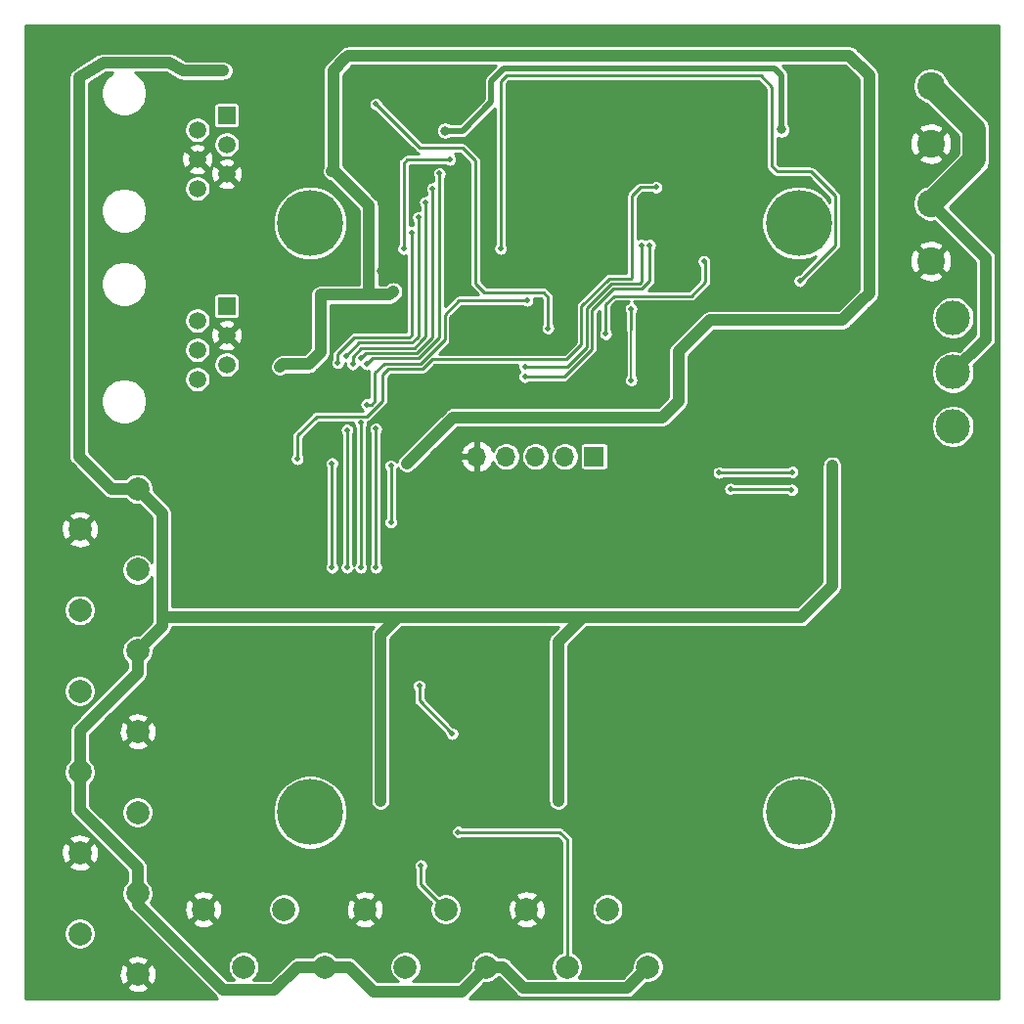
<source format=gbl>
G04 #@! TF.GenerationSoftware,KiCad,Pcbnew,(5.1.7)-1*
G04 #@! TF.CreationDate,2021-05-21T19:56:49+02:00*
G04 #@! TF.ProjectId,hlavniDPS,686c6176-6e69-4445-9053-2e6b69636164,rev?*
G04 #@! TF.SameCoordinates,Original*
G04 #@! TF.FileFunction,Copper,L2,Bot*
G04 #@! TF.FilePolarity,Positive*
%FSLAX46Y46*%
G04 Gerber Fmt 4.6, Leading zero omitted, Abs format (unit mm)*
G04 Created by KiCad (PCBNEW (5.1.7)-1) date 2021-05-21 19:56:49*
%MOMM*%
%LPD*%
G01*
G04 APERTURE LIST*
G04 #@! TA.AperFunction,ComponentPad*
%ADD10C,2.000000*%
G04 #@! TD*
G04 #@! TA.AperFunction,ComponentPad*
%ADD11C,1.520000*%
G04 #@! TD*
G04 #@! TA.AperFunction,ComponentPad*
%ADD12R,1.520000X1.520000*%
G04 #@! TD*
G04 #@! TA.AperFunction,ComponentPad*
%ADD13C,2.400000*%
G04 #@! TD*
G04 #@! TA.AperFunction,ComponentPad*
%ADD14C,5.700000*%
G04 #@! TD*
G04 #@! TA.AperFunction,ComponentPad*
%ADD15R,1.700000X1.700000*%
G04 #@! TD*
G04 #@! TA.AperFunction,ComponentPad*
%ADD16O,1.700000X1.700000*%
G04 #@! TD*
G04 #@! TA.AperFunction,ComponentPad*
%ADD17C,3.000000*%
G04 #@! TD*
G04 #@! TA.AperFunction,ViaPad*
%ADD18C,3.000000*%
G04 #@! TD*
G04 #@! TA.AperFunction,ViaPad*
%ADD19C,0.800000*%
G04 #@! TD*
G04 #@! TA.AperFunction,ViaPad*
%ADD20C,0.500000*%
G04 #@! TD*
G04 #@! TA.AperFunction,Conductor*
%ADD21C,1.000000*%
G04 #@! TD*
G04 #@! TA.AperFunction,Conductor*
%ADD22C,0.250000*%
G04 #@! TD*
G04 #@! TA.AperFunction,Conductor*
%ADD23C,2.000000*%
G04 #@! TD*
G04 #@! TA.AperFunction,Conductor*
%ADD24C,0.500000*%
G04 #@! TD*
G04 #@! TA.AperFunction,Conductor*
%ADD25C,0.200000*%
G04 #@! TD*
G04 #@! TA.AperFunction,Conductor*
%ADD26C,0.254000*%
G04 #@! TD*
G04 #@! TA.AperFunction,Conductor*
%ADD27C,0.100000*%
G04 #@! TD*
G04 APERTURE END LIST*
D10*
X160750000Y-121900000D03*
X164250000Y-126900000D03*
X153750000Y-121900000D03*
X157250000Y-126900000D03*
X146750000Y-121900000D03*
X150250000Y-126900000D03*
X139750000Y-121900000D03*
X143250000Y-126900000D03*
X132750000Y-121900000D03*
X136250000Y-126900000D03*
X125750000Y-121900000D03*
X129250000Y-126900000D03*
D11*
X125240000Y-76025000D03*
X127780000Y-74755000D03*
X125240000Y-73485000D03*
X127780000Y-72215000D03*
X125240000Y-70945000D03*
D12*
X127780000Y-69675000D03*
D13*
X188740000Y-60785000D03*
X188740000Y-65785000D03*
X188740000Y-50625000D03*
X188740000Y-55625000D03*
D14*
X177300000Y-62500000D03*
X135000000Y-113500000D03*
X177300000Y-113500000D03*
X135000000Y-62500000D03*
D11*
X125240000Y-59515000D03*
X127780000Y-58245000D03*
X125240000Y-56975000D03*
X127780000Y-55705000D03*
X125240000Y-54435000D03*
D12*
X127780000Y-53165000D03*
D15*
X159600000Y-82700000D03*
D16*
X157060000Y-82700000D03*
X154520000Y-82700000D03*
X151980000Y-82700000D03*
X149440000Y-82700000D03*
D17*
X190645000Y-80090000D03*
X190645000Y-75390000D03*
X190645000Y-70690000D03*
D10*
X115080000Y-89005000D03*
X120080000Y-85505000D03*
X115080000Y-96005000D03*
X120080000Y-92505000D03*
X115080000Y-103005000D03*
X120080000Y-99505000D03*
X115080000Y-110005000D03*
X120080000Y-106505000D03*
X115080000Y-117005000D03*
X120080000Y-113505000D03*
X115080000Y-124005000D03*
X120080000Y-120505000D03*
X120080000Y-127505000D03*
D18*
X157300000Y-56700000D03*
D19*
X130700000Y-87500000D03*
X143300000Y-92600000D03*
X138100000Y-66900000D03*
X141200000Y-66600000D03*
X143300000Y-77200000D03*
X175600000Y-78000000D03*
X175800000Y-68100000D03*
X142900000Y-52800000D03*
X138900000Y-54400000D03*
X165500000Y-101800000D03*
X147500000Y-67700000D03*
D20*
X181550000Y-73950000D03*
X134900000Y-58300000D03*
D19*
X170000000Y-60900000D03*
X170000000Y-56800000D03*
X170000000Y-53600000D03*
X151700000Y-71700000D03*
D20*
X148200000Y-49300000D03*
D19*
X146200000Y-103200000D03*
X147700000Y-98500000D03*
X148800000Y-109800000D03*
X148000000Y-48000000D03*
X182700000Y-69300000D03*
X137000000Y-57900000D03*
X135900000Y-68700000D03*
X142200000Y-68400000D03*
X143400000Y-83300000D03*
X138000000Y-48300000D03*
X132400000Y-74900000D03*
X180200000Y-83500000D03*
X127500000Y-49300000D03*
X141100000Y-112500000D03*
X156500000Y-112500000D03*
X156500000Y-100200000D03*
X156500000Y-105200000D03*
X141100000Y-105200000D03*
D20*
X140700000Y-52200000D03*
X155600000Y-71600000D03*
X176750000Y-84050000D03*
X170400000Y-84100000D03*
X176700000Y-85600000D03*
X171400000Y-85500000D03*
X144600000Y-118100000D03*
X147825000Y-115200000D03*
X160600000Y-72100000D03*
X169100000Y-65800000D03*
X153600000Y-75800000D03*
X164400000Y-64400000D03*
X153600000Y-74900000D03*
X163700000Y-64400000D03*
X177400000Y-67500000D03*
X151500000Y-64700000D03*
X138100000Y-74000000D03*
X144400000Y-62000000D03*
X138700000Y-74700000D03*
X144985000Y-60685000D03*
X145600000Y-59500000D03*
X139400000Y-74200000D03*
X139900000Y-74700000D03*
X146200000Y-58200000D03*
X147300000Y-106700000D03*
X144450000Y-102550000D03*
X153800000Y-69200000D03*
X139900000Y-78200000D03*
X137400000Y-74600000D03*
X143800000Y-63300000D03*
X133900000Y-82900000D03*
X164975000Y-59400000D03*
X142000000Y-88400000D03*
X142000000Y-83500000D03*
X136900000Y-83300000D03*
X136900000Y-92300000D03*
X138200000Y-80400000D03*
X138200000Y-92300000D03*
X139400000Y-79800000D03*
X139400000Y-92300000D03*
X140700000Y-80300000D03*
X140700000Y-92300000D03*
X143100000Y-64700000D03*
X147100000Y-57000000D03*
D19*
X175800000Y-54400000D03*
X146700000Y-54500000D03*
D20*
X162800000Y-69900000D03*
X162800000Y-76100000D03*
D21*
X181100000Y-70900000D02*
X182700000Y-69300000D01*
X169600000Y-70900000D02*
X181100000Y-70900000D01*
X137000000Y-57900000D02*
X136900000Y-58000000D01*
X166900000Y-73600000D02*
X169600000Y-70900000D01*
X132900000Y-74700000D02*
X134900000Y-74700000D01*
X135900000Y-73700000D02*
X135900000Y-68700000D01*
X134900000Y-74700000D02*
X135900000Y-73700000D01*
X141900000Y-68700000D02*
X142200000Y-68400000D01*
X137000000Y-49300000D02*
X138000000Y-48300000D01*
X137000000Y-57900000D02*
X137000000Y-49300000D01*
X148000000Y-48000000D02*
X181700000Y-48000000D01*
X181700000Y-48000000D02*
X183400000Y-49700000D01*
X183400000Y-68600000D02*
X182700000Y-69300000D01*
X183400000Y-49700000D02*
X183400000Y-68600000D01*
X138300000Y-48000000D02*
X138000000Y-48300000D01*
X148000000Y-48000000D02*
X138300000Y-48000000D01*
X140099999Y-68399999D02*
X140400000Y-68700000D01*
X140099999Y-60999999D02*
X140099999Y-68399999D01*
X137000000Y-57900000D02*
X140099999Y-60999999D01*
X140400000Y-68700000D02*
X141900000Y-68700000D01*
X135900000Y-68700000D02*
X140400000Y-68700000D01*
X132600000Y-74700000D02*
X132400000Y-74900000D01*
X132900000Y-74700000D02*
X132600000Y-74700000D01*
X143400000Y-83300000D02*
X147400000Y-79300000D01*
X165500000Y-79300000D02*
X166900000Y-77900000D01*
X147400000Y-79300000D02*
X165500000Y-79300000D01*
X166900000Y-77900000D02*
X166900000Y-73600000D01*
X120080000Y-85505000D02*
X122200000Y-87625000D01*
X122200000Y-97385000D02*
X120080000Y-99505000D01*
X120080000Y-99505000D02*
X120080000Y-101420000D01*
X115080000Y-106420000D02*
X115080000Y-110005000D01*
X120080000Y-101420000D02*
X115080000Y-106420000D01*
X120080000Y-120505000D02*
X120080000Y-118280000D01*
X115080000Y-113280000D02*
X115080000Y-110005000D01*
X120080000Y-118280000D02*
X115080000Y-113280000D01*
X136250000Y-126900000D02*
X133900000Y-126900000D01*
X133900000Y-126900000D02*
X131900000Y-128900000D01*
X131900000Y-128900000D02*
X127500000Y-128900000D01*
X120080000Y-121480000D02*
X120080000Y-120505000D01*
X127500000Y-128900000D02*
X120080000Y-121480000D01*
X136250000Y-126900000D02*
X138400000Y-126900000D01*
X138400000Y-126900000D02*
X140500000Y-129000000D01*
X148150000Y-129000000D02*
X150250000Y-126900000D01*
X140500000Y-129000000D02*
X148150000Y-129000000D01*
X150250000Y-126900000D02*
X151700000Y-126900000D01*
X151700000Y-126900000D02*
X153500000Y-128700000D01*
X162450000Y-128700000D02*
X164250000Y-126900000D01*
X153500000Y-128700000D02*
X162450000Y-128700000D01*
X122300000Y-96600000D02*
X122200000Y-96700000D01*
X145100000Y-96600000D02*
X122300000Y-96600000D01*
X122200000Y-96700000D02*
X122200000Y-97385000D01*
X122200000Y-87625000D02*
X122200000Y-96700000D01*
X180200000Y-93900000D02*
X180200000Y-83500000D01*
X177500000Y-96600000D02*
X180200000Y-93900000D01*
X124000000Y-49300000D02*
X127500000Y-49300000D01*
X122800000Y-48600000D02*
X124000000Y-49300000D01*
X115000000Y-49900000D02*
X117100000Y-48600000D01*
X117100000Y-48600000D02*
X122800000Y-48600000D01*
X115000000Y-82700000D02*
X115000000Y-49900000D01*
X117805000Y-85505000D02*
X115000000Y-82700000D01*
X120080000Y-85505000D02*
X117805000Y-85505000D01*
X145600000Y-96600000D02*
X142600000Y-96600000D01*
X155300000Y-96600000D02*
X145600000Y-96600000D01*
X145600000Y-96600000D02*
X145100000Y-96600000D01*
X142600000Y-96600000D02*
X141100000Y-98100000D01*
X160600000Y-96600000D02*
X158600000Y-96600000D01*
X155300000Y-96600000D02*
X160600000Y-96600000D01*
X160600000Y-96600000D02*
X177500000Y-96600000D01*
X158600000Y-96600000D02*
X156500000Y-98700000D01*
X156500000Y-105200000D02*
X156500000Y-112500000D01*
X156500000Y-100200000D02*
X156500000Y-105200000D01*
X156500000Y-98700000D02*
X156500000Y-100200000D01*
X141100000Y-105200000D02*
X141100000Y-112500000D01*
X141100000Y-98100000D02*
X141100000Y-105200000D01*
D22*
X150100000Y-68500000D02*
X155200000Y-68500000D01*
X149300000Y-67700000D02*
X150100000Y-68500000D01*
X149300000Y-57100000D02*
X149300000Y-67700000D01*
X148200000Y-56000000D02*
X149300000Y-57100000D01*
X144500000Y-56000000D02*
X148200000Y-56000000D01*
X140700000Y-52200000D02*
X144500000Y-56000000D01*
X155600000Y-68900000D02*
X155200000Y-68500000D01*
X155600000Y-71600000D02*
X155600000Y-68900000D01*
X176700000Y-84100000D02*
X176750000Y-84050000D01*
X170400000Y-84100000D02*
X176700000Y-84100000D01*
X176600000Y-85500000D02*
X176700000Y-85600000D01*
X171400000Y-85500000D02*
X176600000Y-85500000D01*
X146750000Y-121900000D02*
X144600000Y-119750000D01*
X144600000Y-119750000D02*
X144600000Y-118100000D01*
X157250000Y-126900000D02*
X157250000Y-115850000D01*
X157250000Y-115850000D02*
X156600000Y-115200000D01*
X156600000Y-115200000D02*
X147825000Y-115200000D01*
D21*
X190645000Y-75390000D02*
X193500000Y-72535000D01*
X193500000Y-65545000D02*
X188740000Y-60785000D01*
X193500000Y-72535000D02*
X193500000Y-65545000D01*
D23*
X188740000Y-60785000D02*
X192500000Y-57025000D01*
X192500000Y-54385000D02*
X188740000Y-50625000D01*
X192500000Y-57025000D02*
X192500000Y-54385000D01*
D22*
X160600000Y-69500000D02*
X160600000Y-72100000D01*
X161300000Y-68800000D02*
X160600000Y-69500000D01*
X168000000Y-68800000D02*
X161300000Y-68800000D01*
X169200000Y-67600000D02*
X168000000Y-68800000D01*
X169200000Y-65900000D02*
X169200000Y-67600000D01*
X169100000Y-65800000D02*
X169200000Y-65900000D01*
X163700000Y-68200000D02*
X164400000Y-67500000D01*
X161263590Y-68200000D02*
X163700000Y-68200000D01*
X159400000Y-73400000D02*
X159400000Y-70063590D01*
X157000000Y-75800000D02*
X159400000Y-73400000D01*
X159400000Y-70063590D02*
X161263590Y-68200000D01*
X153600000Y-75800000D02*
X157000000Y-75800000D01*
X164400000Y-67500000D02*
X164400000Y-64400000D01*
X157263590Y-74900000D02*
X153600000Y-74900000D01*
X158949990Y-73213600D02*
X157263590Y-74900000D01*
X158949991Y-69877189D02*
X158949990Y-73213600D01*
X161077189Y-67749991D02*
X158949991Y-69877189D01*
X163700000Y-67563590D02*
X163513599Y-67749991D01*
X163513599Y-67749991D02*
X161077189Y-67749991D01*
X163700000Y-64400000D02*
X163700000Y-67563590D01*
X180475001Y-64424999D02*
X177400000Y-67500000D01*
X178363499Y-58036501D02*
X180475001Y-60148003D01*
X175000000Y-50700000D02*
X175000000Y-57600000D01*
X175436501Y-58036501D02*
X178363499Y-58036501D01*
X174025010Y-49725010D02*
X175000000Y-50700000D01*
X151988176Y-49725010D02*
X174025010Y-49725010D01*
X151500000Y-50213186D02*
X151988176Y-49725010D01*
X180475001Y-60148003D02*
X180475001Y-64424999D01*
X175000000Y-57600000D02*
X175436501Y-58036501D01*
X151500000Y-64700000D02*
X151500000Y-50213186D01*
X144400000Y-62100000D02*
X144300000Y-62100000D01*
X139262617Y-72849971D02*
X143840799Y-72849971D01*
X138100000Y-74000000D02*
X139250029Y-72849971D01*
X139250029Y-72849971D02*
X139262617Y-72849971D01*
X144400000Y-72290770D02*
X144245385Y-72445385D01*
X144400000Y-62000000D02*
X144400000Y-72290770D01*
X143840799Y-72849971D02*
X144245385Y-72445385D01*
X138700000Y-74048998D02*
X139449017Y-73299981D01*
X138700000Y-74700000D02*
X138700000Y-74048998D01*
X139449017Y-73299981D02*
X144027199Y-73299981D01*
X144985000Y-72342180D02*
X144613590Y-72713590D01*
X144985000Y-60685000D02*
X144985000Y-72342180D01*
X144027199Y-73299981D02*
X144613590Y-72713590D01*
X145600000Y-72363590D02*
X145600000Y-59500000D01*
X139850010Y-73749990D02*
X144213600Y-73749990D01*
X144213600Y-73749990D02*
X145600000Y-72363590D01*
X139400000Y-74200000D02*
X139850010Y-73749990D01*
X140400000Y-74200000D02*
X144400000Y-74200000D01*
X139900000Y-74700000D02*
X140400000Y-74200000D01*
X146200000Y-72400000D02*
X146200000Y-58200000D01*
X146100000Y-72500000D02*
X146200000Y-72400000D01*
X144400000Y-74200000D02*
X146100000Y-72500000D01*
X144450000Y-103850000D02*
X144450000Y-102550000D01*
X147300000Y-106700000D02*
X144450000Y-103850000D01*
X140574989Y-75475021D02*
X140574989Y-77925011D01*
X144586401Y-74650009D02*
X141400000Y-74650010D01*
X141400000Y-74650010D02*
X140574989Y-75475021D01*
X146650010Y-72586400D02*
X144586401Y-74650009D01*
X146650010Y-70449990D02*
X146650010Y-72586400D01*
X147900000Y-69200000D02*
X146650010Y-70449990D01*
X140300000Y-78200000D02*
X139900000Y-78200000D01*
X140574989Y-77925011D02*
X140300000Y-78200000D01*
X153800000Y-69200000D02*
X147900000Y-69200000D01*
X137400000Y-73848998D02*
X138849036Y-72399962D01*
X137400000Y-74600000D02*
X137400000Y-73848998D01*
X138849036Y-72399962D02*
X143600038Y-72399962D01*
X143800000Y-72200000D02*
X143800000Y-63300000D01*
X143600038Y-72399962D02*
X143800000Y-72200000D01*
X133900000Y-80900000D02*
X133900000Y-82900000D01*
X135575001Y-79224999D02*
X133900000Y-80900000D01*
X139911411Y-79224999D02*
X135575001Y-79224999D01*
X158499982Y-69690788D02*
X158499981Y-73027199D01*
X163600000Y-59400000D02*
X162900000Y-60100000D01*
X145572820Y-74300000D02*
X144772802Y-75100018D01*
X164975000Y-59400000D02*
X163600000Y-59400000D01*
X141799982Y-75100018D02*
X141250010Y-75649990D01*
X141250010Y-77886400D02*
X139911411Y-79224999D01*
X160890789Y-67299981D02*
X158499982Y-69690788D01*
X141250010Y-75649990D02*
X141250010Y-77886400D01*
X162900000Y-60100000D02*
X162900000Y-67200000D01*
X162900000Y-67200000D02*
X162800019Y-67299981D01*
X144772802Y-75100018D02*
X141799982Y-75100018D01*
X158499981Y-73027199D02*
X157227180Y-74300000D01*
X162800019Y-67299981D02*
X160890789Y-67299981D01*
X157227180Y-74300000D02*
X145572820Y-74300000D01*
X142000000Y-88400000D02*
X142000000Y-83500000D01*
X136900000Y-83300000D02*
X136900000Y-92300000D01*
X138200000Y-80400000D02*
X138200000Y-92300000D01*
X139400000Y-79800000D02*
X139400000Y-92300000D01*
X140700000Y-80300000D02*
X140700000Y-92300000D01*
X143100000Y-64700000D02*
X143100000Y-57300000D01*
X143400000Y-57000000D02*
X147100000Y-57000000D01*
X143100000Y-57300000D02*
X143400000Y-57000000D01*
D24*
X175800000Y-51000000D02*
X175800000Y-54400000D01*
X175800000Y-54400000D02*
X175800000Y-49700000D01*
X175800000Y-49700000D02*
X175250000Y-49150000D01*
X175250000Y-49150000D02*
X173850000Y-49150000D01*
X173850000Y-49150000D02*
X173450000Y-49150000D01*
X150700000Y-50200000D02*
X151750000Y-49150000D01*
X173850000Y-49150000D02*
X151750000Y-49150000D01*
X146700000Y-54500000D02*
X148200000Y-54500000D01*
X150700000Y-52000000D02*
X150700000Y-50200000D01*
X148200000Y-54500000D02*
X150700000Y-52000000D01*
D22*
X162800000Y-69900000D02*
X162800000Y-71700000D01*
D25*
X162800000Y-71700000D02*
X162800000Y-76100000D01*
D26*
X194594001Y-129594000D02*
X148802216Y-129594000D01*
X148803566Y-129592355D01*
X150114922Y-128281000D01*
X150386017Y-128281000D01*
X150652823Y-128227929D01*
X150904149Y-128123826D01*
X151130336Y-127972693D01*
X151322029Y-127781000D01*
X151335079Y-127781000D01*
X152846439Y-129292361D01*
X152874025Y-129325975D01*
X152907637Y-129353559D01*
X153008174Y-129436068D01*
X153089981Y-129479794D01*
X153161225Y-129517875D01*
X153327294Y-129568252D01*
X153456727Y-129581000D01*
X153456729Y-129581000D01*
X153499999Y-129585262D01*
X153543269Y-129581000D01*
X162406730Y-129581000D01*
X162450000Y-129585262D01*
X162493270Y-129581000D01*
X162493273Y-129581000D01*
X162622706Y-129568252D01*
X162788775Y-129517875D01*
X162941825Y-129436068D01*
X163075975Y-129325975D01*
X163103566Y-129292355D01*
X164114922Y-128281000D01*
X164386017Y-128281000D01*
X164652823Y-128227929D01*
X164904149Y-128123826D01*
X165130336Y-127972693D01*
X165322693Y-127780336D01*
X165473826Y-127554149D01*
X165577929Y-127302823D01*
X165631000Y-127036017D01*
X165631000Y-126763983D01*
X165577929Y-126497177D01*
X165473826Y-126245851D01*
X165322693Y-126019664D01*
X165130336Y-125827307D01*
X164904149Y-125676174D01*
X164652823Y-125572071D01*
X164386017Y-125519000D01*
X164113983Y-125519000D01*
X163847177Y-125572071D01*
X163595851Y-125676174D01*
X163369664Y-125827307D01*
X163177307Y-126019664D01*
X163026174Y-126245851D01*
X162922071Y-126497177D01*
X162869000Y-126763983D01*
X162869000Y-127035078D01*
X162085079Y-127819000D01*
X158284029Y-127819000D01*
X158322693Y-127780336D01*
X158473826Y-127554149D01*
X158577929Y-127302823D01*
X158631000Y-127036017D01*
X158631000Y-126763983D01*
X158577929Y-126497177D01*
X158473826Y-126245851D01*
X158322693Y-126019664D01*
X158130336Y-125827307D01*
X157904149Y-125676174D01*
X157756000Y-125614808D01*
X157756000Y-121763983D01*
X159369000Y-121763983D01*
X159369000Y-122036017D01*
X159422071Y-122302823D01*
X159526174Y-122554149D01*
X159677307Y-122780336D01*
X159869664Y-122972693D01*
X160095851Y-123123826D01*
X160347177Y-123227929D01*
X160613983Y-123281000D01*
X160886017Y-123281000D01*
X161152823Y-123227929D01*
X161404149Y-123123826D01*
X161630336Y-122972693D01*
X161822693Y-122780336D01*
X161973826Y-122554149D01*
X162077929Y-122302823D01*
X162131000Y-122036017D01*
X162131000Y-121763983D01*
X162077929Y-121497177D01*
X161973826Y-121245851D01*
X161822693Y-121019664D01*
X161630336Y-120827307D01*
X161404149Y-120676174D01*
X161152823Y-120572071D01*
X160886017Y-120519000D01*
X160613983Y-120519000D01*
X160347177Y-120572071D01*
X160095851Y-120676174D01*
X159869664Y-120827307D01*
X159677307Y-121019664D01*
X159526174Y-121245851D01*
X159422071Y-121497177D01*
X159369000Y-121763983D01*
X157756000Y-121763983D01*
X157756000Y-115874854D01*
X157758448Y-115850000D01*
X157748678Y-115750807D01*
X157719745Y-115655425D01*
X157672759Y-115567521D01*
X157609527Y-115490473D01*
X157590220Y-115474628D01*
X156975376Y-114859785D01*
X156959527Y-114840473D01*
X156882479Y-114777241D01*
X156794575Y-114730255D01*
X156699193Y-114701322D01*
X156624854Y-114694000D01*
X156624846Y-114694000D01*
X156600000Y-114691553D01*
X156575154Y-114694000D01*
X148203488Y-114694000D01*
X148123891Y-114640815D01*
X148009056Y-114593249D01*
X147887148Y-114569000D01*
X147762852Y-114569000D01*
X147640944Y-114593249D01*
X147526109Y-114640815D01*
X147422761Y-114709870D01*
X147334870Y-114797761D01*
X147265815Y-114901109D01*
X147218249Y-115015944D01*
X147194000Y-115137852D01*
X147194000Y-115262148D01*
X147218249Y-115384056D01*
X147265815Y-115498891D01*
X147334870Y-115602239D01*
X147422761Y-115690130D01*
X147526109Y-115759185D01*
X147640944Y-115806751D01*
X147762852Y-115831000D01*
X147887148Y-115831000D01*
X148009056Y-115806751D01*
X148123891Y-115759185D01*
X148203488Y-115706000D01*
X156390409Y-115706000D01*
X156744001Y-116059593D01*
X156744000Y-125614808D01*
X156595851Y-125676174D01*
X156369664Y-125827307D01*
X156177307Y-126019664D01*
X156026174Y-126245851D01*
X155922071Y-126497177D01*
X155869000Y-126763983D01*
X155869000Y-127036017D01*
X155922071Y-127302823D01*
X156026174Y-127554149D01*
X156177307Y-127780336D01*
X156215971Y-127819000D01*
X153864922Y-127819000D01*
X152353566Y-126307645D01*
X152325975Y-126274025D01*
X152191825Y-126163932D01*
X152038775Y-126082125D01*
X151872706Y-126031748D01*
X151743273Y-126019000D01*
X151743270Y-126019000D01*
X151700000Y-126014738D01*
X151656730Y-126019000D01*
X151322029Y-126019000D01*
X151130336Y-125827307D01*
X150904149Y-125676174D01*
X150652823Y-125572071D01*
X150386017Y-125519000D01*
X150113983Y-125519000D01*
X149847177Y-125572071D01*
X149595851Y-125676174D01*
X149369664Y-125827307D01*
X149177307Y-126019664D01*
X149026174Y-126245851D01*
X148922071Y-126497177D01*
X148869000Y-126763983D01*
X148869000Y-127035078D01*
X147785079Y-128119000D01*
X143911372Y-128119000D01*
X144130336Y-127972693D01*
X144322693Y-127780336D01*
X144473826Y-127554149D01*
X144577929Y-127302823D01*
X144631000Y-127036017D01*
X144631000Y-126763983D01*
X144577929Y-126497177D01*
X144473826Y-126245851D01*
X144322693Y-126019664D01*
X144130336Y-125827307D01*
X143904149Y-125676174D01*
X143652823Y-125572071D01*
X143386017Y-125519000D01*
X143113983Y-125519000D01*
X142847177Y-125572071D01*
X142595851Y-125676174D01*
X142369664Y-125827307D01*
X142177307Y-126019664D01*
X142026174Y-126245851D01*
X141922071Y-126497177D01*
X141869000Y-126763983D01*
X141869000Y-127036017D01*
X141922071Y-127302823D01*
X142026174Y-127554149D01*
X142177307Y-127780336D01*
X142369664Y-127972693D01*
X142588628Y-128119000D01*
X140864922Y-128119000D01*
X139053566Y-126307645D01*
X139025975Y-126274025D01*
X138891825Y-126163932D01*
X138738775Y-126082125D01*
X138572706Y-126031748D01*
X138443273Y-126019000D01*
X138443270Y-126019000D01*
X138400000Y-126014738D01*
X138356730Y-126019000D01*
X137322029Y-126019000D01*
X137130336Y-125827307D01*
X136904149Y-125676174D01*
X136652823Y-125572071D01*
X136386017Y-125519000D01*
X136113983Y-125519000D01*
X135847177Y-125572071D01*
X135595851Y-125676174D01*
X135369664Y-125827307D01*
X135177971Y-126019000D01*
X133943269Y-126019000D01*
X133899999Y-126014738D01*
X133856729Y-126019000D01*
X133856727Y-126019000D01*
X133727294Y-126031748D01*
X133561225Y-126082125D01*
X133461486Y-126135437D01*
X133408174Y-126163932D01*
X133340022Y-126219863D01*
X133274025Y-126274025D01*
X133246439Y-126307639D01*
X131535079Y-128019000D01*
X130061033Y-128019000D01*
X130130336Y-127972693D01*
X130322693Y-127780336D01*
X130473826Y-127554149D01*
X130577929Y-127302823D01*
X130631000Y-127036017D01*
X130631000Y-126763983D01*
X130577929Y-126497177D01*
X130473826Y-126245851D01*
X130322693Y-126019664D01*
X130130336Y-125827307D01*
X129904149Y-125676174D01*
X129652823Y-125572071D01*
X129386017Y-125519000D01*
X129113983Y-125519000D01*
X128847177Y-125572071D01*
X128595851Y-125676174D01*
X128369664Y-125827307D01*
X128177307Y-126019664D01*
X128026174Y-126245851D01*
X127922071Y-126497177D01*
X127869000Y-126763983D01*
X127869000Y-127036017D01*
X127922071Y-127302823D01*
X128026174Y-127554149D01*
X128177307Y-127780336D01*
X128369664Y-127972693D01*
X128438967Y-128019000D01*
X127864922Y-128019000D01*
X122881335Y-123035413D01*
X124794192Y-123035413D01*
X124889956Y-123299814D01*
X125179571Y-123440704D01*
X125491108Y-123522384D01*
X125812595Y-123541718D01*
X126131675Y-123497961D01*
X126436088Y-123392795D01*
X126610044Y-123299814D01*
X126705808Y-123035413D01*
X125750000Y-122079605D01*
X124794192Y-123035413D01*
X122881335Y-123035413D01*
X121808517Y-121962595D01*
X124108282Y-121962595D01*
X124152039Y-122281675D01*
X124257205Y-122586088D01*
X124350186Y-122760044D01*
X124614587Y-122855808D01*
X125570395Y-121900000D01*
X125929605Y-121900000D01*
X126885413Y-122855808D01*
X127149814Y-122760044D01*
X127290704Y-122470429D01*
X127372384Y-122158892D01*
X127391718Y-121837405D01*
X127381650Y-121763983D01*
X131369000Y-121763983D01*
X131369000Y-122036017D01*
X131422071Y-122302823D01*
X131526174Y-122554149D01*
X131677307Y-122780336D01*
X131869664Y-122972693D01*
X132095851Y-123123826D01*
X132347177Y-123227929D01*
X132613983Y-123281000D01*
X132886017Y-123281000D01*
X133152823Y-123227929D01*
X133404149Y-123123826D01*
X133536468Y-123035413D01*
X138794192Y-123035413D01*
X138889956Y-123299814D01*
X139179571Y-123440704D01*
X139491108Y-123522384D01*
X139812595Y-123541718D01*
X140131675Y-123497961D01*
X140436088Y-123392795D01*
X140610044Y-123299814D01*
X140705808Y-123035413D01*
X139750000Y-122079605D01*
X138794192Y-123035413D01*
X133536468Y-123035413D01*
X133630336Y-122972693D01*
X133822693Y-122780336D01*
X133973826Y-122554149D01*
X134077929Y-122302823D01*
X134131000Y-122036017D01*
X134131000Y-121962595D01*
X138108282Y-121962595D01*
X138152039Y-122281675D01*
X138257205Y-122586088D01*
X138350186Y-122760044D01*
X138614587Y-122855808D01*
X139570395Y-121900000D01*
X139929605Y-121900000D01*
X140885413Y-122855808D01*
X141149814Y-122760044D01*
X141290704Y-122470429D01*
X141372384Y-122158892D01*
X141391718Y-121837405D01*
X141347961Y-121518325D01*
X141242795Y-121213912D01*
X141149814Y-121039956D01*
X140885413Y-120944192D01*
X139929605Y-121900000D01*
X139570395Y-121900000D01*
X138614587Y-120944192D01*
X138350186Y-121039956D01*
X138209296Y-121329571D01*
X138127616Y-121641108D01*
X138108282Y-121962595D01*
X134131000Y-121962595D01*
X134131000Y-121763983D01*
X134077929Y-121497177D01*
X133973826Y-121245851D01*
X133822693Y-121019664D01*
X133630336Y-120827307D01*
X133536469Y-120764587D01*
X138794192Y-120764587D01*
X139750000Y-121720395D01*
X140705808Y-120764587D01*
X140610044Y-120500186D01*
X140320429Y-120359296D01*
X140008892Y-120277616D01*
X139687405Y-120258282D01*
X139368325Y-120302039D01*
X139063912Y-120407205D01*
X138889956Y-120500186D01*
X138794192Y-120764587D01*
X133536469Y-120764587D01*
X133404149Y-120676174D01*
X133152823Y-120572071D01*
X132886017Y-120519000D01*
X132613983Y-120519000D01*
X132347177Y-120572071D01*
X132095851Y-120676174D01*
X131869664Y-120827307D01*
X131677307Y-121019664D01*
X131526174Y-121245851D01*
X131422071Y-121497177D01*
X131369000Y-121763983D01*
X127381650Y-121763983D01*
X127347961Y-121518325D01*
X127242795Y-121213912D01*
X127149814Y-121039956D01*
X126885413Y-120944192D01*
X125929605Y-121900000D01*
X125570395Y-121900000D01*
X124614587Y-120944192D01*
X124350186Y-121039956D01*
X124209296Y-121329571D01*
X124127616Y-121641108D01*
X124108282Y-121962595D01*
X121808517Y-121962595D01*
X121184161Y-121338240D01*
X121303826Y-121159149D01*
X121407929Y-120907823D01*
X121436420Y-120764587D01*
X124794192Y-120764587D01*
X125750000Y-121720395D01*
X126705808Y-120764587D01*
X126610044Y-120500186D01*
X126320429Y-120359296D01*
X126008892Y-120277616D01*
X125687405Y-120258282D01*
X125368325Y-120302039D01*
X125063912Y-120407205D01*
X124889956Y-120500186D01*
X124794192Y-120764587D01*
X121436420Y-120764587D01*
X121461000Y-120641017D01*
X121461000Y-120368983D01*
X121407929Y-120102177D01*
X121303826Y-119850851D01*
X121152693Y-119624664D01*
X120961000Y-119432971D01*
X120961000Y-118323270D01*
X120965262Y-118280000D01*
X120961000Y-118236727D01*
X120948252Y-118107294D01*
X120927187Y-118037852D01*
X143969000Y-118037852D01*
X143969000Y-118162148D01*
X143993249Y-118284056D01*
X144040815Y-118398891D01*
X144094001Y-118478489D01*
X144094000Y-119725153D01*
X144091553Y-119750000D01*
X144094000Y-119774846D01*
X144094000Y-119774853D01*
X144101322Y-119849192D01*
X144130255Y-119944574D01*
X144177241Y-120032479D01*
X144240473Y-120109527D01*
X144259785Y-120125376D01*
X145483437Y-121349028D01*
X145422071Y-121497177D01*
X145369000Y-121763983D01*
X145369000Y-122036017D01*
X145422071Y-122302823D01*
X145526174Y-122554149D01*
X145677307Y-122780336D01*
X145869664Y-122972693D01*
X146095851Y-123123826D01*
X146347177Y-123227929D01*
X146613983Y-123281000D01*
X146886017Y-123281000D01*
X147152823Y-123227929D01*
X147404149Y-123123826D01*
X147536468Y-123035413D01*
X152794192Y-123035413D01*
X152889956Y-123299814D01*
X153179571Y-123440704D01*
X153491108Y-123522384D01*
X153812595Y-123541718D01*
X154131675Y-123497961D01*
X154436088Y-123392795D01*
X154610044Y-123299814D01*
X154705808Y-123035413D01*
X153750000Y-122079605D01*
X152794192Y-123035413D01*
X147536468Y-123035413D01*
X147630336Y-122972693D01*
X147822693Y-122780336D01*
X147973826Y-122554149D01*
X148077929Y-122302823D01*
X148131000Y-122036017D01*
X148131000Y-121962595D01*
X152108282Y-121962595D01*
X152152039Y-122281675D01*
X152257205Y-122586088D01*
X152350186Y-122760044D01*
X152614587Y-122855808D01*
X153570395Y-121900000D01*
X153929605Y-121900000D01*
X154885413Y-122855808D01*
X155149814Y-122760044D01*
X155290704Y-122470429D01*
X155372384Y-122158892D01*
X155391718Y-121837405D01*
X155347961Y-121518325D01*
X155242795Y-121213912D01*
X155149814Y-121039956D01*
X154885413Y-120944192D01*
X153929605Y-121900000D01*
X153570395Y-121900000D01*
X152614587Y-120944192D01*
X152350186Y-121039956D01*
X152209296Y-121329571D01*
X152127616Y-121641108D01*
X152108282Y-121962595D01*
X148131000Y-121962595D01*
X148131000Y-121763983D01*
X148077929Y-121497177D01*
X147973826Y-121245851D01*
X147822693Y-121019664D01*
X147630336Y-120827307D01*
X147536469Y-120764587D01*
X152794192Y-120764587D01*
X153750000Y-121720395D01*
X154705808Y-120764587D01*
X154610044Y-120500186D01*
X154320429Y-120359296D01*
X154008892Y-120277616D01*
X153687405Y-120258282D01*
X153368325Y-120302039D01*
X153063912Y-120407205D01*
X152889956Y-120500186D01*
X152794192Y-120764587D01*
X147536469Y-120764587D01*
X147404149Y-120676174D01*
X147152823Y-120572071D01*
X146886017Y-120519000D01*
X146613983Y-120519000D01*
X146347177Y-120572071D01*
X146199028Y-120633437D01*
X145106000Y-119540409D01*
X145106000Y-118478488D01*
X145159185Y-118398891D01*
X145206751Y-118284056D01*
X145231000Y-118162148D01*
X145231000Y-118037852D01*
X145206751Y-117915944D01*
X145159185Y-117801109D01*
X145090130Y-117697761D01*
X145002239Y-117609870D01*
X144898891Y-117540815D01*
X144784056Y-117493249D01*
X144662148Y-117469000D01*
X144537852Y-117469000D01*
X144415944Y-117493249D01*
X144301109Y-117540815D01*
X144197761Y-117609870D01*
X144109870Y-117697761D01*
X144040815Y-117801109D01*
X143993249Y-117915944D01*
X143969000Y-118037852D01*
X120927187Y-118037852D01*
X120897875Y-117941225D01*
X120884362Y-117915944D01*
X120816068Y-117788174D01*
X120741868Y-117697761D01*
X120705975Y-117654025D01*
X120672361Y-117626439D01*
X116414905Y-113368983D01*
X118699000Y-113368983D01*
X118699000Y-113641017D01*
X118752071Y-113907823D01*
X118856174Y-114159149D01*
X119007307Y-114385336D01*
X119199664Y-114577693D01*
X119425851Y-114728826D01*
X119677177Y-114832929D01*
X119943983Y-114886000D01*
X120216017Y-114886000D01*
X120482823Y-114832929D01*
X120734149Y-114728826D01*
X120960336Y-114577693D01*
X121152693Y-114385336D01*
X121303826Y-114159149D01*
X121407929Y-113907823D01*
X121461000Y-113641017D01*
X121461000Y-113368983D01*
X121423762Y-113181774D01*
X131769000Y-113181774D01*
X131769000Y-113818226D01*
X131893166Y-114442448D01*
X132136725Y-115030452D01*
X132490319Y-115559642D01*
X132940358Y-116009681D01*
X133469548Y-116363275D01*
X134057552Y-116606834D01*
X134681774Y-116731000D01*
X135318226Y-116731000D01*
X135942448Y-116606834D01*
X136530452Y-116363275D01*
X137059642Y-116009681D01*
X137509681Y-115559642D01*
X137863275Y-115030452D01*
X138106834Y-114442448D01*
X138231000Y-113818226D01*
X138231000Y-113181774D01*
X138106834Y-112557552D01*
X137863275Y-111969548D01*
X137509681Y-111440358D01*
X137059642Y-110990319D01*
X136530452Y-110636725D01*
X135942448Y-110393166D01*
X135318226Y-110269000D01*
X134681774Y-110269000D01*
X134057552Y-110393166D01*
X133469548Y-110636725D01*
X132940358Y-110990319D01*
X132490319Y-111440358D01*
X132136725Y-111969548D01*
X131893166Y-112557552D01*
X131769000Y-113181774D01*
X121423762Y-113181774D01*
X121407929Y-113102177D01*
X121303826Y-112850851D01*
X121152693Y-112624664D01*
X120960336Y-112432307D01*
X120734149Y-112281174D01*
X120482823Y-112177071D01*
X120216017Y-112124000D01*
X119943983Y-112124000D01*
X119677177Y-112177071D01*
X119425851Y-112281174D01*
X119199664Y-112432307D01*
X119007307Y-112624664D01*
X118856174Y-112850851D01*
X118752071Y-113102177D01*
X118699000Y-113368983D01*
X116414905Y-113368983D01*
X115961000Y-112915079D01*
X115961000Y-111077029D01*
X116152693Y-110885336D01*
X116303826Y-110659149D01*
X116407929Y-110407823D01*
X116461000Y-110141017D01*
X116461000Y-109868983D01*
X116407929Y-109602177D01*
X116303826Y-109350851D01*
X116152693Y-109124664D01*
X115961000Y-108932971D01*
X115961000Y-107640413D01*
X119124192Y-107640413D01*
X119219956Y-107904814D01*
X119509571Y-108045704D01*
X119821108Y-108127384D01*
X120142595Y-108146718D01*
X120461675Y-108102961D01*
X120766088Y-107997795D01*
X120940044Y-107904814D01*
X121035808Y-107640413D01*
X120080000Y-106684605D01*
X119124192Y-107640413D01*
X115961000Y-107640413D01*
X115961000Y-106784921D01*
X116178326Y-106567595D01*
X118438282Y-106567595D01*
X118482039Y-106886675D01*
X118587205Y-107191088D01*
X118680186Y-107365044D01*
X118944587Y-107460808D01*
X119900395Y-106505000D01*
X120259605Y-106505000D01*
X121215413Y-107460808D01*
X121479814Y-107365044D01*
X121620704Y-107075429D01*
X121702384Y-106763892D01*
X121721718Y-106442405D01*
X121677961Y-106123325D01*
X121572795Y-105818912D01*
X121479814Y-105644956D01*
X121215413Y-105549192D01*
X120259605Y-106505000D01*
X119900395Y-106505000D01*
X118944587Y-105549192D01*
X118680186Y-105644956D01*
X118539296Y-105934571D01*
X118457616Y-106246108D01*
X118438282Y-106567595D01*
X116178326Y-106567595D01*
X117376334Y-105369587D01*
X119124192Y-105369587D01*
X120080000Y-106325395D01*
X121035808Y-105369587D01*
X120940044Y-105105186D01*
X120650429Y-104964296D01*
X120338892Y-104882616D01*
X120017405Y-104863282D01*
X119698325Y-104907039D01*
X119393912Y-105012205D01*
X119219956Y-105105186D01*
X119124192Y-105369587D01*
X117376334Y-105369587D01*
X120672361Y-102073561D01*
X120705975Y-102045975D01*
X120760137Y-101979978D01*
X120816068Y-101911826D01*
X120897875Y-101758775D01*
X120948252Y-101592706D01*
X120961000Y-101463273D01*
X120961000Y-101463270D01*
X120965262Y-101420000D01*
X120961000Y-101376730D01*
X120961000Y-100577029D01*
X121152693Y-100385336D01*
X121303826Y-100159149D01*
X121407929Y-99907823D01*
X121461000Y-99641017D01*
X121461000Y-99369921D01*
X122792361Y-98038561D01*
X122825975Y-98010975D01*
X122894650Y-97927294D01*
X122936068Y-97876826D01*
X123017875Y-97723775D01*
X123068252Y-97557706D01*
X123075807Y-97481000D01*
X140468301Y-97481000D01*
X140405351Y-97557706D01*
X140363932Y-97608175D01*
X140302143Y-97723775D01*
X140282125Y-97761226D01*
X140231748Y-97927295D01*
X140219000Y-98056727D01*
X140214738Y-98100000D01*
X140219000Y-98143270D01*
X140219001Y-105156718D01*
X140219000Y-105156728D01*
X140219001Y-112543273D01*
X140231749Y-112672706D01*
X140282126Y-112838775D01*
X140363933Y-112991825D01*
X140474026Y-113125975D01*
X140608176Y-113236068D01*
X140761226Y-113317875D01*
X140927295Y-113368252D01*
X141100000Y-113385262D01*
X141272706Y-113368252D01*
X141438775Y-113317875D01*
X141591825Y-113236068D01*
X141725975Y-113125975D01*
X141836068Y-112991825D01*
X141917875Y-112838775D01*
X141968252Y-112672706D01*
X141981000Y-112543273D01*
X141981000Y-102487852D01*
X143819000Y-102487852D01*
X143819000Y-102612148D01*
X143843249Y-102734056D01*
X143890815Y-102848891D01*
X143944001Y-102928489D01*
X143944000Y-103825153D01*
X143941553Y-103850000D01*
X143944000Y-103874846D01*
X143944000Y-103874853D01*
X143951322Y-103949192D01*
X143980255Y-104044574D01*
X144027241Y-104132479D01*
X144090473Y-104209527D01*
X144109785Y-104225376D01*
X146674573Y-106790165D01*
X146693249Y-106884056D01*
X146740815Y-106998891D01*
X146809870Y-107102239D01*
X146897761Y-107190130D01*
X147001109Y-107259185D01*
X147115944Y-107306751D01*
X147237852Y-107331000D01*
X147362148Y-107331000D01*
X147484056Y-107306751D01*
X147598891Y-107259185D01*
X147702239Y-107190130D01*
X147790130Y-107102239D01*
X147859185Y-106998891D01*
X147906751Y-106884056D01*
X147931000Y-106762148D01*
X147931000Y-106637852D01*
X147906751Y-106515944D01*
X147859185Y-106401109D01*
X147790130Y-106297761D01*
X147702239Y-106209870D01*
X147598891Y-106140815D01*
X147484056Y-106093249D01*
X147390165Y-106074573D01*
X144956000Y-103640409D01*
X144956000Y-102928488D01*
X145009185Y-102848891D01*
X145056751Y-102734056D01*
X145081000Y-102612148D01*
X145081000Y-102487852D01*
X145056751Y-102365944D01*
X145009185Y-102251109D01*
X144940130Y-102147761D01*
X144852239Y-102059870D01*
X144748891Y-101990815D01*
X144634056Y-101943249D01*
X144512148Y-101919000D01*
X144387852Y-101919000D01*
X144265944Y-101943249D01*
X144151109Y-101990815D01*
X144047761Y-102059870D01*
X143959870Y-102147761D01*
X143890815Y-102251109D01*
X143843249Y-102365944D01*
X143819000Y-102487852D01*
X141981000Y-102487852D01*
X141981000Y-98464921D01*
X142964922Y-97481000D01*
X156473079Y-97481000D01*
X155907645Y-98046434D01*
X155874025Y-98074025D01*
X155801021Y-98162983D01*
X155763932Y-98208175D01*
X155682126Y-98361225D01*
X155682125Y-98361226D01*
X155631748Y-98527295D01*
X155622158Y-98624664D01*
X155614738Y-98700000D01*
X155619000Y-98743271D01*
X155619001Y-100156718D01*
X155619000Y-100156728D01*
X155619001Y-105156718D01*
X155619000Y-105156728D01*
X155619001Y-112543273D01*
X155631749Y-112672706D01*
X155682126Y-112838775D01*
X155763933Y-112991825D01*
X155874026Y-113125975D01*
X156008176Y-113236068D01*
X156161226Y-113317875D01*
X156327295Y-113368252D01*
X156500000Y-113385262D01*
X156672706Y-113368252D01*
X156838775Y-113317875D01*
X156991825Y-113236068D01*
X157057983Y-113181774D01*
X174069000Y-113181774D01*
X174069000Y-113818226D01*
X174193166Y-114442448D01*
X174436725Y-115030452D01*
X174790319Y-115559642D01*
X175240358Y-116009681D01*
X175769548Y-116363275D01*
X176357552Y-116606834D01*
X176981774Y-116731000D01*
X177618226Y-116731000D01*
X178242448Y-116606834D01*
X178830452Y-116363275D01*
X179359642Y-116009681D01*
X179809681Y-115559642D01*
X180163275Y-115030452D01*
X180406834Y-114442448D01*
X180531000Y-113818226D01*
X180531000Y-113181774D01*
X180406834Y-112557552D01*
X180163275Y-111969548D01*
X179809681Y-111440358D01*
X179359642Y-110990319D01*
X178830452Y-110636725D01*
X178242448Y-110393166D01*
X177618226Y-110269000D01*
X176981774Y-110269000D01*
X176357552Y-110393166D01*
X175769548Y-110636725D01*
X175240358Y-110990319D01*
X174790319Y-111440358D01*
X174436725Y-111969548D01*
X174193166Y-112557552D01*
X174069000Y-113181774D01*
X157057983Y-113181774D01*
X157125975Y-113125975D01*
X157236068Y-112991825D01*
X157317875Y-112838775D01*
X157368252Y-112672706D01*
X157381000Y-112543273D01*
X157381000Y-99064921D01*
X158964922Y-97481000D01*
X177456730Y-97481000D01*
X177500000Y-97485262D01*
X177543270Y-97481000D01*
X177543273Y-97481000D01*
X177672706Y-97468252D01*
X177838775Y-97417875D01*
X177991825Y-97336068D01*
X178125975Y-97225975D01*
X178153566Y-97192355D01*
X180792362Y-94553560D01*
X180825975Y-94525975D01*
X180880137Y-94459978D01*
X180936068Y-94391826D01*
X181017875Y-94238775D01*
X181017875Y-94238774D01*
X181068252Y-94072706D01*
X181081000Y-93943273D01*
X181081000Y-93943270D01*
X181085262Y-93900000D01*
X181081000Y-93856730D01*
X181081000Y-83456727D01*
X181068252Y-83327294D01*
X181017875Y-83161225D01*
X180936068Y-83008175D01*
X180825975Y-82874025D01*
X180691825Y-82763932D01*
X180538775Y-82682125D01*
X180372706Y-82631748D01*
X180200000Y-82614738D01*
X180027295Y-82631748D01*
X179861226Y-82682125D01*
X179708176Y-82763932D01*
X179574026Y-82874025D01*
X179463933Y-83008175D01*
X179382126Y-83161225D01*
X179331749Y-83327294D01*
X179319001Y-83456727D01*
X179319000Y-93535078D01*
X177135079Y-95719000D01*
X158643262Y-95719000D01*
X158599999Y-95714739D01*
X158556736Y-95719000D01*
X142643269Y-95719000D01*
X142599999Y-95714738D01*
X142556729Y-95719000D01*
X123081000Y-95719000D01*
X123081000Y-87668270D01*
X123085262Y-87625000D01*
X123081000Y-87581727D01*
X123068252Y-87452294D01*
X123017875Y-87286225D01*
X122936069Y-87133176D01*
X122936068Y-87133174D01*
X122853559Y-87032637D01*
X122825975Y-86999025D01*
X122792362Y-86971440D01*
X121461000Y-85640079D01*
X121461000Y-85368983D01*
X121407929Y-85102177D01*
X121303826Y-84850851D01*
X121152693Y-84624664D01*
X120960336Y-84432307D01*
X120734149Y-84281174D01*
X120482823Y-84177071D01*
X120216017Y-84124000D01*
X119943983Y-84124000D01*
X119677177Y-84177071D01*
X119425851Y-84281174D01*
X119199664Y-84432307D01*
X119007971Y-84624000D01*
X118169922Y-84624000D01*
X116383774Y-82837852D01*
X133269000Y-82837852D01*
X133269000Y-82962148D01*
X133293249Y-83084056D01*
X133340815Y-83198891D01*
X133409870Y-83302239D01*
X133497761Y-83390130D01*
X133601109Y-83459185D01*
X133715944Y-83506751D01*
X133837852Y-83531000D01*
X133962148Y-83531000D01*
X134084056Y-83506751D01*
X134198891Y-83459185D01*
X134302239Y-83390130D01*
X134390130Y-83302239D01*
X134433152Y-83237852D01*
X136269000Y-83237852D01*
X136269000Y-83362148D01*
X136293249Y-83484056D01*
X136340815Y-83598891D01*
X136394000Y-83678488D01*
X136394001Y-91921511D01*
X136340815Y-92001109D01*
X136293249Y-92115944D01*
X136269000Y-92237852D01*
X136269000Y-92362148D01*
X136293249Y-92484056D01*
X136340815Y-92598891D01*
X136409870Y-92702239D01*
X136497761Y-92790130D01*
X136601109Y-92859185D01*
X136715944Y-92906751D01*
X136837852Y-92931000D01*
X136962148Y-92931000D01*
X137084056Y-92906751D01*
X137198891Y-92859185D01*
X137302239Y-92790130D01*
X137390130Y-92702239D01*
X137459185Y-92598891D01*
X137506751Y-92484056D01*
X137531000Y-92362148D01*
X137531000Y-92237852D01*
X137506751Y-92115944D01*
X137459185Y-92001109D01*
X137406000Y-91921512D01*
X137406000Y-83678488D01*
X137459185Y-83598891D01*
X137506751Y-83484056D01*
X137531000Y-83362148D01*
X137531000Y-83237852D01*
X137506751Y-83115944D01*
X137459185Y-83001109D01*
X137390130Y-82897761D01*
X137302239Y-82809870D01*
X137198891Y-82740815D01*
X137084056Y-82693249D01*
X136962148Y-82669000D01*
X136837852Y-82669000D01*
X136715944Y-82693249D01*
X136601109Y-82740815D01*
X136497761Y-82809870D01*
X136409870Y-82897761D01*
X136340815Y-83001109D01*
X136293249Y-83115944D01*
X136269000Y-83237852D01*
X134433152Y-83237852D01*
X134459185Y-83198891D01*
X134506751Y-83084056D01*
X134531000Y-82962148D01*
X134531000Y-82837852D01*
X134506751Y-82715944D01*
X134459185Y-82601109D01*
X134406000Y-82521512D01*
X134406000Y-81109591D01*
X135784593Y-79730999D01*
X138770363Y-79730999D01*
X138769000Y-79737852D01*
X138769000Y-79862148D01*
X138793249Y-79984056D01*
X138840815Y-80098891D01*
X138894000Y-80178488D01*
X138894001Y-91921511D01*
X138840815Y-92001109D01*
X138800000Y-92099646D01*
X138759185Y-92001109D01*
X138706000Y-91921512D01*
X138706000Y-80778488D01*
X138759185Y-80698891D01*
X138806751Y-80584056D01*
X138831000Y-80462148D01*
X138831000Y-80337852D01*
X138806751Y-80215944D01*
X138759185Y-80101109D01*
X138690130Y-79997761D01*
X138602239Y-79909870D01*
X138498891Y-79840815D01*
X138384056Y-79793249D01*
X138262148Y-79769000D01*
X138137852Y-79769000D01*
X138015944Y-79793249D01*
X137901109Y-79840815D01*
X137797761Y-79909870D01*
X137709870Y-79997761D01*
X137640815Y-80101109D01*
X137593249Y-80215944D01*
X137569000Y-80337852D01*
X137569000Y-80462148D01*
X137593249Y-80584056D01*
X137640815Y-80698891D01*
X137694000Y-80778488D01*
X137694001Y-91921511D01*
X137640815Y-92001109D01*
X137593249Y-92115944D01*
X137569000Y-92237852D01*
X137569000Y-92362148D01*
X137593249Y-92484056D01*
X137640815Y-92598891D01*
X137709870Y-92702239D01*
X137797761Y-92790130D01*
X137901109Y-92859185D01*
X138015944Y-92906751D01*
X138137852Y-92931000D01*
X138262148Y-92931000D01*
X138384056Y-92906751D01*
X138498891Y-92859185D01*
X138602239Y-92790130D01*
X138690130Y-92702239D01*
X138759185Y-92598891D01*
X138800000Y-92500354D01*
X138840815Y-92598891D01*
X138909870Y-92702239D01*
X138997761Y-92790130D01*
X139101109Y-92859185D01*
X139215944Y-92906751D01*
X139337852Y-92931000D01*
X139462148Y-92931000D01*
X139584056Y-92906751D01*
X139698891Y-92859185D01*
X139802239Y-92790130D01*
X139890130Y-92702239D01*
X139959185Y-92598891D01*
X140006751Y-92484056D01*
X140031000Y-92362148D01*
X140031000Y-92237852D01*
X140006751Y-92115944D01*
X139959185Y-92001109D01*
X139906000Y-91921512D01*
X139906000Y-80237852D01*
X140069000Y-80237852D01*
X140069000Y-80362148D01*
X140093249Y-80484056D01*
X140140815Y-80598891D01*
X140194000Y-80678488D01*
X140194001Y-91921511D01*
X140140815Y-92001109D01*
X140093249Y-92115944D01*
X140069000Y-92237852D01*
X140069000Y-92362148D01*
X140093249Y-92484056D01*
X140140815Y-92598891D01*
X140209870Y-92702239D01*
X140297761Y-92790130D01*
X140401109Y-92859185D01*
X140515944Y-92906751D01*
X140637852Y-92931000D01*
X140762148Y-92931000D01*
X140884056Y-92906751D01*
X140998891Y-92859185D01*
X141102239Y-92790130D01*
X141190130Y-92702239D01*
X141259185Y-92598891D01*
X141306751Y-92484056D01*
X141331000Y-92362148D01*
X141331000Y-92237852D01*
X141306751Y-92115944D01*
X141259185Y-92001109D01*
X141206000Y-91921512D01*
X141206000Y-80678488D01*
X141259185Y-80598891D01*
X141306751Y-80484056D01*
X141331000Y-80362148D01*
X141331000Y-80237852D01*
X141306751Y-80115944D01*
X141259185Y-80001109D01*
X141190130Y-79897761D01*
X141102239Y-79809870D01*
X140998891Y-79740815D01*
X140884056Y-79693249D01*
X140762148Y-79669000D01*
X140637852Y-79669000D01*
X140515944Y-79693249D01*
X140401109Y-79740815D01*
X140297761Y-79809870D01*
X140209870Y-79897761D01*
X140140815Y-80001109D01*
X140093249Y-80115944D01*
X140069000Y-80237852D01*
X139906000Y-80237852D01*
X139906000Y-80178488D01*
X139959185Y-80098891D01*
X140006751Y-79984056D01*
X140031000Y-79862148D01*
X140031000Y-79737852D01*
X140027180Y-79718649D01*
X140105986Y-79694744D01*
X140193890Y-79647758D01*
X140270938Y-79584526D01*
X140286787Y-79565214D01*
X141590230Y-78261772D01*
X141609537Y-78245927D01*
X141672769Y-78168879D01*
X141719755Y-78080975D01*
X141748688Y-77985593D01*
X141756010Y-77911254D01*
X141758458Y-77886400D01*
X141756010Y-77861546D01*
X141756010Y-75859581D01*
X142009574Y-75606018D01*
X144747956Y-75606018D01*
X144772802Y-75608465D01*
X144797648Y-75606018D01*
X144797656Y-75606018D01*
X144871995Y-75598696D01*
X144967377Y-75569763D01*
X145055281Y-75522777D01*
X145132329Y-75459545D01*
X145148178Y-75440233D01*
X145782412Y-74806000D01*
X152975336Y-74806000D01*
X152969000Y-74837852D01*
X152969000Y-74962148D01*
X152993249Y-75084056D01*
X153040815Y-75198891D01*
X153109870Y-75302239D01*
X153157631Y-75350000D01*
X153109870Y-75397761D01*
X153040815Y-75501109D01*
X152993249Y-75615944D01*
X152969000Y-75737852D01*
X152969000Y-75862148D01*
X152993249Y-75984056D01*
X153040815Y-76098891D01*
X153109870Y-76202239D01*
X153197761Y-76290130D01*
X153301109Y-76359185D01*
X153415944Y-76406751D01*
X153537852Y-76431000D01*
X153662148Y-76431000D01*
X153784056Y-76406751D01*
X153898891Y-76359185D01*
X153978488Y-76306000D01*
X156975154Y-76306000D01*
X157000000Y-76308447D01*
X157024846Y-76306000D01*
X157024854Y-76306000D01*
X157099193Y-76298678D01*
X157194575Y-76269745D01*
X157282479Y-76222759D01*
X157359527Y-76159527D01*
X157375376Y-76140215D01*
X159740220Y-73775372D01*
X159759527Y-73759527D01*
X159822759Y-73682479D01*
X159869745Y-73594575D01*
X159898678Y-73499193D01*
X159906000Y-73424854D01*
X159906000Y-73424853D01*
X159908448Y-73400000D01*
X159906000Y-73375146D01*
X159906000Y-70273181D01*
X160094000Y-70085181D01*
X160094001Y-71721511D01*
X160040815Y-71801109D01*
X159993249Y-71915944D01*
X159969000Y-72037852D01*
X159969000Y-72162148D01*
X159993249Y-72284056D01*
X160040815Y-72398891D01*
X160109870Y-72502239D01*
X160197761Y-72590130D01*
X160301109Y-72659185D01*
X160415944Y-72706751D01*
X160537852Y-72731000D01*
X160662148Y-72731000D01*
X160784056Y-72706751D01*
X160898891Y-72659185D01*
X161002239Y-72590130D01*
X161090130Y-72502239D01*
X161159185Y-72398891D01*
X161206751Y-72284056D01*
X161231000Y-72162148D01*
X161231000Y-72037852D01*
X161206751Y-71915944D01*
X161159185Y-71801109D01*
X161106000Y-71721512D01*
X161106000Y-69709591D01*
X161509592Y-69306000D01*
X162585160Y-69306000D01*
X162501109Y-69340815D01*
X162397761Y-69409870D01*
X162309870Y-69497761D01*
X162240815Y-69601109D01*
X162193249Y-69715944D01*
X162169000Y-69837852D01*
X162169000Y-69962148D01*
X162193249Y-70084056D01*
X162240815Y-70198891D01*
X162294000Y-70278488D01*
X162294001Y-71724854D01*
X162301323Y-71799193D01*
X162319000Y-71857468D01*
X162319001Y-75688630D01*
X162309870Y-75697761D01*
X162240815Y-75801109D01*
X162193249Y-75915944D01*
X162169000Y-76037852D01*
X162169000Y-76162148D01*
X162193249Y-76284056D01*
X162240815Y-76398891D01*
X162309870Y-76502239D01*
X162397761Y-76590130D01*
X162501109Y-76659185D01*
X162615944Y-76706751D01*
X162737852Y-76731000D01*
X162862148Y-76731000D01*
X162984056Y-76706751D01*
X163098891Y-76659185D01*
X163202239Y-76590130D01*
X163290130Y-76502239D01*
X163359185Y-76398891D01*
X163406751Y-76284056D01*
X163431000Y-76162148D01*
X163431000Y-76037852D01*
X163406751Y-75915944D01*
X163359185Y-75801109D01*
X163290130Y-75697761D01*
X163281000Y-75688631D01*
X163281000Y-71857471D01*
X163298678Y-71799193D01*
X163306000Y-71724854D01*
X163306000Y-70278488D01*
X163359185Y-70198891D01*
X163406751Y-70084056D01*
X163431000Y-69962148D01*
X163431000Y-69837852D01*
X163406751Y-69715944D01*
X163359185Y-69601109D01*
X163290130Y-69497761D01*
X163202239Y-69409870D01*
X163098891Y-69340815D01*
X163014840Y-69306000D01*
X167975154Y-69306000D01*
X168000000Y-69308447D01*
X168024846Y-69306000D01*
X168024854Y-69306000D01*
X168099193Y-69298678D01*
X168194575Y-69269745D01*
X168282479Y-69222759D01*
X168359527Y-69159527D01*
X168375376Y-69140215D01*
X169540220Y-67975372D01*
X169559527Y-67959527D01*
X169622759Y-67882479D01*
X169669745Y-67794575D01*
X169698678Y-67699193D01*
X169699190Y-67694000D01*
X169702264Y-67662783D01*
X169706000Y-67624854D01*
X169706000Y-67624847D01*
X169708447Y-67600001D01*
X169706000Y-67575155D01*
X169706000Y-65985869D01*
X169706751Y-65984056D01*
X169731000Y-65862148D01*
X169731000Y-65737852D01*
X169706751Y-65615944D01*
X169659185Y-65501109D01*
X169590130Y-65397761D01*
X169502239Y-65309870D01*
X169398891Y-65240815D01*
X169284056Y-65193249D01*
X169162148Y-65169000D01*
X169037852Y-65169000D01*
X168915944Y-65193249D01*
X168801109Y-65240815D01*
X168697761Y-65309870D01*
X168609870Y-65397761D01*
X168540815Y-65501109D01*
X168493249Y-65615944D01*
X168469000Y-65737852D01*
X168469000Y-65862148D01*
X168493249Y-65984056D01*
X168540815Y-66098891D01*
X168609870Y-66202239D01*
X168694000Y-66286369D01*
X168694001Y-67390407D01*
X167790409Y-68294000D01*
X164321591Y-68294000D01*
X164740222Y-67875370D01*
X164759527Y-67859527D01*
X164822759Y-67782479D01*
X164869745Y-67694575D01*
X164898678Y-67599193D01*
X164906000Y-67524854D01*
X164906000Y-67524847D01*
X164908447Y-67500001D01*
X164906000Y-67475155D01*
X164906000Y-64778488D01*
X164959185Y-64698891D01*
X165006751Y-64584056D01*
X165031000Y-64462148D01*
X165031000Y-64337852D01*
X165006751Y-64215944D01*
X164959185Y-64101109D01*
X164890130Y-63997761D01*
X164802239Y-63909870D01*
X164698891Y-63840815D01*
X164584056Y-63793249D01*
X164462148Y-63769000D01*
X164337852Y-63769000D01*
X164215944Y-63793249D01*
X164101109Y-63840815D01*
X164050000Y-63874965D01*
X163998891Y-63840815D01*
X163884056Y-63793249D01*
X163762148Y-63769000D01*
X163637852Y-63769000D01*
X163515944Y-63793249D01*
X163406000Y-63838789D01*
X163406000Y-60309591D01*
X163809592Y-59906000D01*
X164596512Y-59906000D01*
X164676109Y-59959185D01*
X164790944Y-60006751D01*
X164912852Y-60031000D01*
X165037148Y-60031000D01*
X165159056Y-60006751D01*
X165273891Y-59959185D01*
X165377239Y-59890130D01*
X165465130Y-59802239D01*
X165534185Y-59698891D01*
X165581751Y-59584056D01*
X165606000Y-59462148D01*
X165606000Y-59337852D01*
X165581751Y-59215944D01*
X165534185Y-59101109D01*
X165465130Y-58997761D01*
X165377239Y-58909870D01*
X165273891Y-58840815D01*
X165159056Y-58793249D01*
X165037148Y-58769000D01*
X164912852Y-58769000D01*
X164790944Y-58793249D01*
X164676109Y-58840815D01*
X164596512Y-58894000D01*
X163624845Y-58894000D01*
X163599999Y-58891553D01*
X163575153Y-58894000D01*
X163575146Y-58894000D01*
X163510694Y-58900348D01*
X163500806Y-58901322D01*
X163478607Y-58908056D01*
X163405425Y-58930255D01*
X163317521Y-58977241D01*
X163240473Y-59040473D01*
X163224628Y-59059780D01*
X162559785Y-59724624D01*
X162540473Y-59740473D01*
X162477241Y-59817521D01*
X162430255Y-59905426D01*
X162401322Y-60000808D01*
X162394000Y-60075147D01*
X162394000Y-60075154D01*
X162391553Y-60100000D01*
X162394000Y-60124846D01*
X162394001Y-66793981D01*
X160915643Y-66793981D01*
X160890789Y-66791533D01*
X160865935Y-66793981D01*
X160791596Y-66801303D01*
X160696214Y-66830236D01*
X160608310Y-66877222D01*
X160531262Y-66940454D01*
X160515418Y-66959760D01*
X158159763Y-69315416D01*
X158140456Y-69331261D01*
X158077224Y-69408309D01*
X158054412Y-69450987D01*
X158030237Y-69496214D01*
X158001304Y-69591596D01*
X157991535Y-69690788D01*
X157993983Y-69715644D01*
X157993981Y-72817607D01*
X157017589Y-73794000D01*
X146158002Y-73794000D01*
X146990230Y-72961772D01*
X147009537Y-72945927D01*
X147072769Y-72868879D01*
X147119755Y-72780975D01*
X147148688Y-72685593D01*
X147156010Y-72611254D01*
X147158458Y-72586400D01*
X147156010Y-72561546D01*
X147156010Y-70659581D01*
X148109592Y-69706000D01*
X153421512Y-69706000D01*
X153501109Y-69759185D01*
X153615944Y-69806751D01*
X153737852Y-69831000D01*
X153862148Y-69831000D01*
X153984056Y-69806751D01*
X154098891Y-69759185D01*
X154202239Y-69690130D01*
X154290130Y-69602239D01*
X154359185Y-69498891D01*
X154406751Y-69384056D01*
X154431000Y-69262148D01*
X154431000Y-69137852D01*
X154406751Y-69015944D01*
X154402632Y-69006000D01*
X154990409Y-69006000D01*
X155094001Y-69109593D01*
X155094000Y-71221512D01*
X155040815Y-71301109D01*
X154993249Y-71415944D01*
X154969000Y-71537852D01*
X154969000Y-71662148D01*
X154993249Y-71784056D01*
X155040815Y-71898891D01*
X155109870Y-72002239D01*
X155197761Y-72090130D01*
X155301109Y-72159185D01*
X155415944Y-72206751D01*
X155537852Y-72231000D01*
X155662148Y-72231000D01*
X155784056Y-72206751D01*
X155898891Y-72159185D01*
X156002239Y-72090130D01*
X156090130Y-72002239D01*
X156159185Y-71898891D01*
X156206751Y-71784056D01*
X156231000Y-71662148D01*
X156231000Y-71537852D01*
X156206751Y-71415944D01*
X156159185Y-71301109D01*
X156106000Y-71221512D01*
X156106000Y-68924845D01*
X156108447Y-68899999D01*
X156106000Y-68875153D01*
X156106000Y-68875146D01*
X156098678Y-68800807D01*
X156069745Y-68705425D01*
X156022759Y-68617521D01*
X155959527Y-68540473D01*
X155940220Y-68524628D01*
X155575376Y-68159785D01*
X155559527Y-68140473D01*
X155482479Y-68077241D01*
X155394575Y-68030255D01*
X155299193Y-68001322D01*
X155224854Y-67994000D01*
X155224846Y-67994000D01*
X155200000Y-67991553D01*
X155175154Y-67994000D01*
X150309592Y-67994000D01*
X149806000Y-67490409D01*
X149806000Y-57124854D01*
X149808448Y-57100000D01*
X149798678Y-57000807D01*
X149769745Y-56905425D01*
X149754680Y-56877241D01*
X149722759Y-56817521D01*
X149659527Y-56740473D01*
X149640220Y-56724628D01*
X148575376Y-55659785D01*
X148559527Y-55640473D01*
X148482479Y-55577241D01*
X148394575Y-55530255D01*
X148299193Y-55501322D01*
X148224854Y-55494000D01*
X148224846Y-55494000D01*
X148200000Y-55491553D01*
X148175154Y-55494000D01*
X144709592Y-55494000D01*
X141325427Y-52109836D01*
X141306751Y-52015944D01*
X141259185Y-51901109D01*
X141190130Y-51797761D01*
X141102239Y-51709870D01*
X140998891Y-51640815D01*
X140884056Y-51593249D01*
X140762148Y-51569000D01*
X140637852Y-51569000D01*
X140515944Y-51593249D01*
X140401109Y-51640815D01*
X140297761Y-51709870D01*
X140209870Y-51797761D01*
X140140815Y-51901109D01*
X140093249Y-52015944D01*
X140069000Y-52137852D01*
X140069000Y-52262148D01*
X140093249Y-52384056D01*
X140140815Y-52498891D01*
X140209870Y-52602239D01*
X140297761Y-52690130D01*
X140401109Y-52759185D01*
X140515944Y-52806751D01*
X140609836Y-52825427D01*
X144124628Y-56340220D01*
X144140473Y-56359527D01*
X144217521Y-56422759D01*
X144305425Y-56469745D01*
X144385385Y-56494000D01*
X143424845Y-56494000D01*
X143399999Y-56491553D01*
X143375153Y-56494000D01*
X143375146Y-56494000D01*
X143300807Y-56501322D01*
X143205425Y-56530255D01*
X143117521Y-56577241D01*
X143040473Y-56640473D01*
X143024624Y-56659785D01*
X142759781Y-56924628D01*
X142740474Y-56940473D01*
X142677242Y-57017521D01*
X142661433Y-57047097D01*
X142630255Y-57105426D01*
X142601322Y-57200808D01*
X142591553Y-57300000D01*
X142594001Y-57324856D01*
X142594000Y-64321512D01*
X142540815Y-64401109D01*
X142493249Y-64515944D01*
X142469000Y-64637852D01*
X142469000Y-64762148D01*
X142493249Y-64884056D01*
X142540815Y-64998891D01*
X142609870Y-65102239D01*
X142697761Y-65190130D01*
X142801109Y-65259185D01*
X142915944Y-65306751D01*
X143037852Y-65331000D01*
X143162148Y-65331000D01*
X143284056Y-65306751D01*
X143294001Y-65302632D01*
X143294000Y-71893962D01*
X138873881Y-71893962D01*
X138849035Y-71891515D01*
X138824189Y-71893962D01*
X138824182Y-71893962D01*
X138759730Y-71900310D01*
X138749842Y-71901284D01*
X138727643Y-71908018D01*
X138654461Y-71930217D01*
X138566557Y-71977203D01*
X138489509Y-72040435D01*
X138473665Y-72059741D01*
X137059780Y-73473626D01*
X137040474Y-73489471D01*
X136977242Y-73566519D01*
X136962246Y-73594574D01*
X136930255Y-73654424D01*
X136901322Y-73749806D01*
X136891553Y-73848998D01*
X136894001Y-73873854D01*
X136894001Y-74221511D01*
X136840815Y-74301109D01*
X136793249Y-74415944D01*
X136769000Y-74537852D01*
X136769000Y-74662148D01*
X136793249Y-74784056D01*
X136840815Y-74898891D01*
X136909870Y-75002239D01*
X136997761Y-75090130D01*
X137101109Y-75159185D01*
X137215944Y-75206751D01*
X137337852Y-75231000D01*
X137462148Y-75231000D01*
X137584056Y-75206751D01*
X137698891Y-75159185D01*
X137802239Y-75090130D01*
X137890130Y-75002239D01*
X137959185Y-74898891D01*
X138006751Y-74784056D01*
X138031000Y-74662148D01*
X138031000Y-74629637D01*
X138037852Y-74631000D01*
X138070363Y-74631000D01*
X138069000Y-74637852D01*
X138069000Y-74762148D01*
X138093249Y-74884056D01*
X138140815Y-74998891D01*
X138209870Y-75102239D01*
X138297761Y-75190130D01*
X138401109Y-75259185D01*
X138515944Y-75306751D01*
X138637852Y-75331000D01*
X138762148Y-75331000D01*
X138884056Y-75306751D01*
X138998891Y-75259185D01*
X139102239Y-75190130D01*
X139190130Y-75102239D01*
X139259185Y-74998891D01*
X139300000Y-74900354D01*
X139340815Y-74998891D01*
X139409870Y-75102239D01*
X139497761Y-75190130D01*
X139601109Y-75259185D01*
X139715944Y-75306751D01*
X139837852Y-75331000D01*
X139962148Y-75331000D01*
X140084056Y-75306751D01*
X140099163Y-75300493D01*
X140076311Y-75375829D01*
X140068989Y-75450168D01*
X140068989Y-75450175D01*
X140066542Y-75475021D01*
X140068989Y-75499867D01*
X140068990Y-77590252D01*
X139962148Y-77569000D01*
X139837852Y-77569000D01*
X139715944Y-77593249D01*
X139601109Y-77640815D01*
X139497761Y-77709870D01*
X139409870Y-77797761D01*
X139340815Y-77901109D01*
X139293249Y-78015944D01*
X139269000Y-78137852D01*
X139269000Y-78262148D01*
X139293249Y-78384056D01*
X139340815Y-78498891D01*
X139409870Y-78602239D01*
X139497761Y-78690130D01*
X139540966Y-78718999D01*
X135599846Y-78718999D01*
X135575000Y-78716552D01*
X135550154Y-78718999D01*
X135550147Y-78718999D01*
X135485695Y-78725347D01*
X135475807Y-78726321D01*
X135380426Y-78755254D01*
X135292522Y-78802240D01*
X135215474Y-78865472D01*
X135199630Y-78884778D01*
X133559785Y-80524624D01*
X133540473Y-80540473D01*
X133477241Y-80617521D01*
X133430255Y-80705426D01*
X133401322Y-80800808D01*
X133394000Y-80875147D01*
X133394000Y-80875154D01*
X133391553Y-80900000D01*
X133394000Y-80924846D01*
X133394001Y-82521511D01*
X133340815Y-82601109D01*
X133293249Y-82715944D01*
X133269000Y-82837852D01*
X116383774Y-82837852D01*
X115881000Y-82335079D01*
X115881000Y-77727426D01*
X116884000Y-77727426D01*
X116884000Y-78122574D01*
X116961090Y-78510129D01*
X117112306Y-78875197D01*
X117331838Y-79203750D01*
X117611250Y-79483162D01*
X117939803Y-79702694D01*
X118304871Y-79853910D01*
X118692426Y-79931000D01*
X119087574Y-79931000D01*
X119475129Y-79853910D01*
X119840197Y-79702694D01*
X120168750Y-79483162D01*
X120448162Y-79203750D01*
X120667694Y-78875197D01*
X120818910Y-78510129D01*
X120896000Y-78122574D01*
X120896000Y-77727426D01*
X120818910Y-77339871D01*
X120667694Y-76974803D01*
X120448162Y-76646250D01*
X120168750Y-76366838D01*
X119840197Y-76147306D01*
X119475129Y-75996090D01*
X119087574Y-75919000D01*
X118692426Y-75919000D01*
X118304871Y-75996090D01*
X117939803Y-76147306D01*
X117611250Y-76366838D01*
X117331838Y-76646250D01*
X117112306Y-76974803D01*
X116961090Y-77339871D01*
X116884000Y-77727426D01*
X115881000Y-77727426D01*
X115881000Y-75912621D01*
X124099000Y-75912621D01*
X124099000Y-76137379D01*
X124142848Y-76357817D01*
X124228859Y-76565466D01*
X124353727Y-76752345D01*
X124512655Y-76911273D01*
X124699534Y-77036141D01*
X124907183Y-77122152D01*
X125127621Y-77166000D01*
X125352379Y-77166000D01*
X125572817Y-77122152D01*
X125780466Y-77036141D01*
X125967345Y-76911273D01*
X126126273Y-76752345D01*
X126251141Y-76565466D01*
X126337152Y-76357817D01*
X126381000Y-76137379D01*
X126381000Y-75912621D01*
X126337152Y-75692183D01*
X126251141Y-75484534D01*
X126126273Y-75297655D01*
X125967345Y-75138727D01*
X125780466Y-75013859D01*
X125572817Y-74927848D01*
X125352379Y-74884000D01*
X125127621Y-74884000D01*
X124907183Y-74927848D01*
X124699534Y-75013859D01*
X124512655Y-75138727D01*
X124353727Y-75297655D01*
X124228859Y-75484534D01*
X124142848Y-75692183D01*
X124099000Y-75912621D01*
X115881000Y-75912621D01*
X115881000Y-74642621D01*
X126639000Y-74642621D01*
X126639000Y-74867379D01*
X126682848Y-75087817D01*
X126768859Y-75295466D01*
X126893727Y-75482345D01*
X127052655Y-75641273D01*
X127239534Y-75766141D01*
X127447183Y-75852152D01*
X127667621Y-75896000D01*
X127892379Y-75896000D01*
X128112817Y-75852152D01*
X128320466Y-75766141D01*
X128507345Y-75641273D01*
X128666273Y-75482345D01*
X128791141Y-75295466D01*
X128877152Y-75087817D01*
X128914511Y-74900000D01*
X131514738Y-74900000D01*
X131531749Y-75072705D01*
X131582125Y-75238774D01*
X131663932Y-75391825D01*
X131774026Y-75525974D01*
X131908175Y-75636068D01*
X132061226Y-75717875D01*
X132227295Y-75768251D01*
X132400000Y-75785262D01*
X132572705Y-75768251D01*
X132738774Y-75717875D01*
X132891825Y-75636068D01*
X132958925Y-75581000D01*
X134856730Y-75581000D01*
X134900000Y-75585262D01*
X134943270Y-75581000D01*
X134943273Y-75581000D01*
X135072706Y-75568252D01*
X135238775Y-75517875D01*
X135391825Y-75436068D01*
X135525975Y-75325975D01*
X135553565Y-75292356D01*
X136492367Y-74353556D01*
X136525975Y-74325975D01*
X136553557Y-74292366D01*
X136553560Y-74292363D01*
X136636068Y-74191825D01*
X136717875Y-74038775D01*
X136739041Y-73969000D01*
X136768252Y-73872706D01*
X136781000Y-73743273D01*
X136781000Y-73743270D01*
X136785262Y-73700000D01*
X136781000Y-73656730D01*
X136781000Y-69581000D01*
X140356736Y-69581000D01*
X140399999Y-69585261D01*
X140443262Y-69581000D01*
X141856730Y-69581000D01*
X141900000Y-69585262D01*
X141943270Y-69581000D01*
X141943273Y-69581000D01*
X142072706Y-69568252D01*
X142238775Y-69517875D01*
X142391825Y-69436068D01*
X142525975Y-69325975D01*
X142553566Y-69292355D01*
X142853559Y-68992362D01*
X142936068Y-68891825D01*
X143017875Y-68738774D01*
X143068251Y-68572706D01*
X143085262Y-68400001D01*
X143068251Y-68227295D01*
X143017875Y-68061226D01*
X142936068Y-67908175D01*
X142825974Y-67774026D01*
X142691825Y-67663932D01*
X142538774Y-67582125D01*
X142372705Y-67531749D01*
X142199999Y-67514738D01*
X142027294Y-67531749D01*
X141861226Y-67582125D01*
X141708175Y-67663932D01*
X141607638Y-67746441D01*
X141535079Y-67819000D01*
X140980999Y-67819000D01*
X140980999Y-61043269D01*
X140985261Y-60999999D01*
X140972364Y-60869056D01*
X140968251Y-60827293D01*
X140917874Y-60661224D01*
X140891721Y-60612295D01*
X140836067Y-60508173D01*
X140753558Y-60407636D01*
X140725974Y-60374024D01*
X140692361Y-60346439D01*
X137881000Y-57535079D01*
X137881000Y-49664922D01*
X138653560Y-48892363D01*
X138653569Y-48892352D01*
X138664921Y-48881000D01*
X151126631Y-48881000D01*
X150275733Y-49731899D01*
X150251658Y-49751657D01*
X150231900Y-49775732D01*
X150231897Y-49775735D01*
X150172804Y-49847740D01*
X150114211Y-49957359D01*
X150078130Y-50076303D01*
X150065948Y-50200000D01*
X150069001Y-50231000D01*
X150069000Y-51738631D01*
X147938632Y-53869000D01*
X147161405Y-53869000D01*
X147069942Y-53807887D01*
X146927809Y-53749013D01*
X146776922Y-53719000D01*
X146623078Y-53719000D01*
X146472191Y-53749013D01*
X146330058Y-53807887D01*
X146202141Y-53893358D01*
X146093358Y-54002141D01*
X146007887Y-54130058D01*
X145949013Y-54272191D01*
X145919000Y-54423078D01*
X145919000Y-54576922D01*
X145949013Y-54727809D01*
X146007887Y-54869942D01*
X146093358Y-54997859D01*
X146202141Y-55106642D01*
X146330058Y-55192113D01*
X146472191Y-55250987D01*
X146623078Y-55281000D01*
X146776922Y-55281000D01*
X146927809Y-55250987D01*
X147069942Y-55192113D01*
X147161405Y-55131000D01*
X148169010Y-55131000D01*
X148200000Y-55134052D01*
X148230990Y-55131000D01*
X148230998Y-55131000D01*
X148323698Y-55121870D01*
X148442642Y-55085789D01*
X148552261Y-55027196D01*
X148648343Y-54948343D01*
X148668105Y-54924263D01*
X150994001Y-52598368D01*
X150994000Y-64321512D01*
X150940815Y-64401109D01*
X150893249Y-64515944D01*
X150869000Y-64637852D01*
X150869000Y-64762148D01*
X150893249Y-64884056D01*
X150940815Y-64998891D01*
X151009870Y-65102239D01*
X151097761Y-65190130D01*
X151201109Y-65259185D01*
X151315944Y-65306751D01*
X151437852Y-65331000D01*
X151562148Y-65331000D01*
X151684056Y-65306751D01*
X151798891Y-65259185D01*
X151902239Y-65190130D01*
X151990130Y-65102239D01*
X152059185Y-64998891D01*
X152106751Y-64884056D01*
X152131000Y-64762148D01*
X152131000Y-64637852D01*
X152106751Y-64515944D01*
X152059185Y-64401109D01*
X152006000Y-64321512D01*
X152006000Y-50422777D01*
X152197768Y-50231010D01*
X173815419Y-50231010D01*
X174494000Y-50909592D01*
X174494001Y-57575144D01*
X174491553Y-57600000D01*
X174501322Y-57699192D01*
X174530255Y-57794574D01*
X174545491Y-57823078D01*
X174577242Y-57882479D01*
X174640474Y-57959527D01*
X174659780Y-57975371D01*
X175061129Y-58376721D01*
X175076974Y-58396028D01*
X175154022Y-58459260D01*
X175228166Y-58498891D01*
X175241926Y-58506246D01*
X175337308Y-58535179D01*
X175436501Y-58544949D01*
X175461355Y-58542501D01*
X178153908Y-58542501D01*
X179969001Y-60357595D01*
X179969001Y-60678797D01*
X179809681Y-60440358D01*
X179359642Y-59990319D01*
X178830452Y-59636725D01*
X178242448Y-59393166D01*
X177618226Y-59269000D01*
X176981774Y-59269000D01*
X176357552Y-59393166D01*
X175769548Y-59636725D01*
X175240358Y-59990319D01*
X174790319Y-60440358D01*
X174436725Y-60969548D01*
X174193166Y-61557552D01*
X174069000Y-62181774D01*
X174069000Y-62818226D01*
X174193166Y-63442448D01*
X174436725Y-64030452D01*
X174790319Y-64559642D01*
X175240358Y-65009681D01*
X175769548Y-65363275D01*
X176357552Y-65606834D01*
X176981774Y-65731000D01*
X177618226Y-65731000D01*
X178242448Y-65606834D01*
X178814544Y-65369864D01*
X177309836Y-66874573D01*
X177215944Y-66893249D01*
X177101109Y-66940815D01*
X176997761Y-67009870D01*
X176909870Y-67097761D01*
X176840815Y-67201109D01*
X176793249Y-67315944D01*
X176769000Y-67437852D01*
X176769000Y-67562148D01*
X176793249Y-67684056D01*
X176840815Y-67798891D01*
X176909870Y-67902239D01*
X176997761Y-67990130D01*
X177101109Y-68059185D01*
X177215944Y-68106751D01*
X177337852Y-68131000D01*
X177462148Y-68131000D01*
X177584056Y-68106751D01*
X177698891Y-68059185D01*
X177802239Y-67990130D01*
X177890130Y-67902239D01*
X177959185Y-67798891D01*
X178006751Y-67684056D01*
X178025427Y-67590164D01*
X180815221Y-64800371D01*
X180834528Y-64784526D01*
X180897760Y-64707478D01*
X180944746Y-64619574D01*
X180973679Y-64524192D01*
X180981001Y-64449853D01*
X180981001Y-64449846D01*
X180983448Y-64425000D01*
X180981001Y-64400154D01*
X180981001Y-60172857D01*
X180983449Y-60148003D01*
X180973679Y-60048810D01*
X180944746Y-59953428D01*
X180897760Y-59865524D01*
X180834528Y-59788476D01*
X180815221Y-59772631D01*
X178738875Y-57696286D01*
X178723026Y-57676974D01*
X178645978Y-57613742D01*
X178558074Y-57566756D01*
X178462692Y-57537823D01*
X178388353Y-57530501D01*
X178388345Y-57530501D01*
X178363499Y-57528054D01*
X178338653Y-57530501D01*
X175646093Y-57530501D01*
X175506000Y-57390409D01*
X175506000Y-55123570D01*
X175572191Y-55150987D01*
X175723078Y-55181000D01*
X175876922Y-55181000D01*
X176027809Y-55150987D01*
X176169942Y-55092113D01*
X176297859Y-55006642D01*
X176406642Y-54897859D01*
X176492113Y-54769942D01*
X176550987Y-54627809D01*
X176581000Y-54476922D01*
X176581000Y-54323078D01*
X176550987Y-54172191D01*
X176492113Y-54030058D01*
X176431000Y-53938595D01*
X176431000Y-49730987D01*
X176434052Y-49699999D01*
X176431000Y-49669011D01*
X176431000Y-49669002D01*
X176421870Y-49576302D01*
X176385789Y-49457358D01*
X176327196Y-49347739D01*
X176248343Y-49251657D01*
X176224263Y-49231895D01*
X175873368Y-48881000D01*
X181335079Y-48881000D01*
X182519000Y-50064922D01*
X182519001Y-68235077D01*
X182107642Y-68646437D01*
X182107637Y-68646441D01*
X180735079Y-70019000D01*
X169643270Y-70019000D01*
X169600000Y-70014738D01*
X169556730Y-70019000D01*
X169556727Y-70019000D01*
X169427294Y-70031748D01*
X169295384Y-70071763D01*
X169261225Y-70082125D01*
X169108174Y-70163932D01*
X169042713Y-70217655D01*
X168974025Y-70274025D01*
X168946440Y-70307638D01*
X166307640Y-72946439D01*
X166274026Y-72974025D01*
X166246441Y-73007638D01*
X166163932Y-73108175D01*
X166082125Y-73261226D01*
X166051791Y-73361225D01*
X166032490Y-73424853D01*
X166031749Y-73427295D01*
X166014738Y-73600000D01*
X166019001Y-73643280D01*
X166019000Y-77535078D01*
X165135079Y-78419000D01*
X147443269Y-78419000D01*
X147399999Y-78414738D01*
X147356729Y-78419000D01*
X147356727Y-78419000D01*
X147227294Y-78431748D01*
X147061225Y-78482125D01*
X147008833Y-78510129D01*
X146908174Y-78563932D01*
X146861497Y-78602239D01*
X146774025Y-78674025D01*
X146746440Y-78707638D01*
X142746441Y-82707638D01*
X142663932Y-82808175D01*
X142582125Y-82961226D01*
X142531749Y-83127295D01*
X142528937Y-83155840D01*
X142490130Y-83097761D01*
X142402239Y-83009870D01*
X142298891Y-82940815D01*
X142184056Y-82893249D01*
X142062148Y-82869000D01*
X141937852Y-82869000D01*
X141815944Y-82893249D01*
X141701109Y-82940815D01*
X141597761Y-83009870D01*
X141509870Y-83097761D01*
X141440815Y-83201109D01*
X141393249Y-83315944D01*
X141369000Y-83437852D01*
X141369000Y-83562148D01*
X141393249Y-83684056D01*
X141440815Y-83798891D01*
X141494001Y-83878489D01*
X141494000Y-88021512D01*
X141440815Y-88101109D01*
X141393249Y-88215944D01*
X141369000Y-88337852D01*
X141369000Y-88462148D01*
X141393249Y-88584056D01*
X141440815Y-88698891D01*
X141509870Y-88802239D01*
X141597761Y-88890130D01*
X141701109Y-88959185D01*
X141815944Y-89006751D01*
X141937852Y-89031000D01*
X142062148Y-89031000D01*
X142184056Y-89006751D01*
X142298891Y-88959185D01*
X142402239Y-88890130D01*
X142490130Y-88802239D01*
X142559185Y-88698891D01*
X142606751Y-88584056D01*
X142631000Y-88462148D01*
X142631000Y-88337852D01*
X142606751Y-88215944D01*
X142559185Y-88101109D01*
X142506000Y-88021512D01*
X142506000Y-85437852D01*
X170769000Y-85437852D01*
X170769000Y-85562148D01*
X170793249Y-85684056D01*
X170840815Y-85798891D01*
X170909870Y-85902239D01*
X170997761Y-85990130D01*
X171101109Y-86059185D01*
X171215944Y-86106751D01*
X171337852Y-86131000D01*
X171462148Y-86131000D01*
X171584056Y-86106751D01*
X171698891Y-86059185D01*
X171778488Y-86006000D01*
X176213631Y-86006000D01*
X176297761Y-86090130D01*
X176401109Y-86159185D01*
X176515944Y-86206751D01*
X176637852Y-86231000D01*
X176762148Y-86231000D01*
X176884056Y-86206751D01*
X176998891Y-86159185D01*
X177102239Y-86090130D01*
X177190130Y-86002239D01*
X177259185Y-85898891D01*
X177306751Y-85784056D01*
X177331000Y-85662148D01*
X177331000Y-85537852D01*
X177306751Y-85415944D01*
X177259185Y-85301109D01*
X177190130Y-85197761D01*
X177102239Y-85109870D01*
X176998891Y-85040815D01*
X176884056Y-84993249D01*
X176762148Y-84969000D01*
X176637852Y-84969000D01*
X176515944Y-84993249D01*
X176514131Y-84994000D01*
X171778488Y-84994000D01*
X171698891Y-84940815D01*
X171584056Y-84893249D01*
X171462148Y-84869000D01*
X171337852Y-84869000D01*
X171215944Y-84893249D01*
X171101109Y-84940815D01*
X170997761Y-85009870D01*
X170909870Y-85097761D01*
X170840815Y-85201109D01*
X170793249Y-85315944D01*
X170769000Y-85437852D01*
X142506000Y-85437852D01*
X142506000Y-83878488D01*
X142559185Y-83798891D01*
X142606567Y-83684501D01*
X142663932Y-83791825D01*
X142774026Y-83925974D01*
X142908175Y-84036068D01*
X143061226Y-84117875D01*
X143227295Y-84168251D01*
X143400000Y-84185262D01*
X143572705Y-84168251D01*
X143738774Y-84117875D01*
X143891825Y-84036068D01*
X143992362Y-83953559D01*
X144889030Y-83056891D01*
X147998519Y-83056891D01*
X148095843Y-83331252D01*
X148244822Y-83581355D01*
X148439731Y-83797588D01*
X148673080Y-83971641D01*
X148935901Y-84096825D01*
X149083110Y-84141476D01*
X149313000Y-84020155D01*
X149313000Y-82827000D01*
X148119186Y-82827000D01*
X147998519Y-83056891D01*
X144889030Y-83056891D01*
X145602812Y-82343109D01*
X147998519Y-82343109D01*
X148119186Y-82573000D01*
X149313000Y-82573000D01*
X149313000Y-81379845D01*
X149567000Y-81379845D01*
X149567000Y-82573000D01*
X149587000Y-82573000D01*
X149587000Y-82827000D01*
X149567000Y-82827000D01*
X149567000Y-84020155D01*
X149796890Y-84141476D01*
X149944099Y-84096825D01*
X150067911Y-84037852D01*
X169769000Y-84037852D01*
X169769000Y-84162148D01*
X169793249Y-84284056D01*
X169840815Y-84398891D01*
X169909870Y-84502239D01*
X169997761Y-84590130D01*
X170101109Y-84659185D01*
X170215944Y-84706751D01*
X170337852Y-84731000D01*
X170462148Y-84731000D01*
X170584056Y-84706751D01*
X170698891Y-84659185D01*
X170778488Y-84606000D01*
X176446342Y-84606000D01*
X176451109Y-84609185D01*
X176565944Y-84656751D01*
X176687852Y-84681000D01*
X176812148Y-84681000D01*
X176934056Y-84656751D01*
X177048891Y-84609185D01*
X177152239Y-84540130D01*
X177240130Y-84452239D01*
X177309185Y-84348891D01*
X177356751Y-84234056D01*
X177381000Y-84112148D01*
X177381000Y-83987852D01*
X177356751Y-83865944D01*
X177309185Y-83751109D01*
X177240130Y-83647761D01*
X177152239Y-83559870D01*
X177048891Y-83490815D01*
X176934056Y-83443249D01*
X176812148Y-83419000D01*
X176687852Y-83419000D01*
X176565944Y-83443249D01*
X176451109Y-83490815D01*
X176347761Y-83559870D01*
X176313631Y-83594000D01*
X170778488Y-83594000D01*
X170698891Y-83540815D01*
X170584056Y-83493249D01*
X170462148Y-83469000D01*
X170337852Y-83469000D01*
X170215944Y-83493249D01*
X170101109Y-83540815D01*
X169997761Y-83609870D01*
X169909870Y-83697761D01*
X169840815Y-83801109D01*
X169793249Y-83915944D01*
X169769000Y-84037852D01*
X150067911Y-84037852D01*
X150206920Y-83971641D01*
X150440269Y-83797588D01*
X150635178Y-83581355D01*
X150784157Y-83331252D01*
X150841772Y-83168832D01*
X150889102Y-83283097D01*
X151023820Y-83484717D01*
X151195283Y-83656180D01*
X151396903Y-83790898D01*
X151620931Y-83883693D01*
X151858757Y-83931000D01*
X152101243Y-83931000D01*
X152339069Y-83883693D01*
X152563097Y-83790898D01*
X152764717Y-83656180D01*
X152936180Y-83484717D01*
X153070898Y-83283097D01*
X153163693Y-83059069D01*
X153211000Y-82821243D01*
X153211000Y-82578757D01*
X153289000Y-82578757D01*
X153289000Y-82821243D01*
X153336307Y-83059069D01*
X153429102Y-83283097D01*
X153563820Y-83484717D01*
X153735283Y-83656180D01*
X153936903Y-83790898D01*
X154160931Y-83883693D01*
X154398757Y-83931000D01*
X154641243Y-83931000D01*
X154879069Y-83883693D01*
X155103097Y-83790898D01*
X155304717Y-83656180D01*
X155476180Y-83484717D01*
X155610898Y-83283097D01*
X155703693Y-83059069D01*
X155751000Y-82821243D01*
X155751000Y-82578757D01*
X155829000Y-82578757D01*
X155829000Y-82821243D01*
X155876307Y-83059069D01*
X155969102Y-83283097D01*
X156103820Y-83484717D01*
X156275283Y-83656180D01*
X156476903Y-83790898D01*
X156700931Y-83883693D01*
X156938757Y-83931000D01*
X157181243Y-83931000D01*
X157419069Y-83883693D01*
X157643097Y-83790898D01*
X157844717Y-83656180D01*
X158016180Y-83484717D01*
X158150898Y-83283097D01*
X158243693Y-83059069D01*
X158291000Y-82821243D01*
X158291000Y-82578757D01*
X158243693Y-82340931D01*
X158150898Y-82116903D01*
X158016180Y-81915283D01*
X157950897Y-81850000D01*
X158367157Y-81850000D01*
X158367157Y-83550000D01*
X158374513Y-83624689D01*
X158396299Y-83696508D01*
X158431678Y-83762696D01*
X158479289Y-83820711D01*
X158537304Y-83868322D01*
X158603492Y-83903701D01*
X158675311Y-83925487D01*
X158750000Y-83932843D01*
X160450000Y-83932843D01*
X160524689Y-83925487D01*
X160596508Y-83903701D01*
X160662696Y-83868322D01*
X160720711Y-83820711D01*
X160768322Y-83762696D01*
X160803701Y-83696508D01*
X160825487Y-83624689D01*
X160832843Y-83550000D01*
X160832843Y-81850000D01*
X160825487Y-81775311D01*
X160803701Y-81703492D01*
X160768322Y-81637304D01*
X160720711Y-81579289D01*
X160662696Y-81531678D01*
X160596508Y-81496299D01*
X160524689Y-81474513D01*
X160450000Y-81467157D01*
X158750000Y-81467157D01*
X158675311Y-81474513D01*
X158603492Y-81496299D01*
X158537304Y-81531678D01*
X158479289Y-81579289D01*
X158431678Y-81637304D01*
X158396299Y-81703492D01*
X158374513Y-81775311D01*
X158367157Y-81850000D01*
X157950897Y-81850000D01*
X157844717Y-81743820D01*
X157643097Y-81609102D01*
X157419069Y-81516307D01*
X157181243Y-81469000D01*
X156938757Y-81469000D01*
X156700931Y-81516307D01*
X156476903Y-81609102D01*
X156275283Y-81743820D01*
X156103820Y-81915283D01*
X155969102Y-82116903D01*
X155876307Y-82340931D01*
X155829000Y-82578757D01*
X155751000Y-82578757D01*
X155703693Y-82340931D01*
X155610898Y-82116903D01*
X155476180Y-81915283D01*
X155304717Y-81743820D01*
X155103097Y-81609102D01*
X154879069Y-81516307D01*
X154641243Y-81469000D01*
X154398757Y-81469000D01*
X154160931Y-81516307D01*
X153936903Y-81609102D01*
X153735283Y-81743820D01*
X153563820Y-81915283D01*
X153429102Y-82116903D01*
X153336307Y-82340931D01*
X153289000Y-82578757D01*
X153211000Y-82578757D01*
X153163693Y-82340931D01*
X153070898Y-82116903D01*
X152936180Y-81915283D01*
X152764717Y-81743820D01*
X152563097Y-81609102D01*
X152339069Y-81516307D01*
X152101243Y-81469000D01*
X151858757Y-81469000D01*
X151620931Y-81516307D01*
X151396903Y-81609102D01*
X151195283Y-81743820D01*
X151023820Y-81915283D01*
X150889102Y-82116903D01*
X150841772Y-82231168D01*
X150784157Y-82068748D01*
X150635178Y-81818645D01*
X150440269Y-81602412D01*
X150206920Y-81428359D01*
X149944099Y-81303175D01*
X149796890Y-81258524D01*
X149567000Y-81379845D01*
X149313000Y-81379845D01*
X149083110Y-81258524D01*
X148935901Y-81303175D01*
X148673080Y-81428359D01*
X148439731Y-81602412D01*
X148244822Y-81818645D01*
X148095843Y-82068748D01*
X147998519Y-82343109D01*
X145602812Y-82343109D01*
X147764922Y-80181000D01*
X165456730Y-80181000D01*
X165500000Y-80185262D01*
X165543270Y-80181000D01*
X165543273Y-80181000D01*
X165672706Y-80168252D01*
X165838775Y-80117875D01*
X165991825Y-80036068D01*
X166125975Y-79925975D01*
X166143403Y-79904738D01*
X188764000Y-79904738D01*
X188764000Y-80275262D01*
X188836286Y-80638667D01*
X188978080Y-80980987D01*
X189183932Y-81289067D01*
X189445933Y-81551068D01*
X189754013Y-81756920D01*
X190096333Y-81898714D01*
X190459738Y-81971000D01*
X190830262Y-81971000D01*
X191193667Y-81898714D01*
X191535987Y-81756920D01*
X191844067Y-81551068D01*
X192106068Y-81289067D01*
X192311920Y-80980987D01*
X192453714Y-80638667D01*
X192526000Y-80275262D01*
X192526000Y-79904738D01*
X192453714Y-79541333D01*
X192311920Y-79199013D01*
X192106068Y-78890933D01*
X191844067Y-78628932D01*
X191535987Y-78423080D01*
X191193667Y-78281286D01*
X190830262Y-78209000D01*
X190459738Y-78209000D01*
X190096333Y-78281286D01*
X189754013Y-78423080D01*
X189445933Y-78628932D01*
X189183932Y-78890933D01*
X188978080Y-79199013D01*
X188836286Y-79541333D01*
X188764000Y-79904738D01*
X166143403Y-79904738D01*
X166153566Y-79892355D01*
X167492362Y-78553560D01*
X167525975Y-78525975D01*
X167580137Y-78459978D01*
X167636068Y-78391826D01*
X167717875Y-78238775D01*
X167727365Y-78207490D01*
X167768252Y-78072706D01*
X167781000Y-77943273D01*
X167781000Y-77943270D01*
X167785262Y-77900000D01*
X167781000Y-77856730D01*
X167781000Y-73964921D01*
X169964922Y-71781000D01*
X181056730Y-71781000D01*
X181100000Y-71785262D01*
X181143270Y-71781000D01*
X181143273Y-71781000D01*
X181272706Y-71768252D01*
X181438775Y-71717875D01*
X181591825Y-71636068D01*
X181725975Y-71525975D01*
X181753566Y-71492355D01*
X182741183Y-70504738D01*
X188764000Y-70504738D01*
X188764000Y-70875262D01*
X188836286Y-71238667D01*
X188978080Y-71580987D01*
X189183932Y-71889067D01*
X189445933Y-72151068D01*
X189754013Y-72356920D01*
X190096333Y-72498714D01*
X190459738Y-72571000D01*
X190830262Y-72571000D01*
X191193667Y-72498714D01*
X191535987Y-72356920D01*
X191844067Y-72151068D01*
X192106068Y-71889067D01*
X192311920Y-71580987D01*
X192453714Y-71238667D01*
X192526000Y-70875262D01*
X192526000Y-70504738D01*
X192453714Y-70141333D01*
X192311920Y-69799013D01*
X192106068Y-69490933D01*
X191844067Y-69228932D01*
X191535987Y-69023080D01*
X191193667Y-68881286D01*
X190830262Y-68809000D01*
X190459738Y-68809000D01*
X190096333Y-68881286D01*
X189754013Y-69023080D01*
X189445933Y-69228932D01*
X189183932Y-69490933D01*
X188978080Y-69799013D01*
X188836286Y-70141333D01*
X188764000Y-70504738D01*
X182741183Y-70504738D01*
X183353559Y-69892363D01*
X183353563Y-69892358D01*
X183992360Y-69253562D01*
X184025975Y-69225975D01*
X184080507Y-69159527D01*
X184136068Y-69091826D01*
X184201321Y-68969745D01*
X184217875Y-68938775D01*
X184268252Y-68772706D01*
X184281000Y-68643273D01*
X184281000Y-68643264D01*
X184285261Y-68600001D01*
X184281000Y-68556738D01*
X184281000Y-67062980D01*
X187641626Y-67062980D01*
X187761514Y-67347836D01*
X188085210Y-67508699D01*
X188434069Y-67603322D01*
X188794684Y-67628067D01*
X189153198Y-67581985D01*
X189495833Y-67466846D01*
X189718486Y-67347836D01*
X189838374Y-67062980D01*
X188740000Y-65964605D01*
X187641626Y-67062980D01*
X184281000Y-67062980D01*
X184281000Y-65839684D01*
X186896933Y-65839684D01*
X186943015Y-66198198D01*
X187058154Y-66540833D01*
X187177164Y-66763486D01*
X187462020Y-66883374D01*
X188560395Y-65785000D01*
X188919605Y-65785000D01*
X190017980Y-66883374D01*
X190302836Y-66763486D01*
X190463699Y-66439790D01*
X190558322Y-66090931D01*
X190583067Y-65730316D01*
X190536985Y-65371802D01*
X190421846Y-65029167D01*
X190302836Y-64806514D01*
X190017980Y-64686626D01*
X188919605Y-65785000D01*
X188560395Y-65785000D01*
X187462020Y-64686626D01*
X187177164Y-64806514D01*
X187016301Y-65130210D01*
X186921678Y-65479069D01*
X186896933Y-65839684D01*
X184281000Y-65839684D01*
X184281000Y-64507020D01*
X187641626Y-64507020D01*
X188740000Y-65605395D01*
X189838374Y-64507020D01*
X189718486Y-64222164D01*
X189394790Y-64061301D01*
X189045931Y-63966678D01*
X188685316Y-63941933D01*
X188326802Y-63988015D01*
X187984167Y-64103154D01*
X187761514Y-64222164D01*
X187641626Y-64507020D01*
X184281000Y-64507020D01*
X184281000Y-56902980D01*
X187641626Y-56902980D01*
X187761514Y-57187836D01*
X188085210Y-57348699D01*
X188434069Y-57443322D01*
X188794684Y-57468067D01*
X189153198Y-57421985D01*
X189495833Y-57306846D01*
X189718486Y-57187836D01*
X189838374Y-56902980D01*
X188740000Y-55804605D01*
X187641626Y-56902980D01*
X184281000Y-56902980D01*
X184281000Y-55679684D01*
X186896933Y-55679684D01*
X186943015Y-56038198D01*
X187058154Y-56380833D01*
X187177164Y-56603486D01*
X187462020Y-56723374D01*
X188560395Y-55625000D01*
X188919605Y-55625000D01*
X190017980Y-56723374D01*
X190302836Y-56603486D01*
X190463699Y-56279790D01*
X190558322Y-55930931D01*
X190583067Y-55570316D01*
X190536985Y-55211802D01*
X190421846Y-54869167D01*
X190302836Y-54646514D01*
X190017980Y-54526626D01*
X188919605Y-55625000D01*
X188560395Y-55625000D01*
X187462020Y-54526626D01*
X187177164Y-54646514D01*
X187016301Y-54970210D01*
X186921678Y-55319069D01*
X186896933Y-55679684D01*
X184281000Y-55679684D01*
X184281000Y-54347020D01*
X187641626Y-54347020D01*
X188740000Y-55445395D01*
X189838374Y-54347020D01*
X189718486Y-54062164D01*
X189394790Y-53901301D01*
X189045931Y-53806678D01*
X188685316Y-53781933D01*
X188326802Y-53828015D01*
X187984167Y-53943154D01*
X187761514Y-54062164D01*
X187641626Y-54347020D01*
X184281000Y-54347020D01*
X184281000Y-50469285D01*
X187159000Y-50469285D01*
X187159000Y-50780715D01*
X187219757Y-51086161D01*
X187338936Y-51373884D01*
X187511957Y-51632829D01*
X187732171Y-51853043D01*
X187991116Y-52026064D01*
X188278839Y-52145243D01*
X188314261Y-52152289D01*
X191119001Y-54957030D01*
X191119000Y-56452971D01*
X188314261Y-59257711D01*
X188278839Y-59264757D01*
X187991116Y-59383936D01*
X187732171Y-59556957D01*
X187511957Y-59777171D01*
X187338936Y-60036116D01*
X187219757Y-60323839D01*
X187159000Y-60629285D01*
X187159000Y-60940715D01*
X187219757Y-61246161D01*
X187338936Y-61533884D01*
X187511957Y-61792829D01*
X187732171Y-62013043D01*
X187991116Y-62186064D01*
X188278839Y-62305243D01*
X188584285Y-62366000D01*
X188895715Y-62366000D01*
X189045320Y-62336242D01*
X192619001Y-65909924D01*
X192619000Y-72170078D01*
X191203655Y-73585423D01*
X191193667Y-73581286D01*
X190830262Y-73509000D01*
X190459738Y-73509000D01*
X190096333Y-73581286D01*
X189754013Y-73723080D01*
X189445933Y-73928932D01*
X189183932Y-74190933D01*
X188978080Y-74499013D01*
X188836286Y-74841333D01*
X188764000Y-75204738D01*
X188764000Y-75575262D01*
X188836286Y-75938667D01*
X188978080Y-76280987D01*
X189183932Y-76589067D01*
X189445933Y-76851068D01*
X189754013Y-77056920D01*
X190096333Y-77198714D01*
X190459738Y-77271000D01*
X190830262Y-77271000D01*
X191193667Y-77198714D01*
X191535987Y-77056920D01*
X191844067Y-76851068D01*
X192106068Y-76589067D01*
X192311920Y-76280987D01*
X192453714Y-75938667D01*
X192526000Y-75575262D01*
X192526000Y-75204738D01*
X192453714Y-74841333D01*
X192449577Y-74831345D01*
X194092362Y-73188560D01*
X194125975Y-73160975D01*
X194185076Y-73088960D01*
X194236068Y-73026826D01*
X194317875Y-72873775D01*
X194322197Y-72859527D01*
X194368252Y-72707706D01*
X194381000Y-72578273D01*
X194381000Y-72578270D01*
X194385262Y-72535000D01*
X194381000Y-72491730D01*
X194381000Y-65588270D01*
X194385262Y-65545000D01*
X194378588Y-65477241D01*
X194368252Y-65372294D01*
X194317875Y-65206225D01*
X194236068Y-65053175D01*
X194178050Y-64982479D01*
X194153560Y-64952637D01*
X194153557Y-64952634D01*
X194125975Y-64919025D01*
X194092366Y-64891443D01*
X190339475Y-61138553D01*
X193428550Y-58049479D01*
X193481238Y-58006239D01*
X193524480Y-57953549D01*
X193524486Y-57953543D01*
X193653815Y-57795955D01*
X193782051Y-57556043D01*
X193790541Y-57528054D01*
X193861018Y-57295723D01*
X193881000Y-57092843D01*
X193881000Y-57092833D01*
X193887681Y-57025000D01*
X193881000Y-56957167D01*
X193881000Y-54452833D01*
X193887681Y-54385000D01*
X193881000Y-54317167D01*
X193881000Y-54317157D01*
X193861018Y-54114277D01*
X193782051Y-53853957D01*
X193653815Y-53614045D01*
X193481239Y-53403761D01*
X193428545Y-53360516D01*
X190267289Y-50199261D01*
X190260243Y-50163839D01*
X190141064Y-49876116D01*
X189968043Y-49617171D01*
X189747829Y-49396957D01*
X189488884Y-49223936D01*
X189201161Y-49104757D01*
X188895715Y-49044000D01*
X188584285Y-49044000D01*
X188278839Y-49104757D01*
X187991116Y-49223936D01*
X187732171Y-49396957D01*
X187511957Y-49617171D01*
X187338936Y-49876116D01*
X187219757Y-50163839D01*
X187159000Y-50469285D01*
X184281000Y-50469285D01*
X184281000Y-49743269D01*
X184285262Y-49699999D01*
X184279232Y-49638775D01*
X184268252Y-49527294D01*
X184217875Y-49361225D01*
X184171091Y-49273698D01*
X184136068Y-49208174D01*
X184053559Y-49107637D01*
X184025975Y-49074025D01*
X183992362Y-49046440D01*
X182353566Y-47407645D01*
X182325975Y-47374025D01*
X182191825Y-47263932D01*
X182038775Y-47182125D01*
X181872706Y-47131748D01*
X181743273Y-47119000D01*
X181743270Y-47119000D01*
X181700000Y-47114738D01*
X181656730Y-47119000D01*
X138343269Y-47119000D01*
X138299999Y-47114738D01*
X138256729Y-47119000D01*
X138256727Y-47119000D01*
X138127294Y-47131748D01*
X137961225Y-47182125D01*
X137808175Y-47263932D01*
X137674025Y-47374025D01*
X137646434Y-47407645D01*
X137407648Y-47646431D01*
X137407637Y-47646440D01*
X136407640Y-48646439D01*
X136374026Y-48674025D01*
X136346441Y-48707638D01*
X136263932Y-48808175D01*
X136182125Y-48961226D01*
X136131749Y-49127295D01*
X136114738Y-49300000D01*
X136119001Y-49343280D01*
X136119000Y-57592237D01*
X136082125Y-57661226D01*
X136031749Y-57827295D01*
X136014738Y-58000000D01*
X136031749Y-58172705D01*
X136082125Y-58338774D01*
X136163932Y-58491825D01*
X136274026Y-58625974D01*
X136408175Y-58736068D01*
X136561226Y-58817875D01*
X136720168Y-58866089D01*
X139218999Y-61364921D01*
X139219000Y-67819000D01*
X135943273Y-67819000D01*
X135900000Y-67814738D01*
X135856727Y-67819000D01*
X135727294Y-67831748D01*
X135561225Y-67882125D01*
X135408175Y-67963932D01*
X135274025Y-68074025D01*
X135163932Y-68208175D01*
X135082125Y-68361225D01*
X135031748Y-68527294D01*
X135014738Y-68700000D01*
X135019001Y-68743283D01*
X135019000Y-73335077D01*
X134535078Y-73819000D01*
X132643270Y-73819000D01*
X132600000Y-73814738D01*
X132556730Y-73819000D01*
X132556727Y-73819000D01*
X132427294Y-73831748D01*
X132261225Y-73882125D01*
X132108175Y-73963932D01*
X131974025Y-74074025D01*
X131946434Y-74107645D01*
X131746441Y-74307638D01*
X131663932Y-74408175D01*
X131582125Y-74561226D01*
X131531749Y-74727295D01*
X131514738Y-74900000D01*
X128914511Y-74900000D01*
X128921000Y-74867379D01*
X128921000Y-74642621D01*
X128877152Y-74422183D01*
X128791141Y-74214534D01*
X128666273Y-74027655D01*
X128507345Y-73868727D01*
X128320466Y-73743859D01*
X128112817Y-73657848D01*
X127892379Y-73614000D01*
X127858034Y-73614000D01*
X128123817Y-73573931D01*
X128382326Y-73480744D01*
X128497794Y-73419025D01*
X128564531Y-73179137D01*
X127780000Y-72394605D01*
X126995469Y-73179137D01*
X127062206Y-73419025D01*
X127310892Y-73535924D01*
X127577606Y-73602061D01*
X127832955Y-73614000D01*
X127667621Y-73614000D01*
X127447183Y-73657848D01*
X127239534Y-73743859D01*
X127052655Y-73868727D01*
X126893727Y-74027655D01*
X126768859Y-74214534D01*
X126682848Y-74422183D01*
X126639000Y-74642621D01*
X115881000Y-74642621D01*
X115881000Y-73372621D01*
X124099000Y-73372621D01*
X124099000Y-73597379D01*
X124142848Y-73817817D01*
X124228859Y-74025466D01*
X124353727Y-74212345D01*
X124512655Y-74371273D01*
X124699534Y-74496141D01*
X124907183Y-74582152D01*
X125127621Y-74626000D01*
X125352379Y-74626000D01*
X125572817Y-74582152D01*
X125780466Y-74496141D01*
X125967345Y-74371273D01*
X126126273Y-74212345D01*
X126251141Y-74025466D01*
X126337152Y-73817817D01*
X126381000Y-73597379D01*
X126381000Y-73372621D01*
X126337152Y-73152183D01*
X126251141Y-72944534D01*
X126126273Y-72757655D01*
X125967345Y-72598727D01*
X125780466Y-72473859D01*
X125572817Y-72387848D01*
X125352379Y-72344000D01*
X125127621Y-72344000D01*
X124907183Y-72387848D01*
X124699534Y-72473859D01*
X124512655Y-72598727D01*
X124353727Y-72757655D01*
X124228859Y-72944534D01*
X124142848Y-73152183D01*
X124099000Y-73372621D01*
X115881000Y-73372621D01*
X115881000Y-72287097D01*
X126380105Y-72287097D01*
X126421069Y-72558817D01*
X126514256Y-72817326D01*
X126575975Y-72932794D01*
X126815863Y-72999531D01*
X127600395Y-72215000D01*
X127959605Y-72215000D01*
X128744137Y-72999531D01*
X128984025Y-72932794D01*
X129100924Y-72684108D01*
X129167061Y-72417394D01*
X129179895Y-72142903D01*
X129138931Y-71871183D01*
X129045744Y-71612674D01*
X128984025Y-71497206D01*
X128744137Y-71430469D01*
X127959605Y-72215000D01*
X127600395Y-72215000D01*
X126815863Y-71430469D01*
X126575975Y-71497206D01*
X126459076Y-71745892D01*
X126392939Y-72012606D01*
X126380105Y-72287097D01*
X115881000Y-72287097D01*
X115881000Y-70832621D01*
X124099000Y-70832621D01*
X124099000Y-71057379D01*
X124142848Y-71277817D01*
X124228859Y-71485466D01*
X124353727Y-71672345D01*
X124512655Y-71831273D01*
X124699534Y-71956141D01*
X124907183Y-72042152D01*
X125127621Y-72086000D01*
X125352379Y-72086000D01*
X125572817Y-72042152D01*
X125780466Y-71956141D01*
X125967345Y-71831273D01*
X126126273Y-71672345D01*
X126251141Y-71485466D01*
X126337152Y-71277817D01*
X126381000Y-71057379D01*
X126381000Y-70832621D01*
X126337152Y-70612183D01*
X126251141Y-70404534D01*
X126126273Y-70217655D01*
X125967345Y-70058727D01*
X125780466Y-69933859D01*
X125572817Y-69847848D01*
X125352379Y-69804000D01*
X125127621Y-69804000D01*
X124907183Y-69847848D01*
X124699534Y-69933859D01*
X124512655Y-70058727D01*
X124353727Y-70217655D01*
X124228859Y-70404534D01*
X124142848Y-70612183D01*
X124099000Y-70832621D01*
X115881000Y-70832621D01*
X115881000Y-67567426D01*
X116884000Y-67567426D01*
X116884000Y-67962574D01*
X116961090Y-68350129D01*
X117112306Y-68715197D01*
X117331838Y-69043750D01*
X117611250Y-69323162D01*
X117939803Y-69542694D01*
X118304871Y-69693910D01*
X118692426Y-69771000D01*
X119087574Y-69771000D01*
X119475129Y-69693910D01*
X119840197Y-69542694D01*
X120168750Y-69323162D01*
X120448162Y-69043750D01*
X120534189Y-68915000D01*
X126637157Y-68915000D01*
X126637157Y-70435000D01*
X126644513Y-70509689D01*
X126666299Y-70581508D01*
X126701678Y-70647696D01*
X126749289Y-70705711D01*
X126807304Y-70753322D01*
X126873492Y-70788701D01*
X126945311Y-70810487D01*
X127020000Y-70817843D01*
X127689741Y-70817843D01*
X127436183Y-70856069D01*
X127177674Y-70949256D01*
X127062206Y-71010975D01*
X126995469Y-71250863D01*
X127780000Y-72035395D01*
X128564531Y-71250863D01*
X128497794Y-71010975D01*
X128249108Y-70894076D01*
X127982394Y-70827939D01*
X127766463Y-70817843D01*
X128540000Y-70817843D01*
X128614689Y-70810487D01*
X128686508Y-70788701D01*
X128752696Y-70753322D01*
X128810711Y-70705711D01*
X128858322Y-70647696D01*
X128893701Y-70581508D01*
X128915487Y-70509689D01*
X128922843Y-70435000D01*
X128922843Y-68915000D01*
X128915487Y-68840311D01*
X128893701Y-68768492D01*
X128858322Y-68702304D01*
X128810711Y-68644289D01*
X128752696Y-68596678D01*
X128686508Y-68561299D01*
X128614689Y-68539513D01*
X128540000Y-68532157D01*
X127020000Y-68532157D01*
X126945311Y-68539513D01*
X126873492Y-68561299D01*
X126807304Y-68596678D01*
X126749289Y-68644289D01*
X126701678Y-68702304D01*
X126666299Y-68768492D01*
X126644513Y-68840311D01*
X126637157Y-68915000D01*
X120534189Y-68915000D01*
X120667694Y-68715197D01*
X120818910Y-68350129D01*
X120896000Y-67962574D01*
X120896000Y-67567426D01*
X120818910Y-67179871D01*
X120667694Y-66814803D01*
X120448162Y-66486250D01*
X120168750Y-66206838D01*
X119840197Y-65987306D01*
X119475129Y-65836090D01*
X119087574Y-65759000D01*
X118692426Y-65759000D01*
X118304871Y-65836090D01*
X117939803Y-65987306D01*
X117611250Y-66206838D01*
X117331838Y-66486250D01*
X117112306Y-66814803D01*
X116961090Y-67179871D01*
X116884000Y-67567426D01*
X115881000Y-67567426D01*
X115881000Y-61217426D01*
X116884000Y-61217426D01*
X116884000Y-61612574D01*
X116961090Y-62000129D01*
X117112306Y-62365197D01*
X117331838Y-62693750D01*
X117611250Y-62973162D01*
X117939803Y-63192694D01*
X118304871Y-63343910D01*
X118692426Y-63421000D01*
X119087574Y-63421000D01*
X119475129Y-63343910D01*
X119840197Y-63192694D01*
X120168750Y-62973162D01*
X120448162Y-62693750D01*
X120667694Y-62365197D01*
X120743670Y-62181774D01*
X131769000Y-62181774D01*
X131769000Y-62818226D01*
X131893166Y-63442448D01*
X132136725Y-64030452D01*
X132490319Y-64559642D01*
X132940358Y-65009681D01*
X133469548Y-65363275D01*
X134057552Y-65606834D01*
X134681774Y-65731000D01*
X135318226Y-65731000D01*
X135942448Y-65606834D01*
X136530452Y-65363275D01*
X137059642Y-65009681D01*
X137509681Y-64559642D01*
X137863275Y-64030452D01*
X138106834Y-63442448D01*
X138231000Y-62818226D01*
X138231000Y-62181774D01*
X138106834Y-61557552D01*
X137863275Y-60969548D01*
X137509681Y-60440358D01*
X137059642Y-59990319D01*
X136530452Y-59636725D01*
X135942448Y-59393166D01*
X135318226Y-59269000D01*
X134681774Y-59269000D01*
X134057552Y-59393166D01*
X133469548Y-59636725D01*
X132940358Y-59990319D01*
X132490319Y-60440358D01*
X132136725Y-60969548D01*
X131893166Y-61557552D01*
X131769000Y-62181774D01*
X120743670Y-62181774D01*
X120818910Y-62000129D01*
X120896000Y-61612574D01*
X120896000Y-61217426D01*
X120818910Y-60829871D01*
X120667694Y-60464803D01*
X120448162Y-60136250D01*
X120168750Y-59856838D01*
X119840197Y-59637306D01*
X119475129Y-59486090D01*
X119087574Y-59409000D01*
X118692426Y-59409000D01*
X118304871Y-59486090D01*
X117939803Y-59637306D01*
X117611250Y-59856838D01*
X117331838Y-60136250D01*
X117112306Y-60464803D01*
X116961090Y-60829871D01*
X116884000Y-61217426D01*
X115881000Y-61217426D01*
X115881000Y-59402621D01*
X124099000Y-59402621D01*
X124099000Y-59627379D01*
X124142848Y-59847817D01*
X124228859Y-60055466D01*
X124353727Y-60242345D01*
X124512655Y-60401273D01*
X124699534Y-60526141D01*
X124907183Y-60612152D01*
X125127621Y-60656000D01*
X125352379Y-60656000D01*
X125572817Y-60612152D01*
X125780466Y-60526141D01*
X125967345Y-60401273D01*
X126126273Y-60242345D01*
X126251141Y-60055466D01*
X126337152Y-59847817D01*
X126381000Y-59627379D01*
X126381000Y-59402621D01*
X126342514Y-59209137D01*
X126995469Y-59209137D01*
X127062206Y-59449025D01*
X127310892Y-59565924D01*
X127577606Y-59632061D01*
X127852097Y-59644895D01*
X128123817Y-59603931D01*
X128382326Y-59510744D01*
X128497794Y-59449025D01*
X128564531Y-59209137D01*
X127780000Y-58424605D01*
X126995469Y-59209137D01*
X126342514Y-59209137D01*
X126337152Y-59182183D01*
X126251141Y-58974534D01*
X126126273Y-58787655D01*
X125967345Y-58628727D01*
X125780466Y-58503859D01*
X125572817Y-58417848D01*
X125352379Y-58374000D01*
X125318034Y-58374000D01*
X125583817Y-58333931D01*
X125630516Y-58317097D01*
X126380105Y-58317097D01*
X126421069Y-58588817D01*
X126514256Y-58847326D01*
X126575975Y-58962794D01*
X126815863Y-59029531D01*
X127600395Y-58245000D01*
X127959605Y-58245000D01*
X128744137Y-59029531D01*
X128984025Y-58962794D01*
X129100924Y-58714108D01*
X129167061Y-58447394D01*
X129179895Y-58172903D01*
X129138931Y-57901183D01*
X129045744Y-57642674D01*
X128984025Y-57527206D01*
X128744137Y-57460469D01*
X127959605Y-58245000D01*
X127600395Y-58245000D01*
X126815863Y-57460469D01*
X126575975Y-57527206D01*
X126459076Y-57775892D01*
X126392939Y-58042606D01*
X126380105Y-58317097D01*
X125630516Y-58317097D01*
X125842326Y-58240744D01*
X125957794Y-58179025D01*
X126024531Y-57939137D01*
X125240000Y-57154605D01*
X124455469Y-57939137D01*
X124522206Y-58179025D01*
X124770892Y-58295924D01*
X125037606Y-58362061D01*
X125292955Y-58374000D01*
X125127621Y-58374000D01*
X124907183Y-58417848D01*
X124699534Y-58503859D01*
X124512655Y-58628727D01*
X124353727Y-58787655D01*
X124228859Y-58974534D01*
X124142848Y-59182183D01*
X124099000Y-59402621D01*
X115881000Y-59402621D01*
X115881000Y-57047097D01*
X123840105Y-57047097D01*
X123881069Y-57318817D01*
X123974256Y-57577326D01*
X124035975Y-57692794D01*
X124275863Y-57759531D01*
X125060395Y-56975000D01*
X125419605Y-56975000D01*
X126204137Y-57759531D01*
X126444025Y-57692794D01*
X126560924Y-57444108D01*
X126627061Y-57177394D01*
X126639895Y-56902903D01*
X126598931Y-56631183D01*
X126505744Y-56372674D01*
X126444025Y-56257206D01*
X126204137Y-56190469D01*
X125419605Y-56975000D01*
X125060395Y-56975000D01*
X124275863Y-56190469D01*
X124035975Y-56257206D01*
X123919076Y-56505892D01*
X123852939Y-56772606D01*
X123840105Y-57047097D01*
X115881000Y-57047097D01*
X115881000Y-54322621D01*
X124099000Y-54322621D01*
X124099000Y-54547379D01*
X124142848Y-54767817D01*
X124228859Y-54975466D01*
X124353727Y-55162345D01*
X124512655Y-55321273D01*
X124699534Y-55446141D01*
X124907183Y-55532152D01*
X125127621Y-55576000D01*
X125161966Y-55576000D01*
X124896183Y-55616069D01*
X124637674Y-55709256D01*
X124522206Y-55770975D01*
X124455469Y-56010863D01*
X125240000Y-56795395D01*
X126024531Y-56010863D01*
X125957794Y-55770975D01*
X125709108Y-55654076D01*
X125461276Y-55592621D01*
X126639000Y-55592621D01*
X126639000Y-55817379D01*
X126682848Y-56037817D01*
X126768859Y-56245466D01*
X126893727Y-56432345D01*
X127052655Y-56591273D01*
X127239534Y-56716141D01*
X127447183Y-56802152D01*
X127667621Y-56846000D01*
X127701966Y-56846000D01*
X127436183Y-56886069D01*
X127177674Y-56979256D01*
X127062206Y-57040975D01*
X126995469Y-57280863D01*
X127780000Y-58065395D01*
X128564531Y-57280863D01*
X128497794Y-57040975D01*
X128249108Y-56924076D01*
X127982394Y-56857939D01*
X127727045Y-56846000D01*
X127892379Y-56846000D01*
X128112817Y-56802152D01*
X128320466Y-56716141D01*
X128507345Y-56591273D01*
X128666273Y-56432345D01*
X128791141Y-56245466D01*
X128877152Y-56037817D01*
X128921000Y-55817379D01*
X128921000Y-55592621D01*
X128877152Y-55372183D01*
X128791141Y-55164534D01*
X128666273Y-54977655D01*
X128507345Y-54818727D01*
X128320466Y-54693859D01*
X128112817Y-54607848D01*
X127892379Y-54564000D01*
X127667621Y-54564000D01*
X127447183Y-54607848D01*
X127239534Y-54693859D01*
X127052655Y-54818727D01*
X126893727Y-54977655D01*
X126768859Y-55164534D01*
X126682848Y-55372183D01*
X126639000Y-55592621D01*
X125461276Y-55592621D01*
X125442394Y-55587939D01*
X125187045Y-55576000D01*
X125352379Y-55576000D01*
X125572817Y-55532152D01*
X125780466Y-55446141D01*
X125967345Y-55321273D01*
X126126273Y-55162345D01*
X126251141Y-54975466D01*
X126337152Y-54767817D01*
X126381000Y-54547379D01*
X126381000Y-54322621D01*
X126337152Y-54102183D01*
X126251141Y-53894534D01*
X126126273Y-53707655D01*
X125967345Y-53548727D01*
X125780466Y-53423859D01*
X125572817Y-53337848D01*
X125352379Y-53294000D01*
X125127621Y-53294000D01*
X124907183Y-53337848D01*
X124699534Y-53423859D01*
X124512655Y-53548727D01*
X124353727Y-53707655D01*
X124228859Y-53894534D01*
X124142848Y-54102183D01*
X124099000Y-54322621D01*
X115881000Y-54322621D01*
X115881000Y-50390766D01*
X117350623Y-49481000D01*
X117934275Y-49481000D01*
X117611250Y-49696838D01*
X117331838Y-49976250D01*
X117112306Y-50304803D01*
X116961090Y-50669871D01*
X116884000Y-51057426D01*
X116884000Y-51452574D01*
X116961090Y-51840129D01*
X117112306Y-52205197D01*
X117331838Y-52533750D01*
X117611250Y-52813162D01*
X117939803Y-53032694D01*
X118304871Y-53183910D01*
X118692426Y-53261000D01*
X119087574Y-53261000D01*
X119475129Y-53183910D01*
X119840197Y-53032694D01*
X120168750Y-52813162D01*
X120448162Y-52533750D01*
X120534189Y-52405000D01*
X126637157Y-52405000D01*
X126637157Y-53925000D01*
X126644513Y-53999689D01*
X126666299Y-54071508D01*
X126701678Y-54137696D01*
X126749289Y-54195711D01*
X126807304Y-54243322D01*
X126873492Y-54278701D01*
X126945311Y-54300487D01*
X127020000Y-54307843D01*
X128540000Y-54307843D01*
X128614689Y-54300487D01*
X128686508Y-54278701D01*
X128752696Y-54243322D01*
X128810711Y-54195711D01*
X128858322Y-54137696D01*
X128893701Y-54071508D01*
X128915487Y-53999689D01*
X128922843Y-53925000D01*
X128922843Y-52405000D01*
X128915487Y-52330311D01*
X128893701Y-52258492D01*
X128858322Y-52192304D01*
X128810711Y-52134289D01*
X128752696Y-52086678D01*
X128686508Y-52051299D01*
X128614689Y-52029513D01*
X128540000Y-52022157D01*
X127020000Y-52022157D01*
X126945311Y-52029513D01*
X126873492Y-52051299D01*
X126807304Y-52086678D01*
X126749289Y-52134289D01*
X126701678Y-52192304D01*
X126666299Y-52258492D01*
X126644513Y-52330311D01*
X126637157Y-52405000D01*
X120534189Y-52405000D01*
X120667694Y-52205197D01*
X120818910Y-51840129D01*
X120896000Y-51452574D01*
X120896000Y-51057426D01*
X120818910Y-50669871D01*
X120667694Y-50304803D01*
X120448162Y-49976250D01*
X120168750Y-49696838D01*
X119845725Y-49481000D01*
X122561823Y-49481000D01*
X123495414Y-50025595D01*
X123508175Y-50036068D01*
X123570211Y-50069227D01*
X123593467Y-50082793D01*
X123608404Y-50089642D01*
X123661225Y-50117875D01*
X123687104Y-50125725D01*
X123711692Y-50136999D01*
X123769965Y-50150861D01*
X123827294Y-50168252D01*
X123854219Y-50170904D01*
X123880522Y-50177161D01*
X123940364Y-50179388D01*
X123956727Y-50181000D01*
X123983662Y-50181000D01*
X124053944Y-50183616D01*
X124070243Y-50181000D01*
X127543273Y-50181000D01*
X127672706Y-50168252D01*
X127838775Y-50117875D01*
X127991825Y-50036068D01*
X128125975Y-49925975D01*
X128236068Y-49791825D01*
X128317875Y-49638775D01*
X128368252Y-49472706D01*
X128385262Y-49300000D01*
X128368252Y-49127294D01*
X128317875Y-48961225D01*
X128236068Y-48808175D01*
X128125975Y-48674025D01*
X127991825Y-48563932D01*
X127838775Y-48482125D01*
X127672706Y-48431748D01*
X127543273Y-48419000D01*
X124238177Y-48419000D01*
X123304589Y-47874407D01*
X123291825Y-47863932D01*
X123229778Y-47830767D01*
X123206532Y-47817207D01*
X123191602Y-47810361D01*
X123138775Y-47782125D01*
X123112893Y-47774274D01*
X123088307Y-47763001D01*
X123030035Y-47749139D01*
X122972706Y-47731748D01*
X122945784Y-47729096D01*
X122919476Y-47722838D01*
X122859626Y-47720611D01*
X122843273Y-47719000D01*
X122816348Y-47719000D01*
X122746056Y-47716384D01*
X122729757Y-47719000D01*
X117158625Y-47719000D01*
X117130749Y-47715273D01*
X117072073Y-47719000D01*
X117056727Y-47719000D01*
X117028854Y-47721745D01*
X116957556Y-47726274D01*
X116942651Y-47730235D01*
X116927294Y-47731748D01*
X116858904Y-47752494D01*
X116789837Y-47770851D01*
X116775984Y-47777648D01*
X116761225Y-47782125D01*
X116698203Y-47815811D01*
X116673075Y-47828140D01*
X116660037Y-47836211D01*
X116608175Y-47863932D01*
X116586430Y-47881777D01*
X114560039Y-49136210D01*
X114508176Y-49163932D01*
X114452928Y-49209273D01*
X114396146Y-49252661D01*
X114385953Y-49264237D01*
X114374026Y-49274025D01*
X114328679Y-49329281D01*
X114281460Y-49382906D01*
X114273721Y-49396248D01*
X114263933Y-49408175D01*
X114230244Y-49471203D01*
X114194386Y-49533022D01*
X114189397Y-49547621D01*
X114182126Y-49561225D01*
X114161384Y-49629601D01*
X114138271Y-49697241D01*
X114136226Y-49712535D01*
X114131749Y-49727294D01*
X114124745Y-49798408D01*
X114115273Y-49869252D01*
X114119001Y-49927943D01*
X114119000Y-82656730D01*
X114114738Y-82700000D01*
X114119000Y-82743270D01*
X114119000Y-82743272D01*
X114131748Y-82872705D01*
X114172843Y-83008175D01*
X114182125Y-83038774D01*
X114263932Y-83191825D01*
X114289581Y-83223078D01*
X114374025Y-83325975D01*
X114407645Y-83353566D01*
X117151439Y-86097361D01*
X117179025Y-86130975D01*
X117245022Y-86185137D01*
X117313174Y-86241068D01*
X117466225Y-86322875D01*
X117632294Y-86373252D01*
X117761727Y-86386000D01*
X117761729Y-86386000D01*
X117804999Y-86390262D01*
X117848269Y-86386000D01*
X119007971Y-86386000D01*
X119199664Y-86577693D01*
X119425851Y-86728826D01*
X119677177Y-86832929D01*
X119943983Y-86886000D01*
X120215079Y-86886000D01*
X121319000Y-87989922D01*
X121319000Y-91887485D01*
X121303826Y-91850851D01*
X121152693Y-91624664D01*
X120960336Y-91432307D01*
X120734149Y-91281174D01*
X120482823Y-91177071D01*
X120216017Y-91124000D01*
X119943983Y-91124000D01*
X119677177Y-91177071D01*
X119425851Y-91281174D01*
X119199664Y-91432307D01*
X119007307Y-91624664D01*
X118856174Y-91850851D01*
X118752071Y-92102177D01*
X118699000Y-92368983D01*
X118699000Y-92641017D01*
X118752071Y-92907823D01*
X118856174Y-93159149D01*
X119007307Y-93385336D01*
X119199664Y-93577693D01*
X119425851Y-93728826D01*
X119677177Y-93832929D01*
X119943983Y-93886000D01*
X120216017Y-93886000D01*
X120482823Y-93832929D01*
X120734149Y-93728826D01*
X120960336Y-93577693D01*
X121152693Y-93385336D01*
X121303826Y-93159149D01*
X121319001Y-93122514D01*
X121319001Y-96656720D01*
X121314738Y-96700000D01*
X121319000Y-96743270D01*
X121319000Y-97020078D01*
X120215079Y-98124000D01*
X119943983Y-98124000D01*
X119677177Y-98177071D01*
X119425851Y-98281174D01*
X119199664Y-98432307D01*
X119007307Y-98624664D01*
X118856174Y-98850851D01*
X118752071Y-99102177D01*
X118699000Y-99368983D01*
X118699000Y-99641017D01*
X118752071Y-99907823D01*
X118856174Y-100159149D01*
X119007307Y-100385336D01*
X119199001Y-100577030D01*
X119199001Y-101055077D01*
X114487645Y-105766434D01*
X114454025Y-105794025D01*
X114381021Y-105882983D01*
X114343932Y-105928175D01*
X114331739Y-105950987D01*
X114262125Y-106081226D01*
X114211748Y-106247295D01*
X114199000Y-106376727D01*
X114194738Y-106420000D01*
X114199000Y-106463270D01*
X114199001Y-108932970D01*
X114007307Y-109124664D01*
X113856174Y-109350851D01*
X113752071Y-109602177D01*
X113699000Y-109868983D01*
X113699000Y-110141017D01*
X113752071Y-110407823D01*
X113856174Y-110659149D01*
X114007307Y-110885336D01*
X114199001Y-111077030D01*
X114199000Y-113236730D01*
X114194738Y-113280000D01*
X114199000Y-113323270D01*
X114199000Y-113323272D01*
X114211748Y-113452705D01*
X114262125Y-113618774D01*
X114343932Y-113771825D01*
X114381021Y-113817017D01*
X114454025Y-113905975D01*
X114487645Y-113933566D01*
X119199001Y-118644923D01*
X119199000Y-119432971D01*
X119007307Y-119624664D01*
X118856174Y-119850851D01*
X118752071Y-120102177D01*
X118699000Y-120368983D01*
X118699000Y-120641017D01*
X118752071Y-120907823D01*
X118856174Y-121159149D01*
X119007307Y-121385336D01*
X119199664Y-121577693D01*
X119204691Y-121581052D01*
X119211748Y-121652705D01*
X119262125Y-121818774D01*
X119343932Y-121971825D01*
X119366392Y-121999192D01*
X119454025Y-122105975D01*
X119487645Y-122133566D01*
X126846439Y-129492361D01*
X126874025Y-129525975D01*
X126907637Y-129553559D01*
X126956914Y-129594000D01*
X110406000Y-129594000D01*
X110406000Y-128640413D01*
X119124192Y-128640413D01*
X119219956Y-128904814D01*
X119509571Y-129045704D01*
X119821108Y-129127384D01*
X120142595Y-129146718D01*
X120461675Y-129102961D01*
X120766088Y-128997795D01*
X120940044Y-128904814D01*
X121035808Y-128640413D01*
X120080000Y-127684605D01*
X119124192Y-128640413D01*
X110406000Y-128640413D01*
X110406000Y-127567595D01*
X118438282Y-127567595D01*
X118482039Y-127886675D01*
X118587205Y-128191088D01*
X118680186Y-128365044D01*
X118944587Y-128460808D01*
X119900395Y-127505000D01*
X120259605Y-127505000D01*
X121215413Y-128460808D01*
X121479814Y-128365044D01*
X121620704Y-128075429D01*
X121702384Y-127763892D01*
X121721718Y-127442405D01*
X121677961Y-127123325D01*
X121572795Y-126818912D01*
X121479814Y-126644956D01*
X121215413Y-126549192D01*
X120259605Y-127505000D01*
X119900395Y-127505000D01*
X118944587Y-126549192D01*
X118680186Y-126644956D01*
X118539296Y-126934571D01*
X118457616Y-127246108D01*
X118438282Y-127567595D01*
X110406000Y-127567595D01*
X110406000Y-126369587D01*
X119124192Y-126369587D01*
X120080000Y-127325395D01*
X121035808Y-126369587D01*
X120940044Y-126105186D01*
X120650429Y-125964296D01*
X120338892Y-125882616D01*
X120017405Y-125863282D01*
X119698325Y-125907039D01*
X119393912Y-126012205D01*
X119219956Y-126105186D01*
X119124192Y-126369587D01*
X110406000Y-126369587D01*
X110406000Y-123868983D01*
X113699000Y-123868983D01*
X113699000Y-124141017D01*
X113752071Y-124407823D01*
X113856174Y-124659149D01*
X114007307Y-124885336D01*
X114199664Y-125077693D01*
X114425851Y-125228826D01*
X114677177Y-125332929D01*
X114943983Y-125386000D01*
X115216017Y-125386000D01*
X115482823Y-125332929D01*
X115734149Y-125228826D01*
X115960336Y-125077693D01*
X116152693Y-124885336D01*
X116303826Y-124659149D01*
X116407929Y-124407823D01*
X116461000Y-124141017D01*
X116461000Y-123868983D01*
X116407929Y-123602177D01*
X116303826Y-123350851D01*
X116152693Y-123124664D01*
X115960336Y-122932307D01*
X115734149Y-122781174D01*
X115482823Y-122677071D01*
X115216017Y-122624000D01*
X114943983Y-122624000D01*
X114677177Y-122677071D01*
X114425851Y-122781174D01*
X114199664Y-122932307D01*
X114007307Y-123124664D01*
X113856174Y-123350851D01*
X113752071Y-123602177D01*
X113699000Y-123868983D01*
X110406000Y-123868983D01*
X110406000Y-118140413D01*
X114124192Y-118140413D01*
X114219956Y-118404814D01*
X114509571Y-118545704D01*
X114821108Y-118627384D01*
X115142595Y-118646718D01*
X115461675Y-118602961D01*
X115766088Y-118497795D01*
X115940044Y-118404814D01*
X116035808Y-118140413D01*
X115080000Y-117184605D01*
X114124192Y-118140413D01*
X110406000Y-118140413D01*
X110406000Y-117067595D01*
X113438282Y-117067595D01*
X113482039Y-117386675D01*
X113587205Y-117691088D01*
X113680186Y-117865044D01*
X113944587Y-117960808D01*
X114900395Y-117005000D01*
X115259605Y-117005000D01*
X116215413Y-117960808D01*
X116479814Y-117865044D01*
X116620704Y-117575429D01*
X116702384Y-117263892D01*
X116721718Y-116942405D01*
X116677961Y-116623325D01*
X116572795Y-116318912D01*
X116479814Y-116144956D01*
X116215413Y-116049192D01*
X115259605Y-117005000D01*
X114900395Y-117005000D01*
X113944587Y-116049192D01*
X113680186Y-116144956D01*
X113539296Y-116434571D01*
X113457616Y-116746108D01*
X113438282Y-117067595D01*
X110406000Y-117067595D01*
X110406000Y-115869587D01*
X114124192Y-115869587D01*
X115080000Y-116825395D01*
X116035808Y-115869587D01*
X115940044Y-115605186D01*
X115650429Y-115464296D01*
X115338892Y-115382616D01*
X115017405Y-115363282D01*
X114698325Y-115407039D01*
X114393912Y-115512205D01*
X114219956Y-115605186D01*
X114124192Y-115869587D01*
X110406000Y-115869587D01*
X110406000Y-102868983D01*
X113699000Y-102868983D01*
X113699000Y-103141017D01*
X113752071Y-103407823D01*
X113856174Y-103659149D01*
X114007307Y-103885336D01*
X114199664Y-104077693D01*
X114425851Y-104228826D01*
X114677177Y-104332929D01*
X114943983Y-104386000D01*
X115216017Y-104386000D01*
X115482823Y-104332929D01*
X115734149Y-104228826D01*
X115960336Y-104077693D01*
X116152693Y-103885336D01*
X116303826Y-103659149D01*
X116407929Y-103407823D01*
X116461000Y-103141017D01*
X116461000Y-102868983D01*
X116407929Y-102602177D01*
X116303826Y-102350851D01*
X116152693Y-102124664D01*
X115960336Y-101932307D01*
X115734149Y-101781174D01*
X115482823Y-101677071D01*
X115216017Y-101624000D01*
X114943983Y-101624000D01*
X114677177Y-101677071D01*
X114425851Y-101781174D01*
X114199664Y-101932307D01*
X114007307Y-102124664D01*
X113856174Y-102350851D01*
X113752071Y-102602177D01*
X113699000Y-102868983D01*
X110406000Y-102868983D01*
X110406000Y-95868983D01*
X113699000Y-95868983D01*
X113699000Y-96141017D01*
X113752071Y-96407823D01*
X113856174Y-96659149D01*
X114007307Y-96885336D01*
X114199664Y-97077693D01*
X114425851Y-97228826D01*
X114677177Y-97332929D01*
X114943983Y-97386000D01*
X115216017Y-97386000D01*
X115482823Y-97332929D01*
X115734149Y-97228826D01*
X115960336Y-97077693D01*
X116152693Y-96885336D01*
X116303826Y-96659149D01*
X116407929Y-96407823D01*
X116461000Y-96141017D01*
X116461000Y-95868983D01*
X116407929Y-95602177D01*
X116303826Y-95350851D01*
X116152693Y-95124664D01*
X115960336Y-94932307D01*
X115734149Y-94781174D01*
X115482823Y-94677071D01*
X115216017Y-94624000D01*
X114943983Y-94624000D01*
X114677177Y-94677071D01*
X114425851Y-94781174D01*
X114199664Y-94932307D01*
X114007307Y-95124664D01*
X113856174Y-95350851D01*
X113752071Y-95602177D01*
X113699000Y-95868983D01*
X110406000Y-95868983D01*
X110406000Y-90140413D01*
X114124192Y-90140413D01*
X114219956Y-90404814D01*
X114509571Y-90545704D01*
X114821108Y-90627384D01*
X115142595Y-90646718D01*
X115461675Y-90602961D01*
X115766088Y-90497795D01*
X115940044Y-90404814D01*
X116035808Y-90140413D01*
X115080000Y-89184605D01*
X114124192Y-90140413D01*
X110406000Y-90140413D01*
X110406000Y-89067595D01*
X113438282Y-89067595D01*
X113482039Y-89386675D01*
X113587205Y-89691088D01*
X113680186Y-89865044D01*
X113944587Y-89960808D01*
X114900395Y-89005000D01*
X115259605Y-89005000D01*
X116215413Y-89960808D01*
X116479814Y-89865044D01*
X116620704Y-89575429D01*
X116702384Y-89263892D01*
X116721718Y-88942405D01*
X116677961Y-88623325D01*
X116572795Y-88318912D01*
X116479814Y-88144956D01*
X116215413Y-88049192D01*
X115259605Y-89005000D01*
X114900395Y-89005000D01*
X113944587Y-88049192D01*
X113680186Y-88144956D01*
X113539296Y-88434571D01*
X113457616Y-88746108D01*
X113438282Y-89067595D01*
X110406000Y-89067595D01*
X110406000Y-87869587D01*
X114124192Y-87869587D01*
X115080000Y-88825395D01*
X116035808Y-87869587D01*
X115940044Y-87605186D01*
X115650429Y-87464296D01*
X115338892Y-87382616D01*
X115017405Y-87363282D01*
X114698325Y-87407039D01*
X114393912Y-87512205D01*
X114219956Y-87605186D01*
X114124192Y-87869587D01*
X110406000Y-87869587D01*
X110406000Y-45406000D01*
X194594000Y-45406000D01*
X194594001Y-129594000D01*
G04 #@! TA.AperFunction,Conductor*
D27*
G36*
X194594001Y-129594000D02*
G01*
X148802216Y-129594000D01*
X148803566Y-129592355D01*
X150114922Y-128281000D01*
X150386017Y-128281000D01*
X150652823Y-128227929D01*
X150904149Y-128123826D01*
X151130336Y-127972693D01*
X151322029Y-127781000D01*
X151335079Y-127781000D01*
X152846439Y-129292361D01*
X152874025Y-129325975D01*
X152907637Y-129353559D01*
X153008174Y-129436068D01*
X153089981Y-129479794D01*
X153161225Y-129517875D01*
X153327294Y-129568252D01*
X153456727Y-129581000D01*
X153456729Y-129581000D01*
X153499999Y-129585262D01*
X153543269Y-129581000D01*
X162406730Y-129581000D01*
X162450000Y-129585262D01*
X162493270Y-129581000D01*
X162493273Y-129581000D01*
X162622706Y-129568252D01*
X162788775Y-129517875D01*
X162941825Y-129436068D01*
X163075975Y-129325975D01*
X163103566Y-129292355D01*
X164114922Y-128281000D01*
X164386017Y-128281000D01*
X164652823Y-128227929D01*
X164904149Y-128123826D01*
X165130336Y-127972693D01*
X165322693Y-127780336D01*
X165473826Y-127554149D01*
X165577929Y-127302823D01*
X165631000Y-127036017D01*
X165631000Y-126763983D01*
X165577929Y-126497177D01*
X165473826Y-126245851D01*
X165322693Y-126019664D01*
X165130336Y-125827307D01*
X164904149Y-125676174D01*
X164652823Y-125572071D01*
X164386017Y-125519000D01*
X164113983Y-125519000D01*
X163847177Y-125572071D01*
X163595851Y-125676174D01*
X163369664Y-125827307D01*
X163177307Y-126019664D01*
X163026174Y-126245851D01*
X162922071Y-126497177D01*
X162869000Y-126763983D01*
X162869000Y-127035078D01*
X162085079Y-127819000D01*
X158284029Y-127819000D01*
X158322693Y-127780336D01*
X158473826Y-127554149D01*
X158577929Y-127302823D01*
X158631000Y-127036017D01*
X158631000Y-126763983D01*
X158577929Y-126497177D01*
X158473826Y-126245851D01*
X158322693Y-126019664D01*
X158130336Y-125827307D01*
X157904149Y-125676174D01*
X157756000Y-125614808D01*
X157756000Y-121763983D01*
X159369000Y-121763983D01*
X159369000Y-122036017D01*
X159422071Y-122302823D01*
X159526174Y-122554149D01*
X159677307Y-122780336D01*
X159869664Y-122972693D01*
X160095851Y-123123826D01*
X160347177Y-123227929D01*
X160613983Y-123281000D01*
X160886017Y-123281000D01*
X161152823Y-123227929D01*
X161404149Y-123123826D01*
X161630336Y-122972693D01*
X161822693Y-122780336D01*
X161973826Y-122554149D01*
X162077929Y-122302823D01*
X162131000Y-122036017D01*
X162131000Y-121763983D01*
X162077929Y-121497177D01*
X161973826Y-121245851D01*
X161822693Y-121019664D01*
X161630336Y-120827307D01*
X161404149Y-120676174D01*
X161152823Y-120572071D01*
X160886017Y-120519000D01*
X160613983Y-120519000D01*
X160347177Y-120572071D01*
X160095851Y-120676174D01*
X159869664Y-120827307D01*
X159677307Y-121019664D01*
X159526174Y-121245851D01*
X159422071Y-121497177D01*
X159369000Y-121763983D01*
X157756000Y-121763983D01*
X157756000Y-115874854D01*
X157758448Y-115850000D01*
X157748678Y-115750807D01*
X157719745Y-115655425D01*
X157672759Y-115567521D01*
X157609527Y-115490473D01*
X157590220Y-115474628D01*
X156975376Y-114859785D01*
X156959527Y-114840473D01*
X156882479Y-114777241D01*
X156794575Y-114730255D01*
X156699193Y-114701322D01*
X156624854Y-114694000D01*
X156624846Y-114694000D01*
X156600000Y-114691553D01*
X156575154Y-114694000D01*
X148203488Y-114694000D01*
X148123891Y-114640815D01*
X148009056Y-114593249D01*
X147887148Y-114569000D01*
X147762852Y-114569000D01*
X147640944Y-114593249D01*
X147526109Y-114640815D01*
X147422761Y-114709870D01*
X147334870Y-114797761D01*
X147265815Y-114901109D01*
X147218249Y-115015944D01*
X147194000Y-115137852D01*
X147194000Y-115262148D01*
X147218249Y-115384056D01*
X147265815Y-115498891D01*
X147334870Y-115602239D01*
X147422761Y-115690130D01*
X147526109Y-115759185D01*
X147640944Y-115806751D01*
X147762852Y-115831000D01*
X147887148Y-115831000D01*
X148009056Y-115806751D01*
X148123891Y-115759185D01*
X148203488Y-115706000D01*
X156390409Y-115706000D01*
X156744001Y-116059593D01*
X156744000Y-125614808D01*
X156595851Y-125676174D01*
X156369664Y-125827307D01*
X156177307Y-126019664D01*
X156026174Y-126245851D01*
X155922071Y-126497177D01*
X155869000Y-126763983D01*
X155869000Y-127036017D01*
X155922071Y-127302823D01*
X156026174Y-127554149D01*
X156177307Y-127780336D01*
X156215971Y-127819000D01*
X153864922Y-127819000D01*
X152353566Y-126307645D01*
X152325975Y-126274025D01*
X152191825Y-126163932D01*
X152038775Y-126082125D01*
X151872706Y-126031748D01*
X151743273Y-126019000D01*
X151743270Y-126019000D01*
X151700000Y-126014738D01*
X151656730Y-126019000D01*
X151322029Y-126019000D01*
X151130336Y-125827307D01*
X150904149Y-125676174D01*
X150652823Y-125572071D01*
X150386017Y-125519000D01*
X150113983Y-125519000D01*
X149847177Y-125572071D01*
X149595851Y-125676174D01*
X149369664Y-125827307D01*
X149177307Y-126019664D01*
X149026174Y-126245851D01*
X148922071Y-126497177D01*
X148869000Y-126763983D01*
X148869000Y-127035078D01*
X147785079Y-128119000D01*
X143911372Y-128119000D01*
X144130336Y-127972693D01*
X144322693Y-127780336D01*
X144473826Y-127554149D01*
X144577929Y-127302823D01*
X144631000Y-127036017D01*
X144631000Y-126763983D01*
X144577929Y-126497177D01*
X144473826Y-126245851D01*
X144322693Y-126019664D01*
X144130336Y-125827307D01*
X143904149Y-125676174D01*
X143652823Y-125572071D01*
X143386017Y-125519000D01*
X143113983Y-125519000D01*
X142847177Y-125572071D01*
X142595851Y-125676174D01*
X142369664Y-125827307D01*
X142177307Y-126019664D01*
X142026174Y-126245851D01*
X141922071Y-126497177D01*
X141869000Y-126763983D01*
X141869000Y-127036017D01*
X141922071Y-127302823D01*
X142026174Y-127554149D01*
X142177307Y-127780336D01*
X142369664Y-127972693D01*
X142588628Y-128119000D01*
X140864922Y-128119000D01*
X139053566Y-126307645D01*
X139025975Y-126274025D01*
X138891825Y-126163932D01*
X138738775Y-126082125D01*
X138572706Y-126031748D01*
X138443273Y-126019000D01*
X138443270Y-126019000D01*
X138400000Y-126014738D01*
X138356730Y-126019000D01*
X137322029Y-126019000D01*
X137130336Y-125827307D01*
X136904149Y-125676174D01*
X136652823Y-125572071D01*
X136386017Y-125519000D01*
X136113983Y-125519000D01*
X135847177Y-125572071D01*
X135595851Y-125676174D01*
X135369664Y-125827307D01*
X135177971Y-126019000D01*
X133943269Y-126019000D01*
X133899999Y-126014738D01*
X133856729Y-126019000D01*
X133856727Y-126019000D01*
X133727294Y-126031748D01*
X133561225Y-126082125D01*
X133461486Y-126135437D01*
X133408174Y-126163932D01*
X133340022Y-126219863D01*
X133274025Y-126274025D01*
X133246439Y-126307639D01*
X131535079Y-128019000D01*
X130061033Y-128019000D01*
X130130336Y-127972693D01*
X130322693Y-127780336D01*
X130473826Y-127554149D01*
X130577929Y-127302823D01*
X130631000Y-127036017D01*
X130631000Y-126763983D01*
X130577929Y-126497177D01*
X130473826Y-126245851D01*
X130322693Y-126019664D01*
X130130336Y-125827307D01*
X129904149Y-125676174D01*
X129652823Y-125572071D01*
X129386017Y-125519000D01*
X129113983Y-125519000D01*
X128847177Y-125572071D01*
X128595851Y-125676174D01*
X128369664Y-125827307D01*
X128177307Y-126019664D01*
X128026174Y-126245851D01*
X127922071Y-126497177D01*
X127869000Y-126763983D01*
X127869000Y-127036017D01*
X127922071Y-127302823D01*
X128026174Y-127554149D01*
X128177307Y-127780336D01*
X128369664Y-127972693D01*
X128438967Y-128019000D01*
X127864922Y-128019000D01*
X122881335Y-123035413D01*
X124794192Y-123035413D01*
X124889956Y-123299814D01*
X125179571Y-123440704D01*
X125491108Y-123522384D01*
X125812595Y-123541718D01*
X126131675Y-123497961D01*
X126436088Y-123392795D01*
X126610044Y-123299814D01*
X126705808Y-123035413D01*
X125750000Y-122079605D01*
X124794192Y-123035413D01*
X122881335Y-123035413D01*
X121808517Y-121962595D01*
X124108282Y-121962595D01*
X124152039Y-122281675D01*
X124257205Y-122586088D01*
X124350186Y-122760044D01*
X124614587Y-122855808D01*
X125570395Y-121900000D01*
X125929605Y-121900000D01*
X126885413Y-122855808D01*
X127149814Y-122760044D01*
X127290704Y-122470429D01*
X127372384Y-122158892D01*
X127391718Y-121837405D01*
X127381650Y-121763983D01*
X131369000Y-121763983D01*
X131369000Y-122036017D01*
X131422071Y-122302823D01*
X131526174Y-122554149D01*
X131677307Y-122780336D01*
X131869664Y-122972693D01*
X132095851Y-123123826D01*
X132347177Y-123227929D01*
X132613983Y-123281000D01*
X132886017Y-123281000D01*
X133152823Y-123227929D01*
X133404149Y-123123826D01*
X133536468Y-123035413D01*
X138794192Y-123035413D01*
X138889956Y-123299814D01*
X139179571Y-123440704D01*
X139491108Y-123522384D01*
X139812595Y-123541718D01*
X140131675Y-123497961D01*
X140436088Y-123392795D01*
X140610044Y-123299814D01*
X140705808Y-123035413D01*
X139750000Y-122079605D01*
X138794192Y-123035413D01*
X133536468Y-123035413D01*
X133630336Y-122972693D01*
X133822693Y-122780336D01*
X133973826Y-122554149D01*
X134077929Y-122302823D01*
X134131000Y-122036017D01*
X134131000Y-121962595D01*
X138108282Y-121962595D01*
X138152039Y-122281675D01*
X138257205Y-122586088D01*
X138350186Y-122760044D01*
X138614587Y-122855808D01*
X139570395Y-121900000D01*
X139929605Y-121900000D01*
X140885413Y-122855808D01*
X141149814Y-122760044D01*
X141290704Y-122470429D01*
X141372384Y-122158892D01*
X141391718Y-121837405D01*
X141347961Y-121518325D01*
X141242795Y-121213912D01*
X141149814Y-121039956D01*
X140885413Y-120944192D01*
X139929605Y-121900000D01*
X139570395Y-121900000D01*
X138614587Y-120944192D01*
X138350186Y-121039956D01*
X138209296Y-121329571D01*
X138127616Y-121641108D01*
X138108282Y-121962595D01*
X134131000Y-121962595D01*
X134131000Y-121763983D01*
X134077929Y-121497177D01*
X133973826Y-121245851D01*
X133822693Y-121019664D01*
X133630336Y-120827307D01*
X133536469Y-120764587D01*
X138794192Y-120764587D01*
X139750000Y-121720395D01*
X140705808Y-120764587D01*
X140610044Y-120500186D01*
X140320429Y-120359296D01*
X140008892Y-120277616D01*
X139687405Y-120258282D01*
X139368325Y-120302039D01*
X139063912Y-120407205D01*
X138889956Y-120500186D01*
X138794192Y-120764587D01*
X133536469Y-120764587D01*
X133404149Y-120676174D01*
X133152823Y-120572071D01*
X132886017Y-120519000D01*
X132613983Y-120519000D01*
X132347177Y-120572071D01*
X132095851Y-120676174D01*
X131869664Y-120827307D01*
X131677307Y-121019664D01*
X131526174Y-121245851D01*
X131422071Y-121497177D01*
X131369000Y-121763983D01*
X127381650Y-121763983D01*
X127347961Y-121518325D01*
X127242795Y-121213912D01*
X127149814Y-121039956D01*
X126885413Y-120944192D01*
X125929605Y-121900000D01*
X125570395Y-121900000D01*
X124614587Y-120944192D01*
X124350186Y-121039956D01*
X124209296Y-121329571D01*
X124127616Y-121641108D01*
X124108282Y-121962595D01*
X121808517Y-121962595D01*
X121184161Y-121338240D01*
X121303826Y-121159149D01*
X121407929Y-120907823D01*
X121436420Y-120764587D01*
X124794192Y-120764587D01*
X125750000Y-121720395D01*
X126705808Y-120764587D01*
X126610044Y-120500186D01*
X126320429Y-120359296D01*
X126008892Y-120277616D01*
X125687405Y-120258282D01*
X125368325Y-120302039D01*
X125063912Y-120407205D01*
X124889956Y-120500186D01*
X124794192Y-120764587D01*
X121436420Y-120764587D01*
X121461000Y-120641017D01*
X121461000Y-120368983D01*
X121407929Y-120102177D01*
X121303826Y-119850851D01*
X121152693Y-119624664D01*
X120961000Y-119432971D01*
X120961000Y-118323270D01*
X120965262Y-118280000D01*
X120961000Y-118236727D01*
X120948252Y-118107294D01*
X120927187Y-118037852D01*
X143969000Y-118037852D01*
X143969000Y-118162148D01*
X143993249Y-118284056D01*
X144040815Y-118398891D01*
X144094001Y-118478489D01*
X144094000Y-119725153D01*
X144091553Y-119750000D01*
X144094000Y-119774846D01*
X144094000Y-119774853D01*
X144101322Y-119849192D01*
X144130255Y-119944574D01*
X144177241Y-120032479D01*
X144240473Y-120109527D01*
X144259785Y-120125376D01*
X145483437Y-121349028D01*
X145422071Y-121497177D01*
X145369000Y-121763983D01*
X145369000Y-122036017D01*
X145422071Y-122302823D01*
X145526174Y-122554149D01*
X145677307Y-122780336D01*
X145869664Y-122972693D01*
X146095851Y-123123826D01*
X146347177Y-123227929D01*
X146613983Y-123281000D01*
X146886017Y-123281000D01*
X147152823Y-123227929D01*
X147404149Y-123123826D01*
X147536468Y-123035413D01*
X152794192Y-123035413D01*
X152889956Y-123299814D01*
X153179571Y-123440704D01*
X153491108Y-123522384D01*
X153812595Y-123541718D01*
X154131675Y-123497961D01*
X154436088Y-123392795D01*
X154610044Y-123299814D01*
X154705808Y-123035413D01*
X153750000Y-122079605D01*
X152794192Y-123035413D01*
X147536468Y-123035413D01*
X147630336Y-122972693D01*
X147822693Y-122780336D01*
X147973826Y-122554149D01*
X148077929Y-122302823D01*
X148131000Y-122036017D01*
X148131000Y-121962595D01*
X152108282Y-121962595D01*
X152152039Y-122281675D01*
X152257205Y-122586088D01*
X152350186Y-122760044D01*
X152614587Y-122855808D01*
X153570395Y-121900000D01*
X153929605Y-121900000D01*
X154885413Y-122855808D01*
X155149814Y-122760044D01*
X155290704Y-122470429D01*
X155372384Y-122158892D01*
X155391718Y-121837405D01*
X155347961Y-121518325D01*
X155242795Y-121213912D01*
X155149814Y-121039956D01*
X154885413Y-120944192D01*
X153929605Y-121900000D01*
X153570395Y-121900000D01*
X152614587Y-120944192D01*
X152350186Y-121039956D01*
X152209296Y-121329571D01*
X152127616Y-121641108D01*
X152108282Y-121962595D01*
X148131000Y-121962595D01*
X148131000Y-121763983D01*
X148077929Y-121497177D01*
X147973826Y-121245851D01*
X147822693Y-121019664D01*
X147630336Y-120827307D01*
X147536469Y-120764587D01*
X152794192Y-120764587D01*
X153750000Y-121720395D01*
X154705808Y-120764587D01*
X154610044Y-120500186D01*
X154320429Y-120359296D01*
X154008892Y-120277616D01*
X153687405Y-120258282D01*
X153368325Y-120302039D01*
X153063912Y-120407205D01*
X152889956Y-120500186D01*
X152794192Y-120764587D01*
X147536469Y-120764587D01*
X147404149Y-120676174D01*
X147152823Y-120572071D01*
X146886017Y-120519000D01*
X146613983Y-120519000D01*
X146347177Y-120572071D01*
X146199028Y-120633437D01*
X145106000Y-119540409D01*
X145106000Y-118478488D01*
X145159185Y-118398891D01*
X145206751Y-118284056D01*
X145231000Y-118162148D01*
X145231000Y-118037852D01*
X145206751Y-117915944D01*
X145159185Y-117801109D01*
X145090130Y-117697761D01*
X145002239Y-117609870D01*
X144898891Y-117540815D01*
X144784056Y-117493249D01*
X144662148Y-117469000D01*
X144537852Y-117469000D01*
X144415944Y-117493249D01*
X144301109Y-117540815D01*
X144197761Y-117609870D01*
X144109870Y-117697761D01*
X144040815Y-117801109D01*
X143993249Y-117915944D01*
X143969000Y-118037852D01*
X120927187Y-118037852D01*
X120897875Y-117941225D01*
X120884362Y-117915944D01*
X120816068Y-117788174D01*
X120741868Y-117697761D01*
X120705975Y-117654025D01*
X120672361Y-117626439D01*
X116414905Y-113368983D01*
X118699000Y-113368983D01*
X118699000Y-113641017D01*
X118752071Y-113907823D01*
X118856174Y-114159149D01*
X119007307Y-114385336D01*
X119199664Y-114577693D01*
X119425851Y-114728826D01*
X119677177Y-114832929D01*
X119943983Y-114886000D01*
X120216017Y-114886000D01*
X120482823Y-114832929D01*
X120734149Y-114728826D01*
X120960336Y-114577693D01*
X121152693Y-114385336D01*
X121303826Y-114159149D01*
X121407929Y-113907823D01*
X121461000Y-113641017D01*
X121461000Y-113368983D01*
X121423762Y-113181774D01*
X131769000Y-113181774D01*
X131769000Y-113818226D01*
X131893166Y-114442448D01*
X132136725Y-115030452D01*
X132490319Y-115559642D01*
X132940358Y-116009681D01*
X133469548Y-116363275D01*
X134057552Y-116606834D01*
X134681774Y-116731000D01*
X135318226Y-116731000D01*
X135942448Y-116606834D01*
X136530452Y-116363275D01*
X137059642Y-116009681D01*
X137509681Y-115559642D01*
X137863275Y-115030452D01*
X138106834Y-114442448D01*
X138231000Y-113818226D01*
X138231000Y-113181774D01*
X138106834Y-112557552D01*
X137863275Y-111969548D01*
X137509681Y-111440358D01*
X137059642Y-110990319D01*
X136530452Y-110636725D01*
X135942448Y-110393166D01*
X135318226Y-110269000D01*
X134681774Y-110269000D01*
X134057552Y-110393166D01*
X133469548Y-110636725D01*
X132940358Y-110990319D01*
X132490319Y-111440358D01*
X132136725Y-111969548D01*
X131893166Y-112557552D01*
X131769000Y-113181774D01*
X121423762Y-113181774D01*
X121407929Y-113102177D01*
X121303826Y-112850851D01*
X121152693Y-112624664D01*
X120960336Y-112432307D01*
X120734149Y-112281174D01*
X120482823Y-112177071D01*
X120216017Y-112124000D01*
X119943983Y-112124000D01*
X119677177Y-112177071D01*
X119425851Y-112281174D01*
X119199664Y-112432307D01*
X119007307Y-112624664D01*
X118856174Y-112850851D01*
X118752071Y-113102177D01*
X118699000Y-113368983D01*
X116414905Y-113368983D01*
X115961000Y-112915079D01*
X115961000Y-111077029D01*
X116152693Y-110885336D01*
X116303826Y-110659149D01*
X116407929Y-110407823D01*
X116461000Y-110141017D01*
X116461000Y-109868983D01*
X116407929Y-109602177D01*
X116303826Y-109350851D01*
X116152693Y-109124664D01*
X115961000Y-108932971D01*
X115961000Y-107640413D01*
X119124192Y-107640413D01*
X119219956Y-107904814D01*
X119509571Y-108045704D01*
X119821108Y-108127384D01*
X120142595Y-108146718D01*
X120461675Y-108102961D01*
X120766088Y-107997795D01*
X120940044Y-107904814D01*
X121035808Y-107640413D01*
X120080000Y-106684605D01*
X119124192Y-107640413D01*
X115961000Y-107640413D01*
X115961000Y-106784921D01*
X116178326Y-106567595D01*
X118438282Y-106567595D01*
X118482039Y-106886675D01*
X118587205Y-107191088D01*
X118680186Y-107365044D01*
X118944587Y-107460808D01*
X119900395Y-106505000D01*
X120259605Y-106505000D01*
X121215413Y-107460808D01*
X121479814Y-107365044D01*
X121620704Y-107075429D01*
X121702384Y-106763892D01*
X121721718Y-106442405D01*
X121677961Y-106123325D01*
X121572795Y-105818912D01*
X121479814Y-105644956D01*
X121215413Y-105549192D01*
X120259605Y-106505000D01*
X119900395Y-106505000D01*
X118944587Y-105549192D01*
X118680186Y-105644956D01*
X118539296Y-105934571D01*
X118457616Y-106246108D01*
X118438282Y-106567595D01*
X116178326Y-106567595D01*
X117376334Y-105369587D01*
X119124192Y-105369587D01*
X120080000Y-106325395D01*
X121035808Y-105369587D01*
X120940044Y-105105186D01*
X120650429Y-104964296D01*
X120338892Y-104882616D01*
X120017405Y-104863282D01*
X119698325Y-104907039D01*
X119393912Y-105012205D01*
X119219956Y-105105186D01*
X119124192Y-105369587D01*
X117376334Y-105369587D01*
X120672361Y-102073561D01*
X120705975Y-102045975D01*
X120760137Y-101979978D01*
X120816068Y-101911826D01*
X120897875Y-101758775D01*
X120948252Y-101592706D01*
X120961000Y-101463273D01*
X120961000Y-101463270D01*
X120965262Y-101420000D01*
X120961000Y-101376730D01*
X120961000Y-100577029D01*
X121152693Y-100385336D01*
X121303826Y-100159149D01*
X121407929Y-99907823D01*
X121461000Y-99641017D01*
X121461000Y-99369921D01*
X122792361Y-98038561D01*
X122825975Y-98010975D01*
X122894650Y-97927294D01*
X122936068Y-97876826D01*
X123017875Y-97723775D01*
X123068252Y-97557706D01*
X123075807Y-97481000D01*
X140468301Y-97481000D01*
X140405351Y-97557706D01*
X140363932Y-97608175D01*
X140302143Y-97723775D01*
X140282125Y-97761226D01*
X140231748Y-97927295D01*
X140219000Y-98056727D01*
X140214738Y-98100000D01*
X140219000Y-98143270D01*
X140219001Y-105156718D01*
X140219000Y-105156728D01*
X140219001Y-112543273D01*
X140231749Y-112672706D01*
X140282126Y-112838775D01*
X140363933Y-112991825D01*
X140474026Y-113125975D01*
X140608176Y-113236068D01*
X140761226Y-113317875D01*
X140927295Y-113368252D01*
X141100000Y-113385262D01*
X141272706Y-113368252D01*
X141438775Y-113317875D01*
X141591825Y-113236068D01*
X141725975Y-113125975D01*
X141836068Y-112991825D01*
X141917875Y-112838775D01*
X141968252Y-112672706D01*
X141981000Y-112543273D01*
X141981000Y-102487852D01*
X143819000Y-102487852D01*
X143819000Y-102612148D01*
X143843249Y-102734056D01*
X143890815Y-102848891D01*
X143944001Y-102928489D01*
X143944000Y-103825153D01*
X143941553Y-103850000D01*
X143944000Y-103874846D01*
X143944000Y-103874853D01*
X143951322Y-103949192D01*
X143980255Y-104044574D01*
X144027241Y-104132479D01*
X144090473Y-104209527D01*
X144109785Y-104225376D01*
X146674573Y-106790165D01*
X146693249Y-106884056D01*
X146740815Y-106998891D01*
X146809870Y-107102239D01*
X146897761Y-107190130D01*
X147001109Y-107259185D01*
X147115944Y-107306751D01*
X147237852Y-107331000D01*
X147362148Y-107331000D01*
X147484056Y-107306751D01*
X147598891Y-107259185D01*
X147702239Y-107190130D01*
X147790130Y-107102239D01*
X147859185Y-106998891D01*
X147906751Y-106884056D01*
X147931000Y-106762148D01*
X147931000Y-106637852D01*
X147906751Y-106515944D01*
X147859185Y-106401109D01*
X147790130Y-106297761D01*
X147702239Y-106209870D01*
X147598891Y-106140815D01*
X147484056Y-106093249D01*
X147390165Y-106074573D01*
X144956000Y-103640409D01*
X144956000Y-102928488D01*
X145009185Y-102848891D01*
X145056751Y-102734056D01*
X145081000Y-102612148D01*
X145081000Y-102487852D01*
X145056751Y-102365944D01*
X145009185Y-102251109D01*
X144940130Y-102147761D01*
X144852239Y-102059870D01*
X144748891Y-101990815D01*
X144634056Y-101943249D01*
X144512148Y-101919000D01*
X144387852Y-101919000D01*
X144265944Y-101943249D01*
X144151109Y-101990815D01*
X144047761Y-102059870D01*
X143959870Y-102147761D01*
X143890815Y-102251109D01*
X143843249Y-102365944D01*
X143819000Y-102487852D01*
X141981000Y-102487852D01*
X141981000Y-98464921D01*
X142964922Y-97481000D01*
X156473079Y-97481000D01*
X155907645Y-98046434D01*
X155874025Y-98074025D01*
X155801021Y-98162983D01*
X155763932Y-98208175D01*
X155682126Y-98361225D01*
X155682125Y-98361226D01*
X155631748Y-98527295D01*
X155622158Y-98624664D01*
X155614738Y-98700000D01*
X155619000Y-98743271D01*
X155619001Y-100156718D01*
X155619000Y-100156728D01*
X155619001Y-105156718D01*
X155619000Y-105156728D01*
X155619001Y-112543273D01*
X155631749Y-112672706D01*
X155682126Y-112838775D01*
X155763933Y-112991825D01*
X155874026Y-113125975D01*
X156008176Y-113236068D01*
X156161226Y-113317875D01*
X156327295Y-113368252D01*
X156500000Y-113385262D01*
X156672706Y-113368252D01*
X156838775Y-113317875D01*
X156991825Y-113236068D01*
X157057983Y-113181774D01*
X174069000Y-113181774D01*
X174069000Y-113818226D01*
X174193166Y-114442448D01*
X174436725Y-115030452D01*
X174790319Y-115559642D01*
X175240358Y-116009681D01*
X175769548Y-116363275D01*
X176357552Y-116606834D01*
X176981774Y-116731000D01*
X177618226Y-116731000D01*
X178242448Y-116606834D01*
X178830452Y-116363275D01*
X179359642Y-116009681D01*
X179809681Y-115559642D01*
X180163275Y-115030452D01*
X180406834Y-114442448D01*
X180531000Y-113818226D01*
X180531000Y-113181774D01*
X180406834Y-112557552D01*
X180163275Y-111969548D01*
X179809681Y-111440358D01*
X179359642Y-110990319D01*
X178830452Y-110636725D01*
X178242448Y-110393166D01*
X177618226Y-110269000D01*
X176981774Y-110269000D01*
X176357552Y-110393166D01*
X175769548Y-110636725D01*
X175240358Y-110990319D01*
X174790319Y-111440358D01*
X174436725Y-111969548D01*
X174193166Y-112557552D01*
X174069000Y-113181774D01*
X157057983Y-113181774D01*
X157125975Y-113125975D01*
X157236068Y-112991825D01*
X157317875Y-112838775D01*
X157368252Y-112672706D01*
X157381000Y-112543273D01*
X157381000Y-99064921D01*
X158964922Y-97481000D01*
X177456730Y-97481000D01*
X177500000Y-97485262D01*
X177543270Y-97481000D01*
X177543273Y-97481000D01*
X177672706Y-97468252D01*
X177838775Y-97417875D01*
X177991825Y-97336068D01*
X178125975Y-97225975D01*
X178153566Y-97192355D01*
X180792362Y-94553560D01*
X180825975Y-94525975D01*
X180880137Y-94459978D01*
X180936068Y-94391826D01*
X181017875Y-94238775D01*
X181017875Y-94238774D01*
X181068252Y-94072706D01*
X181081000Y-93943273D01*
X181081000Y-93943270D01*
X181085262Y-93900000D01*
X181081000Y-93856730D01*
X181081000Y-83456727D01*
X181068252Y-83327294D01*
X181017875Y-83161225D01*
X180936068Y-83008175D01*
X180825975Y-82874025D01*
X180691825Y-82763932D01*
X180538775Y-82682125D01*
X180372706Y-82631748D01*
X180200000Y-82614738D01*
X180027295Y-82631748D01*
X179861226Y-82682125D01*
X179708176Y-82763932D01*
X179574026Y-82874025D01*
X179463933Y-83008175D01*
X179382126Y-83161225D01*
X179331749Y-83327294D01*
X179319001Y-83456727D01*
X179319000Y-93535078D01*
X177135079Y-95719000D01*
X158643262Y-95719000D01*
X158599999Y-95714739D01*
X158556736Y-95719000D01*
X142643269Y-95719000D01*
X142599999Y-95714738D01*
X142556729Y-95719000D01*
X123081000Y-95719000D01*
X123081000Y-87668270D01*
X123085262Y-87625000D01*
X123081000Y-87581727D01*
X123068252Y-87452294D01*
X123017875Y-87286225D01*
X122936069Y-87133176D01*
X122936068Y-87133174D01*
X122853559Y-87032637D01*
X122825975Y-86999025D01*
X122792362Y-86971440D01*
X121461000Y-85640079D01*
X121461000Y-85368983D01*
X121407929Y-85102177D01*
X121303826Y-84850851D01*
X121152693Y-84624664D01*
X120960336Y-84432307D01*
X120734149Y-84281174D01*
X120482823Y-84177071D01*
X120216017Y-84124000D01*
X119943983Y-84124000D01*
X119677177Y-84177071D01*
X119425851Y-84281174D01*
X119199664Y-84432307D01*
X119007971Y-84624000D01*
X118169922Y-84624000D01*
X116383774Y-82837852D01*
X133269000Y-82837852D01*
X133269000Y-82962148D01*
X133293249Y-83084056D01*
X133340815Y-83198891D01*
X133409870Y-83302239D01*
X133497761Y-83390130D01*
X133601109Y-83459185D01*
X133715944Y-83506751D01*
X133837852Y-83531000D01*
X133962148Y-83531000D01*
X134084056Y-83506751D01*
X134198891Y-83459185D01*
X134302239Y-83390130D01*
X134390130Y-83302239D01*
X134433152Y-83237852D01*
X136269000Y-83237852D01*
X136269000Y-83362148D01*
X136293249Y-83484056D01*
X136340815Y-83598891D01*
X136394000Y-83678488D01*
X136394001Y-91921511D01*
X136340815Y-92001109D01*
X136293249Y-92115944D01*
X136269000Y-92237852D01*
X136269000Y-92362148D01*
X136293249Y-92484056D01*
X136340815Y-92598891D01*
X136409870Y-92702239D01*
X136497761Y-92790130D01*
X136601109Y-92859185D01*
X136715944Y-92906751D01*
X136837852Y-92931000D01*
X136962148Y-92931000D01*
X137084056Y-92906751D01*
X137198891Y-92859185D01*
X137302239Y-92790130D01*
X137390130Y-92702239D01*
X137459185Y-92598891D01*
X137506751Y-92484056D01*
X137531000Y-92362148D01*
X137531000Y-92237852D01*
X137506751Y-92115944D01*
X137459185Y-92001109D01*
X137406000Y-91921512D01*
X137406000Y-83678488D01*
X137459185Y-83598891D01*
X137506751Y-83484056D01*
X137531000Y-83362148D01*
X137531000Y-83237852D01*
X137506751Y-83115944D01*
X137459185Y-83001109D01*
X137390130Y-82897761D01*
X137302239Y-82809870D01*
X137198891Y-82740815D01*
X137084056Y-82693249D01*
X136962148Y-82669000D01*
X136837852Y-82669000D01*
X136715944Y-82693249D01*
X136601109Y-82740815D01*
X136497761Y-82809870D01*
X136409870Y-82897761D01*
X136340815Y-83001109D01*
X136293249Y-83115944D01*
X136269000Y-83237852D01*
X134433152Y-83237852D01*
X134459185Y-83198891D01*
X134506751Y-83084056D01*
X134531000Y-82962148D01*
X134531000Y-82837852D01*
X134506751Y-82715944D01*
X134459185Y-82601109D01*
X134406000Y-82521512D01*
X134406000Y-81109591D01*
X135784593Y-79730999D01*
X138770363Y-79730999D01*
X138769000Y-79737852D01*
X138769000Y-79862148D01*
X138793249Y-79984056D01*
X138840815Y-80098891D01*
X138894000Y-80178488D01*
X138894001Y-91921511D01*
X138840815Y-92001109D01*
X138800000Y-92099646D01*
X138759185Y-92001109D01*
X138706000Y-91921512D01*
X138706000Y-80778488D01*
X138759185Y-80698891D01*
X138806751Y-80584056D01*
X138831000Y-80462148D01*
X138831000Y-80337852D01*
X138806751Y-80215944D01*
X138759185Y-80101109D01*
X138690130Y-79997761D01*
X138602239Y-79909870D01*
X138498891Y-79840815D01*
X138384056Y-79793249D01*
X138262148Y-79769000D01*
X138137852Y-79769000D01*
X138015944Y-79793249D01*
X137901109Y-79840815D01*
X137797761Y-79909870D01*
X137709870Y-79997761D01*
X137640815Y-80101109D01*
X137593249Y-80215944D01*
X137569000Y-80337852D01*
X137569000Y-80462148D01*
X137593249Y-80584056D01*
X137640815Y-80698891D01*
X137694000Y-80778488D01*
X137694001Y-91921511D01*
X137640815Y-92001109D01*
X137593249Y-92115944D01*
X137569000Y-92237852D01*
X137569000Y-92362148D01*
X137593249Y-92484056D01*
X137640815Y-92598891D01*
X137709870Y-92702239D01*
X137797761Y-92790130D01*
X137901109Y-92859185D01*
X138015944Y-92906751D01*
X138137852Y-92931000D01*
X138262148Y-92931000D01*
X138384056Y-92906751D01*
X138498891Y-92859185D01*
X138602239Y-92790130D01*
X138690130Y-92702239D01*
X138759185Y-92598891D01*
X138800000Y-92500354D01*
X138840815Y-92598891D01*
X138909870Y-92702239D01*
X138997761Y-92790130D01*
X139101109Y-92859185D01*
X139215944Y-92906751D01*
X139337852Y-92931000D01*
X139462148Y-92931000D01*
X139584056Y-92906751D01*
X139698891Y-92859185D01*
X139802239Y-92790130D01*
X139890130Y-92702239D01*
X139959185Y-92598891D01*
X140006751Y-92484056D01*
X140031000Y-92362148D01*
X140031000Y-92237852D01*
X140006751Y-92115944D01*
X139959185Y-92001109D01*
X139906000Y-91921512D01*
X139906000Y-80237852D01*
X140069000Y-80237852D01*
X140069000Y-80362148D01*
X140093249Y-80484056D01*
X140140815Y-80598891D01*
X140194000Y-80678488D01*
X140194001Y-91921511D01*
X140140815Y-92001109D01*
X140093249Y-92115944D01*
X140069000Y-92237852D01*
X140069000Y-92362148D01*
X140093249Y-92484056D01*
X140140815Y-92598891D01*
X140209870Y-92702239D01*
X140297761Y-92790130D01*
X140401109Y-92859185D01*
X140515944Y-92906751D01*
X140637852Y-92931000D01*
X140762148Y-92931000D01*
X140884056Y-92906751D01*
X140998891Y-92859185D01*
X141102239Y-92790130D01*
X141190130Y-92702239D01*
X141259185Y-92598891D01*
X141306751Y-92484056D01*
X141331000Y-92362148D01*
X141331000Y-92237852D01*
X141306751Y-92115944D01*
X141259185Y-92001109D01*
X141206000Y-91921512D01*
X141206000Y-80678488D01*
X141259185Y-80598891D01*
X141306751Y-80484056D01*
X141331000Y-80362148D01*
X141331000Y-80237852D01*
X141306751Y-80115944D01*
X141259185Y-80001109D01*
X141190130Y-79897761D01*
X141102239Y-79809870D01*
X140998891Y-79740815D01*
X140884056Y-79693249D01*
X140762148Y-79669000D01*
X140637852Y-79669000D01*
X140515944Y-79693249D01*
X140401109Y-79740815D01*
X140297761Y-79809870D01*
X140209870Y-79897761D01*
X140140815Y-80001109D01*
X140093249Y-80115944D01*
X140069000Y-80237852D01*
X139906000Y-80237852D01*
X139906000Y-80178488D01*
X139959185Y-80098891D01*
X140006751Y-79984056D01*
X140031000Y-79862148D01*
X140031000Y-79737852D01*
X140027180Y-79718649D01*
X140105986Y-79694744D01*
X140193890Y-79647758D01*
X140270938Y-79584526D01*
X140286787Y-79565214D01*
X141590230Y-78261772D01*
X141609537Y-78245927D01*
X141672769Y-78168879D01*
X141719755Y-78080975D01*
X141748688Y-77985593D01*
X141756010Y-77911254D01*
X141758458Y-77886400D01*
X141756010Y-77861546D01*
X141756010Y-75859581D01*
X142009574Y-75606018D01*
X144747956Y-75606018D01*
X144772802Y-75608465D01*
X144797648Y-75606018D01*
X144797656Y-75606018D01*
X144871995Y-75598696D01*
X144967377Y-75569763D01*
X145055281Y-75522777D01*
X145132329Y-75459545D01*
X145148178Y-75440233D01*
X145782412Y-74806000D01*
X152975336Y-74806000D01*
X152969000Y-74837852D01*
X152969000Y-74962148D01*
X152993249Y-75084056D01*
X153040815Y-75198891D01*
X153109870Y-75302239D01*
X153157631Y-75350000D01*
X153109870Y-75397761D01*
X153040815Y-75501109D01*
X152993249Y-75615944D01*
X152969000Y-75737852D01*
X152969000Y-75862148D01*
X152993249Y-75984056D01*
X153040815Y-76098891D01*
X153109870Y-76202239D01*
X153197761Y-76290130D01*
X153301109Y-76359185D01*
X153415944Y-76406751D01*
X153537852Y-76431000D01*
X153662148Y-76431000D01*
X153784056Y-76406751D01*
X153898891Y-76359185D01*
X153978488Y-76306000D01*
X156975154Y-76306000D01*
X157000000Y-76308447D01*
X157024846Y-76306000D01*
X157024854Y-76306000D01*
X157099193Y-76298678D01*
X157194575Y-76269745D01*
X157282479Y-76222759D01*
X157359527Y-76159527D01*
X157375376Y-76140215D01*
X159740220Y-73775372D01*
X159759527Y-73759527D01*
X159822759Y-73682479D01*
X159869745Y-73594575D01*
X159898678Y-73499193D01*
X159906000Y-73424854D01*
X159906000Y-73424853D01*
X159908448Y-73400000D01*
X159906000Y-73375146D01*
X159906000Y-70273181D01*
X160094000Y-70085181D01*
X160094001Y-71721511D01*
X160040815Y-71801109D01*
X159993249Y-71915944D01*
X159969000Y-72037852D01*
X159969000Y-72162148D01*
X159993249Y-72284056D01*
X160040815Y-72398891D01*
X160109870Y-72502239D01*
X160197761Y-72590130D01*
X160301109Y-72659185D01*
X160415944Y-72706751D01*
X160537852Y-72731000D01*
X160662148Y-72731000D01*
X160784056Y-72706751D01*
X160898891Y-72659185D01*
X161002239Y-72590130D01*
X161090130Y-72502239D01*
X161159185Y-72398891D01*
X161206751Y-72284056D01*
X161231000Y-72162148D01*
X161231000Y-72037852D01*
X161206751Y-71915944D01*
X161159185Y-71801109D01*
X161106000Y-71721512D01*
X161106000Y-69709591D01*
X161509592Y-69306000D01*
X162585160Y-69306000D01*
X162501109Y-69340815D01*
X162397761Y-69409870D01*
X162309870Y-69497761D01*
X162240815Y-69601109D01*
X162193249Y-69715944D01*
X162169000Y-69837852D01*
X162169000Y-69962148D01*
X162193249Y-70084056D01*
X162240815Y-70198891D01*
X162294000Y-70278488D01*
X162294001Y-71724854D01*
X162301323Y-71799193D01*
X162319000Y-71857468D01*
X162319001Y-75688630D01*
X162309870Y-75697761D01*
X162240815Y-75801109D01*
X162193249Y-75915944D01*
X162169000Y-76037852D01*
X162169000Y-76162148D01*
X162193249Y-76284056D01*
X162240815Y-76398891D01*
X162309870Y-76502239D01*
X162397761Y-76590130D01*
X162501109Y-76659185D01*
X162615944Y-76706751D01*
X162737852Y-76731000D01*
X162862148Y-76731000D01*
X162984056Y-76706751D01*
X163098891Y-76659185D01*
X163202239Y-76590130D01*
X163290130Y-76502239D01*
X163359185Y-76398891D01*
X163406751Y-76284056D01*
X163431000Y-76162148D01*
X163431000Y-76037852D01*
X163406751Y-75915944D01*
X163359185Y-75801109D01*
X163290130Y-75697761D01*
X163281000Y-75688631D01*
X163281000Y-71857471D01*
X163298678Y-71799193D01*
X163306000Y-71724854D01*
X163306000Y-70278488D01*
X163359185Y-70198891D01*
X163406751Y-70084056D01*
X163431000Y-69962148D01*
X163431000Y-69837852D01*
X163406751Y-69715944D01*
X163359185Y-69601109D01*
X163290130Y-69497761D01*
X163202239Y-69409870D01*
X163098891Y-69340815D01*
X163014840Y-69306000D01*
X167975154Y-69306000D01*
X168000000Y-69308447D01*
X168024846Y-69306000D01*
X168024854Y-69306000D01*
X168099193Y-69298678D01*
X168194575Y-69269745D01*
X168282479Y-69222759D01*
X168359527Y-69159527D01*
X168375376Y-69140215D01*
X169540220Y-67975372D01*
X169559527Y-67959527D01*
X169622759Y-67882479D01*
X169669745Y-67794575D01*
X169698678Y-67699193D01*
X169699190Y-67694000D01*
X169702264Y-67662783D01*
X169706000Y-67624854D01*
X169706000Y-67624847D01*
X169708447Y-67600001D01*
X169706000Y-67575155D01*
X169706000Y-65985869D01*
X169706751Y-65984056D01*
X169731000Y-65862148D01*
X169731000Y-65737852D01*
X169706751Y-65615944D01*
X169659185Y-65501109D01*
X169590130Y-65397761D01*
X169502239Y-65309870D01*
X169398891Y-65240815D01*
X169284056Y-65193249D01*
X169162148Y-65169000D01*
X169037852Y-65169000D01*
X168915944Y-65193249D01*
X168801109Y-65240815D01*
X168697761Y-65309870D01*
X168609870Y-65397761D01*
X168540815Y-65501109D01*
X168493249Y-65615944D01*
X168469000Y-65737852D01*
X168469000Y-65862148D01*
X168493249Y-65984056D01*
X168540815Y-66098891D01*
X168609870Y-66202239D01*
X168694000Y-66286369D01*
X168694001Y-67390407D01*
X167790409Y-68294000D01*
X164321591Y-68294000D01*
X164740222Y-67875370D01*
X164759527Y-67859527D01*
X164822759Y-67782479D01*
X164869745Y-67694575D01*
X164898678Y-67599193D01*
X164906000Y-67524854D01*
X164906000Y-67524847D01*
X164908447Y-67500001D01*
X164906000Y-67475155D01*
X164906000Y-64778488D01*
X164959185Y-64698891D01*
X165006751Y-64584056D01*
X165031000Y-64462148D01*
X165031000Y-64337852D01*
X165006751Y-64215944D01*
X164959185Y-64101109D01*
X164890130Y-63997761D01*
X164802239Y-63909870D01*
X164698891Y-63840815D01*
X164584056Y-63793249D01*
X164462148Y-63769000D01*
X164337852Y-63769000D01*
X164215944Y-63793249D01*
X164101109Y-63840815D01*
X164050000Y-63874965D01*
X163998891Y-63840815D01*
X163884056Y-63793249D01*
X163762148Y-63769000D01*
X163637852Y-63769000D01*
X163515944Y-63793249D01*
X163406000Y-63838789D01*
X163406000Y-60309591D01*
X163809592Y-59906000D01*
X164596512Y-59906000D01*
X164676109Y-59959185D01*
X164790944Y-60006751D01*
X164912852Y-60031000D01*
X165037148Y-60031000D01*
X165159056Y-60006751D01*
X165273891Y-59959185D01*
X165377239Y-59890130D01*
X165465130Y-59802239D01*
X165534185Y-59698891D01*
X165581751Y-59584056D01*
X165606000Y-59462148D01*
X165606000Y-59337852D01*
X165581751Y-59215944D01*
X165534185Y-59101109D01*
X165465130Y-58997761D01*
X165377239Y-58909870D01*
X165273891Y-58840815D01*
X165159056Y-58793249D01*
X165037148Y-58769000D01*
X164912852Y-58769000D01*
X164790944Y-58793249D01*
X164676109Y-58840815D01*
X164596512Y-58894000D01*
X163624845Y-58894000D01*
X163599999Y-58891553D01*
X163575153Y-58894000D01*
X163575146Y-58894000D01*
X163510694Y-58900348D01*
X163500806Y-58901322D01*
X163478607Y-58908056D01*
X163405425Y-58930255D01*
X163317521Y-58977241D01*
X163240473Y-59040473D01*
X163224628Y-59059780D01*
X162559785Y-59724624D01*
X162540473Y-59740473D01*
X162477241Y-59817521D01*
X162430255Y-59905426D01*
X162401322Y-60000808D01*
X162394000Y-60075147D01*
X162394000Y-60075154D01*
X162391553Y-60100000D01*
X162394000Y-60124846D01*
X162394001Y-66793981D01*
X160915643Y-66793981D01*
X160890789Y-66791533D01*
X160865935Y-66793981D01*
X160791596Y-66801303D01*
X160696214Y-66830236D01*
X160608310Y-66877222D01*
X160531262Y-66940454D01*
X160515418Y-66959760D01*
X158159763Y-69315416D01*
X158140456Y-69331261D01*
X158077224Y-69408309D01*
X158054412Y-69450987D01*
X158030237Y-69496214D01*
X158001304Y-69591596D01*
X157991535Y-69690788D01*
X157993983Y-69715644D01*
X157993981Y-72817607D01*
X157017589Y-73794000D01*
X146158002Y-73794000D01*
X146990230Y-72961772D01*
X147009537Y-72945927D01*
X147072769Y-72868879D01*
X147119755Y-72780975D01*
X147148688Y-72685593D01*
X147156010Y-72611254D01*
X147158458Y-72586400D01*
X147156010Y-72561546D01*
X147156010Y-70659581D01*
X148109592Y-69706000D01*
X153421512Y-69706000D01*
X153501109Y-69759185D01*
X153615944Y-69806751D01*
X153737852Y-69831000D01*
X153862148Y-69831000D01*
X153984056Y-69806751D01*
X154098891Y-69759185D01*
X154202239Y-69690130D01*
X154290130Y-69602239D01*
X154359185Y-69498891D01*
X154406751Y-69384056D01*
X154431000Y-69262148D01*
X154431000Y-69137852D01*
X154406751Y-69015944D01*
X154402632Y-69006000D01*
X154990409Y-69006000D01*
X155094001Y-69109593D01*
X155094000Y-71221512D01*
X155040815Y-71301109D01*
X154993249Y-71415944D01*
X154969000Y-71537852D01*
X154969000Y-71662148D01*
X154993249Y-71784056D01*
X155040815Y-71898891D01*
X155109870Y-72002239D01*
X155197761Y-72090130D01*
X155301109Y-72159185D01*
X155415944Y-72206751D01*
X155537852Y-72231000D01*
X155662148Y-72231000D01*
X155784056Y-72206751D01*
X155898891Y-72159185D01*
X156002239Y-72090130D01*
X156090130Y-72002239D01*
X156159185Y-71898891D01*
X156206751Y-71784056D01*
X156231000Y-71662148D01*
X156231000Y-71537852D01*
X156206751Y-71415944D01*
X156159185Y-71301109D01*
X156106000Y-71221512D01*
X156106000Y-68924845D01*
X156108447Y-68899999D01*
X156106000Y-68875153D01*
X156106000Y-68875146D01*
X156098678Y-68800807D01*
X156069745Y-68705425D01*
X156022759Y-68617521D01*
X155959527Y-68540473D01*
X155940220Y-68524628D01*
X155575376Y-68159785D01*
X155559527Y-68140473D01*
X155482479Y-68077241D01*
X155394575Y-68030255D01*
X155299193Y-68001322D01*
X155224854Y-67994000D01*
X155224846Y-67994000D01*
X155200000Y-67991553D01*
X155175154Y-67994000D01*
X150309592Y-67994000D01*
X149806000Y-67490409D01*
X149806000Y-57124854D01*
X149808448Y-57100000D01*
X149798678Y-57000807D01*
X149769745Y-56905425D01*
X149754680Y-56877241D01*
X149722759Y-56817521D01*
X149659527Y-56740473D01*
X149640220Y-56724628D01*
X148575376Y-55659785D01*
X148559527Y-55640473D01*
X148482479Y-55577241D01*
X148394575Y-55530255D01*
X148299193Y-55501322D01*
X148224854Y-55494000D01*
X148224846Y-55494000D01*
X148200000Y-55491553D01*
X148175154Y-55494000D01*
X144709592Y-55494000D01*
X141325427Y-52109836D01*
X141306751Y-52015944D01*
X141259185Y-51901109D01*
X141190130Y-51797761D01*
X141102239Y-51709870D01*
X140998891Y-51640815D01*
X140884056Y-51593249D01*
X140762148Y-51569000D01*
X140637852Y-51569000D01*
X140515944Y-51593249D01*
X140401109Y-51640815D01*
X140297761Y-51709870D01*
X140209870Y-51797761D01*
X140140815Y-51901109D01*
X140093249Y-52015944D01*
X140069000Y-52137852D01*
X140069000Y-52262148D01*
X140093249Y-52384056D01*
X140140815Y-52498891D01*
X140209870Y-52602239D01*
X140297761Y-52690130D01*
X140401109Y-52759185D01*
X140515944Y-52806751D01*
X140609836Y-52825427D01*
X144124628Y-56340220D01*
X144140473Y-56359527D01*
X144217521Y-56422759D01*
X144305425Y-56469745D01*
X144385385Y-56494000D01*
X143424845Y-56494000D01*
X143399999Y-56491553D01*
X143375153Y-56494000D01*
X143375146Y-56494000D01*
X143300807Y-56501322D01*
X143205425Y-56530255D01*
X143117521Y-56577241D01*
X143040473Y-56640473D01*
X143024624Y-56659785D01*
X142759781Y-56924628D01*
X142740474Y-56940473D01*
X142677242Y-57017521D01*
X142661433Y-57047097D01*
X142630255Y-57105426D01*
X142601322Y-57200808D01*
X142591553Y-57300000D01*
X142594001Y-57324856D01*
X142594000Y-64321512D01*
X142540815Y-64401109D01*
X142493249Y-64515944D01*
X142469000Y-64637852D01*
X142469000Y-64762148D01*
X142493249Y-64884056D01*
X142540815Y-64998891D01*
X142609870Y-65102239D01*
X142697761Y-65190130D01*
X142801109Y-65259185D01*
X142915944Y-65306751D01*
X143037852Y-65331000D01*
X143162148Y-65331000D01*
X143284056Y-65306751D01*
X143294001Y-65302632D01*
X143294000Y-71893962D01*
X138873881Y-71893962D01*
X138849035Y-71891515D01*
X138824189Y-71893962D01*
X138824182Y-71893962D01*
X138759730Y-71900310D01*
X138749842Y-71901284D01*
X138727643Y-71908018D01*
X138654461Y-71930217D01*
X138566557Y-71977203D01*
X138489509Y-72040435D01*
X138473665Y-72059741D01*
X137059780Y-73473626D01*
X137040474Y-73489471D01*
X136977242Y-73566519D01*
X136962246Y-73594574D01*
X136930255Y-73654424D01*
X136901322Y-73749806D01*
X136891553Y-73848998D01*
X136894001Y-73873854D01*
X136894001Y-74221511D01*
X136840815Y-74301109D01*
X136793249Y-74415944D01*
X136769000Y-74537852D01*
X136769000Y-74662148D01*
X136793249Y-74784056D01*
X136840815Y-74898891D01*
X136909870Y-75002239D01*
X136997761Y-75090130D01*
X137101109Y-75159185D01*
X137215944Y-75206751D01*
X137337852Y-75231000D01*
X137462148Y-75231000D01*
X137584056Y-75206751D01*
X137698891Y-75159185D01*
X137802239Y-75090130D01*
X137890130Y-75002239D01*
X137959185Y-74898891D01*
X138006751Y-74784056D01*
X138031000Y-74662148D01*
X138031000Y-74629637D01*
X138037852Y-74631000D01*
X138070363Y-74631000D01*
X138069000Y-74637852D01*
X138069000Y-74762148D01*
X138093249Y-74884056D01*
X138140815Y-74998891D01*
X138209870Y-75102239D01*
X138297761Y-75190130D01*
X138401109Y-75259185D01*
X138515944Y-75306751D01*
X138637852Y-75331000D01*
X138762148Y-75331000D01*
X138884056Y-75306751D01*
X138998891Y-75259185D01*
X139102239Y-75190130D01*
X139190130Y-75102239D01*
X139259185Y-74998891D01*
X139300000Y-74900354D01*
X139340815Y-74998891D01*
X139409870Y-75102239D01*
X139497761Y-75190130D01*
X139601109Y-75259185D01*
X139715944Y-75306751D01*
X139837852Y-75331000D01*
X139962148Y-75331000D01*
X140084056Y-75306751D01*
X140099163Y-75300493D01*
X140076311Y-75375829D01*
X140068989Y-75450168D01*
X140068989Y-75450175D01*
X140066542Y-75475021D01*
X140068989Y-75499867D01*
X140068990Y-77590252D01*
X139962148Y-77569000D01*
X139837852Y-77569000D01*
X139715944Y-77593249D01*
X139601109Y-77640815D01*
X139497761Y-77709870D01*
X139409870Y-77797761D01*
X139340815Y-77901109D01*
X139293249Y-78015944D01*
X139269000Y-78137852D01*
X139269000Y-78262148D01*
X139293249Y-78384056D01*
X139340815Y-78498891D01*
X139409870Y-78602239D01*
X139497761Y-78690130D01*
X139540966Y-78718999D01*
X135599846Y-78718999D01*
X135575000Y-78716552D01*
X135550154Y-78718999D01*
X135550147Y-78718999D01*
X135485695Y-78725347D01*
X135475807Y-78726321D01*
X135380426Y-78755254D01*
X135292522Y-78802240D01*
X135215474Y-78865472D01*
X135199630Y-78884778D01*
X133559785Y-80524624D01*
X133540473Y-80540473D01*
X133477241Y-80617521D01*
X133430255Y-80705426D01*
X133401322Y-80800808D01*
X133394000Y-80875147D01*
X133394000Y-80875154D01*
X133391553Y-80900000D01*
X133394000Y-80924846D01*
X133394001Y-82521511D01*
X133340815Y-82601109D01*
X133293249Y-82715944D01*
X133269000Y-82837852D01*
X116383774Y-82837852D01*
X115881000Y-82335079D01*
X115881000Y-77727426D01*
X116884000Y-77727426D01*
X116884000Y-78122574D01*
X116961090Y-78510129D01*
X117112306Y-78875197D01*
X117331838Y-79203750D01*
X117611250Y-79483162D01*
X117939803Y-79702694D01*
X118304871Y-79853910D01*
X118692426Y-79931000D01*
X119087574Y-79931000D01*
X119475129Y-79853910D01*
X119840197Y-79702694D01*
X120168750Y-79483162D01*
X120448162Y-79203750D01*
X120667694Y-78875197D01*
X120818910Y-78510129D01*
X120896000Y-78122574D01*
X120896000Y-77727426D01*
X120818910Y-77339871D01*
X120667694Y-76974803D01*
X120448162Y-76646250D01*
X120168750Y-76366838D01*
X119840197Y-76147306D01*
X119475129Y-75996090D01*
X119087574Y-75919000D01*
X118692426Y-75919000D01*
X118304871Y-75996090D01*
X117939803Y-76147306D01*
X117611250Y-76366838D01*
X117331838Y-76646250D01*
X117112306Y-76974803D01*
X116961090Y-77339871D01*
X116884000Y-77727426D01*
X115881000Y-77727426D01*
X115881000Y-75912621D01*
X124099000Y-75912621D01*
X124099000Y-76137379D01*
X124142848Y-76357817D01*
X124228859Y-76565466D01*
X124353727Y-76752345D01*
X124512655Y-76911273D01*
X124699534Y-77036141D01*
X124907183Y-77122152D01*
X125127621Y-77166000D01*
X125352379Y-77166000D01*
X125572817Y-77122152D01*
X125780466Y-77036141D01*
X125967345Y-76911273D01*
X126126273Y-76752345D01*
X126251141Y-76565466D01*
X126337152Y-76357817D01*
X126381000Y-76137379D01*
X126381000Y-75912621D01*
X126337152Y-75692183D01*
X126251141Y-75484534D01*
X126126273Y-75297655D01*
X125967345Y-75138727D01*
X125780466Y-75013859D01*
X125572817Y-74927848D01*
X125352379Y-74884000D01*
X125127621Y-74884000D01*
X124907183Y-74927848D01*
X124699534Y-75013859D01*
X124512655Y-75138727D01*
X124353727Y-75297655D01*
X124228859Y-75484534D01*
X124142848Y-75692183D01*
X124099000Y-75912621D01*
X115881000Y-75912621D01*
X115881000Y-74642621D01*
X126639000Y-74642621D01*
X126639000Y-74867379D01*
X126682848Y-75087817D01*
X126768859Y-75295466D01*
X126893727Y-75482345D01*
X127052655Y-75641273D01*
X127239534Y-75766141D01*
X127447183Y-75852152D01*
X127667621Y-75896000D01*
X127892379Y-75896000D01*
X128112817Y-75852152D01*
X128320466Y-75766141D01*
X128507345Y-75641273D01*
X128666273Y-75482345D01*
X128791141Y-75295466D01*
X128877152Y-75087817D01*
X128914511Y-74900000D01*
X131514738Y-74900000D01*
X131531749Y-75072705D01*
X131582125Y-75238774D01*
X131663932Y-75391825D01*
X131774026Y-75525974D01*
X131908175Y-75636068D01*
X132061226Y-75717875D01*
X132227295Y-75768251D01*
X132400000Y-75785262D01*
X132572705Y-75768251D01*
X132738774Y-75717875D01*
X132891825Y-75636068D01*
X132958925Y-75581000D01*
X134856730Y-75581000D01*
X134900000Y-75585262D01*
X134943270Y-75581000D01*
X134943273Y-75581000D01*
X135072706Y-75568252D01*
X135238775Y-75517875D01*
X135391825Y-75436068D01*
X135525975Y-75325975D01*
X135553565Y-75292356D01*
X136492367Y-74353556D01*
X136525975Y-74325975D01*
X136553557Y-74292366D01*
X136553560Y-74292363D01*
X136636068Y-74191825D01*
X136717875Y-74038775D01*
X136739041Y-73969000D01*
X136768252Y-73872706D01*
X136781000Y-73743273D01*
X136781000Y-73743270D01*
X136785262Y-73700000D01*
X136781000Y-73656730D01*
X136781000Y-69581000D01*
X140356736Y-69581000D01*
X140399999Y-69585261D01*
X140443262Y-69581000D01*
X141856730Y-69581000D01*
X141900000Y-69585262D01*
X141943270Y-69581000D01*
X141943273Y-69581000D01*
X142072706Y-69568252D01*
X142238775Y-69517875D01*
X142391825Y-69436068D01*
X142525975Y-69325975D01*
X142553566Y-69292355D01*
X142853559Y-68992362D01*
X142936068Y-68891825D01*
X143017875Y-68738774D01*
X143068251Y-68572706D01*
X143085262Y-68400001D01*
X143068251Y-68227295D01*
X143017875Y-68061226D01*
X142936068Y-67908175D01*
X142825974Y-67774026D01*
X142691825Y-67663932D01*
X142538774Y-67582125D01*
X142372705Y-67531749D01*
X142199999Y-67514738D01*
X142027294Y-67531749D01*
X141861226Y-67582125D01*
X141708175Y-67663932D01*
X141607638Y-67746441D01*
X141535079Y-67819000D01*
X140980999Y-67819000D01*
X140980999Y-61043269D01*
X140985261Y-60999999D01*
X140972364Y-60869056D01*
X140968251Y-60827293D01*
X140917874Y-60661224D01*
X140891721Y-60612295D01*
X140836067Y-60508173D01*
X140753558Y-60407636D01*
X140725974Y-60374024D01*
X140692361Y-60346439D01*
X137881000Y-57535079D01*
X137881000Y-49664922D01*
X138653560Y-48892363D01*
X138653569Y-48892352D01*
X138664921Y-48881000D01*
X151126631Y-48881000D01*
X150275733Y-49731899D01*
X150251658Y-49751657D01*
X150231900Y-49775732D01*
X150231897Y-49775735D01*
X150172804Y-49847740D01*
X150114211Y-49957359D01*
X150078130Y-50076303D01*
X150065948Y-50200000D01*
X150069001Y-50231000D01*
X150069000Y-51738631D01*
X147938632Y-53869000D01*
X147161405Y-53869000D01*
X147069942Y-53807887D01*
X146927809Y-53749013D01*
X146776922Y-53719000D01*
X146623078Y-53719000D01*
X146472191Y-53749013D01*
X146330058Y-53807887D01*
X146202141Y-53893358D01*
X146093358Y-54002141D01*
X146007887Y-54130058D01*
X145949013Y-54272191D01*
X145919000Y-54423078D01*
X145919000Y-54576922D01*
X145949013Y-54727809D01*
X146007887Y-54869942D01*
X146093358Y-54997859D01*
X146202141Y-55106642D01*
X146330058Y-55192113D01*
X146472191Y-55250987D01*
X146623078Y-55281000D01*
X146776922Y-55281000D01*
X146927809Y-55250987D01*
X147069942Y-55192113D01*
X147161405Y-55131000D01*
X148169010Y-55131000D01*
X148200000Y-55134052D01*
X148230990Y-55131000D01*
X148230998Y-55131000D01*
X148323698Y-55121870D01*
X148442642Y-55085789D01*
X148552261Y-55027196D01*
X148648343Y-54948343D01*
X148668105Y-54924263D01*
X150994001Y-52598368D01*
X150994000Y-64321512D01*
X150940815Y-64401109D01*
X150893249Y-64515944D01*
X150869000Y-64637852D01*
X150869000Y-64762148D01*
X150893249Y-64884056D01*
X150940815Y-64998891D01*
X151009870Y-65102239D01*
X151097761Y-65190130D01*
X151201109Y-65259185D01*
X151315944Y-65306751D01*
X151437852Y-65331000D01*
X151562148Y-65331000D01*
X151684056Y-65306751D01*
X151798891Y-65259185D01*
X151902239Y-65190130D01*
X151990130Y-65102239D01*
X152059185Y-64998891D01*
X152106751Y-64884056D01*
X152131000Y-64762148D01*
X152131000Y-64637852D01*
X152106751Y-64515944D01*
X152059185Y-64401109D01*
X152006000Y-64321512D01*
X152006000Y-50422777D01*
X152197768Y-50231010D01*
X173815419Y-50231010D01*
X174494000Y-50909592D01*
X174494001Y-57575144D01*
X174491553Y-57600000D01*
X174501322Y-57699192D01*
X174530255Y-57794574D01*
X174545491Y-57823078D01*
X174577242Y-57882479D01*
X174640474Y-57959527D01*
X174659780Y-57975371D01*
X175061129Y-58376721D01*
X175076974Y-58396028D01*
X175154022Y-58459260D01*
X175228166Y-58498891D01*
X175241926Y-58506246D01*
X175337308Y-58535179D01*
X175436501Y-58544949D01*
X175461355Y-58542501D01*
X178153908Y-58542501D01*
X179969001Y-60357595D01*
X179969001Y-60678797D01*
X179809681Y-60440358D01*
X179359642Y-59990319D01*
X178830452Y-59636725D01*
X178242448Y-59393166D01*
X177618226Y-59269000D01*
X176981774Y-59269000D01*
X176357552Y-59393166D01*
X175769548Y-59636725D01*
X175240358Y-59990319D01*
X174790319Y-60440358D01*
X174436725Y-60969548D01*
X174193166Y-61557552D01*
X174069000Y-62181774D01*
X174069000Y-62818226D01*
X174193166Y-63442448D01*
X174436725Y-64030452D01*
X174790319Y-64559642D01*
X175240358Y-65009681D01*
X175769548Y-65363275D01*
X176357552Y-65606834D01*
X176981774Y-65731000D01*
X177618226Y-65731000D01*
X178242448Y-65606834D01*
X178814544Y-65369864D01*
X177309836Y-66874573D01*
X177215944Y-66893249D01*
X177101109Y-66940815D01*
X176997761Y-67009870D01*
X176909870Y-67097761D01*
X176840815Y-67201109D01*
X176793249Y-67315944D01*
X176769000Y-67437852D01*
X176769000Y-67562148D01*
X176793249Y-67684056D01*
X176840815Y-67798891D01*
X176909870Y-67902239D01*
X176997761Y-67990130D01*
X177101109Y-68059185D01*
X177215944Y-68106751D01*
X177337852Y-68131000D01*
X177462148Y-68131000D01*
X177584056Y-68106751D01*
X177698891Y-68059185D01*
X177802239Y-67990130D01*
X177890130Y-67902239D01*
X177959185Y-67798891D01*
X178006751Y-67684056D01*
X178025427Y-67590164D01*
X180815221Y-64800371D01*
X180834528Y-64784526D01*
X180897760Y-64707478D01*
X180944746Y-64619574D01*
X180973679Y-64524192D01*
X180981001Y-64449853D01*
X180981001Y-64449846D01*
X180983448Y-64425000D01*
X180981001Y-64400154D01*
X180981001Y-60172857D01*
X180983449Y-60148003D01*
X180973679Y-60048810D01*
X180944746Y-59953428D01*
X180897760Y-59865524D01*
X180834528Y-59788476D01*
X180815221Y-59772631D01*
X178738875Y-57696286D01*
X178723026Y-57676974D01*
X178645978Y-57613742D01*
X178558074Y-57566756D01*
X178462692Y-57537823D01*
X178388353Y-57530501D01*
X178388345Y-57530501D01*
X178363499Y-57528054D01*
X178338653Y-57530501D01*
X175646093Y-57530501D01*
X175506000Y-57390409D01*
X175506000Y-55123570D01*
X175572191Y-55150987D01*
X175723078Y-55181000D01*
X175876922Y-55181000D01*
X176027809Y-55150987D01*
X176169942Y-55092113D01*
X176297859Y-55006642D01*
X176406642Y-54897859D01*
X176492113Y-54769942D01*
X176550987Y-54627809D01*
X176581000Y-54476922D01*
X176581000Y-54323078D01*
X176550987Y-54172191D01*
X176492113Y-54030058D01*
X176431000Y-53938595D01*
X176431000Y-49730987D01*
X176434052Y-49699999D01*
X176431000Y-49669011D01*
X176431000Y-49669002D01*
X176421870Y-49576302D01*
X176385789Y-49457358D01*
X176327196Y-49347739D01*
X176248343Y-49251657D01*
X176224263Y-49231895D01*
X175873368Y-48881000D01*
X181335079Y-48881000D01*
X182519000Y-50064922D01*
X182519001Y-68235077D01*
X182107642Y-68646437D01*
X182107637Y-68646441D01*
X180735079Y-70019000D01*
X169643270Y-70019000D01*
X169600000Y-70014738D01*
X169556730Y-70019000D01*
X169556727Y-70019000D01*
X169427294Y-70031748D01*
X169295384Y-70071763D01*
X169261225Y-70082125D01*
X169108174Y-70163932D01*
X169042713Y-70217655D01*
X168974025Y-70274025D01*
X168946440Y-70307638D01*
X166307640Y-72946439D01*
X166274026Y-72974025D01*
X166246441Y-73007638D01*
X166163932Y-73108175D01*
X166082125Y-73261226D01*
X166051791Y-73361225D01*
X166032490Y-73424853D01*
X166031749Y-73427295D01*
X166014738Y-73600000D01*
X166019001Y-73643280D01*
X166019000Y-77535078D01*
X165135079Y-78419000D01*
X147443269Y-78419000D01*
X147399999Y-78414738D01*
X147356729Y-78419000D01*
X147356727Y-78419000D01*
X147227294Y-78431748D01*
X147061225Y-78482125D01*
X147008833Y-78510129D01*
X146908174Y-78563932D01*
X146861497Y-78602239D01*
X146774025Y-78674025D01*
X146746440Y-78707638D01*
X142746441Y-82707638D01*
X142663932Y-82808175D01*
X142582125Y-82961226D01*
X142531749Y-83127295D01*
X142528937Y-83155840D01*
X142490130Y-83097761D01*
X142402239Y-83009870D01*
X142298891Y-82940815D01*
X142184056Y-82893249D01*
X142062148Y-82869000D01*
X141937852Y-82869000D01*
X141815944Y-82893249D01*
X141701109Y-82940815D01*
X141597761Y-83009870D01*
X141509870Y-83097761D01*
X141440815Y-83201109D01*
X141393249Y-83315944D01*
X141369000Y-83437852D01*
X141369000Y-83562148D01*
X141393249Y-83684056D01*
X141440815Y-83798891D01*
X141494001Y-83878489D01*
X141494000Y-88021512D01*
X141440815Y-88101109D01*
X141393249Y-88215944D01*
X141369000Y-88337852D01*
X141369000Y-88462148D01*
X141393249Y-88584056D01*
X141440815Y-88698891D01*
X141509870Y-88802239D01*
X141597761Y-88890130D01*
X141701109Y-88959185D01*
X141815944Y-89006751D01*
X141937852Y-89031000D01*
X142062148Y-89031000D01*
X142184056Y-89006751D01*
X142298891Y-88959185D01*
X142402239Y-88890130D01*
X142490130Y-88802239D01*
X142559185Y-88698891D01*
X142606751Y-88584056D01*
X142631000Y-88462148D01*
X142631000Y-88337852D01*
X142606751Y-88215944D01*
X142559185Y-88101109D01*
X142506000Y-88021512D01*
X142506000Y-85437852D01*
X170769000Y-85437852D01*
X170769000Y-85562148D01*
X170793249Y-85684056D01*
X170840815Y-85798891D01*
X170909870Y-85902239D01*
X170997761Y-85990130D01*
X171101109Y-86059185D01*
X171215944Y-86106751D01*
X171337852Y-86131000D01*
X171462148Y-86131000D01*
X171584056Y-86106751D01*
X171698891Y-86059185D01*
X171778488Y-86006000D01*
X176213631Y-86006000D01*
X176297761Y-86090130D01*
X176401109Y-86159185D01*
X176515944Y-86206751D01*
X176637852Y-86231000D01*
X176762148Y-86231000D01*
X176884056Y-86206751D01*
X176998891Y-86159185D01*
X177102239Y-86090130D01*
X177190130Y-86002239D01*
X177259185Y-85898891D01*
X177306751Y-85784056D01*
X177331000Y-85662148D01*
X177331000Y-85537852D01*
X177306751Y-85415944D01*
X177259185Y-85301109D01*
X177190130Y-85197761D01*
X177102239Y-85109870D01*
X176998891Y-85040815D01*
X176884056Y-84993249D01*
X176762148Y-84969000D01*
X176637852Y-84969000D01*
X176515944Y-84993249D01*
X176514131Y-84994000D01*
X171778488Y-84994000D01*
X171698891Y-84940815D01*
X171584056Y-84893249D01*
X171462148Y-84869000D01*
X171337852Y-84869000D01*
X171215944Y-84893249D01*
X171101109Y-84940815D01*
X170997761Y-85009870D01*
X170909870Y-85097761D01*
X170840815Y-85201109D01*
X170793249Y-85315944D01*
X170769000Y-85437852D01*
X142506000Y-85437852D01*
X142506000Y-83878488D01*
X142559185Y-83798891D01*
X142606567Y-83684501D01*
X142663932Y-83791825D01*
X142774026Y-83925974D01*
X142908175Y-84036068D01*
X143061226Y-84117875D01*
X143227295Y-84168251D01*
X143400000Y-84185262D01*
X143572705Y-84168251D01*
X143738774Y-84117875D01*
X143891825Y-84036068D01*
X143992362Y-83953559D01*
X144889030Y-83056891D01*
X147998519Y-83056891D01*
X148095843Y-83331252D01*
X148244822Y-83581355D01*
X148439731Y-83797588D01*
X148673080Y-83971641D01*
X148935901Y-84096825D01*
X149083110Y-84141476D01*
X149313000Y-84020155D01*
X149313000Y-82827000D01*
X148119186Y-82827000D01*
X147998519Y-83056891D01*
X144889030Y-83056891D01*
X145602812Y-82343109D01*
X147998519Y-82343109D01*
X148119186Y-82573000D01*
X149313000Y-82573000D01*
X149313000Y-81379845D01*
X149567000Y-81379845D01*
X149567000Y-82573000D01*
X149587000Y-82573000D01*
X149587000Y-82827000D01*
X149567000Y-82827000D01*
X149567000Y-84020155D01*
X149796890Y-84141476D01*
X149944099Y-84096825D01*
X150067911Y-84037852D01*
X169769000Y-84037852D01*
X169769000Y-84162148D01*
X169793249Y-84284056D01*
X169840815Y-84398891D01*
X169909870Y-84502239D01*
X169997761Y-84590130D01*
X170101109Y-84659185D01*
X170215944Y-84706751D01*
X170337852Y-84731000D01*
X170462148Y-84731000D01*
X170584056Y-84706751D01*
X170698891Y-84659185D01*
X170778488Y-84606000D01*
X176446342Y-84606000D01*
X176451109Y-84609185D01*
X176565944Y-84656751D01*
X176687852Y-84681000D01*
X176812148Y-84681000D01*
X176934056Y-84656751D01*
X177048891Y-84609185D01*
X177152239Y-84540130D01*
X177240130Y-84452239D01*
X177309185Y-84348891D01*
X177356751Y-84234056D01*
X177381000Y-84112148D01*
X177381000Y-83987852D01*
X177356751Y-83865944D01*
X177309185Y-83751109D01*
X177240130Y-83647761D01*
X177152239Y-83559870D01*
X177048891Y-83490815D01*
X176934056Y-83443249D01*
X176812148Y-83419000D01*
X176687852Y-83419000D01*
X176565944Y-83443249D01*
X176451109Y-83490815D01*
X176347761Y-83559870D01*
X176313631Y-83594000D01*
X170778488Y-83594000D01*
X170698891Y-83540815D01*
X170584056Y-83493249D01*
X170462148Y-83469000D01*
X170337852Y-83469000D01*
X170215944Y-83493249D01*
X170101109Y-83540815D01*
X169997761Y-83609870D01*
X169909870Y-83697761D01*
X169840815Y-83801109D01*
X169793249Y-83915944D01*
X169769000Y-84037852D01*
X150067911Y-84037852D01*
X150206920Y-83971641D01*
X150440269Y-83797588D01*
X150635178Y-83581355D01*
X150784157Y-83331252D01*
X150841772Y-83168832D01*
X150889102Y-83283097D01*
X151023820Y-83484717D01*
X151195283Y-83656180D01*
X151396903Y-83790898D01*
X151620931Y-83883693D01*
X151858757Y-83931000D01*
X152101243Y-83931000D01*
X152339069Y-83883693D01*
X152563097Y-83790898D01*
X152764717Y-83656180D01*
X152936180Y-83484717D01*
X153070898Y-83283097D01*
X153163693Y-83059069D01*
X153211000Y-82821243D01*
X153211000Y-82578757D01*
X153289000Y-82578757D01*
X153289000Y-82821243D01*
X153336307Y-83059069D01*
X153429102Y-83283097D01*
X153563820Y-83484717D01*
X153735283Y-83656180D01*
X153936903Y-83790898D01*
X154160931Y-83883693D01*
X154398757Y-83931000D01*
X154641243Y-83931000D01*
X154879069Y-83883693D01*
X155103097Y-83790898D01*
X155304717Y-83656180D01*
X155476180Y-83484717D01*
X155610898Y-83283097D01*
X155703693Y-83059069D01*
X155751000Y-82821243D01*
X155751000Y-82578757D01*
X155829000Y-82578757D01*
X155829000Y-82821243D01*
X155876307Y-83059069D01*
X155969102Y-83283097D01*
X156103820Y-83484717D01*
X156275283Y-83656180D01*
X156476903Y-83790898D01*
X156700931Y-83883693D01*
X156938757Y-83931000D01*
X157181243Y-83931000D01*
X157419069Y-83883693D01*
X157643097Y-83790898D01*
X157844717Y-83656180D01*
X158016180Y-83484717D01*
X158150898Y-83283097D01*
X158243693Y-83059069D01*
X158291000Y-82821243D01*
X158291000Y-82578757D01*
X158243693Y-82340931D01*
X158150898Y-82116903D01*
X158016180Y-81915283D01*
X157950897Y-81850000D01*
X158367157Y-81850000D01*
X158367157Y-83550000D01*
X158374513Y-83624689D01*
X158396299Y-83696508D01*
X158431678Y-83762696D01*
X158479289Y-83820711D01*
X158537304Y-83868322D01*
X158603492Y-83903701D01*
X158675311Y-83925487D01*
X158750000Y-83932843D01*
X160450000Y-83932843D01*
X160524689Y-83925487D01*
X160596508Y-83903701D01*
X160662696Y-83868322D01*
X160720711Y-83820711D01*
X160768322Y-83762696D01*
X160803701Y-83696508D01*
X160825487Y-83624689D01*
X160832843Y-83550000D01*
X160832843Y-81850000D01*
X160825487Y-81775311D01*
X160803701Y-81703492D01*
X160768322Y-81637304D01*
X160720711Y-81579289D01*
X160662696Y-81531678D01*
X160596508Y-81496299D01*
X160524689Y-81474513D01*
X160450000Y-81467157D01*
X158750000Y-81467157D01*
X158675311Y-81474513D01*
X158603492Y-81496299D01*
X158537304Y-81531678D01*
X158479289Y-81579289D01*
X158431678Y-81637304D01*
X158396299Y-81703492D01*
X158374513Y-81775311D01*
X158367157Y-81850000D01*
X157950897Y-81850000D01*
X157844717Y-81743820D01*
X157643097Y-81609102D01*
X157419069Y-81516307D01*
X157181243Y-81469000D01*
X156938757Y-81469000D01*
X156700931Y-81516307D01*
X156476903Y-81609102D01*
X156275283Y-81743820D01*
X156103820Y-81915283D01*
X155969102Y-82116903D01*
X155876307Y-82340931D01*
X155829000Y-82578757D01*
X155751000Y-82578757D01*
X155703693Y-82340931D01*
X155610898Y-82116903D01*
X155476180Y-81915283D01*
X155304717Y-81743820D01*
X155103097Y-81609102D01*
X154879069Y-81516307D01*
X154641243Y-81469000D01*
X154398757Y-81469000D01*
X154160931Y-81516307D01*
X153936903Y-81609102D01*
X153735283Y-81743820D01*
X153563820Y-81915283D01*
X153429102Y-82116903D01*
X153336307Y-82340931D01*
X153289000Y-82578757D01*
X153211000Y-82578757D01*
X153163693Y-82340931D01*
X153070898Y-82116903D01*
X152936180Y-81915283D01*
X152764717Y-81743820D01*
X152563097Y-81609102D01*
X152339069Y-81516307D01*
X152101243Y-81469000D01*
X151858757Y-81469000D01*
X151620931Y-81516307D01*
X151396903Y-81609102D01*
X151195283Y-81743820D01*
X151023820Y-81915283D01*
X150889102Y-82116903D01*
X150841772Y-82231168D01*
X150784157Y-82068748D01*
X150635178Y-81818645D01*
X150440269Y-81602412D01*
X150206920Y-81428359D01*
X149944099Y-81303175D01*
X149796890Y-81258524D01*
X149567000Y-81379845D01*
X149313000Y-81379845D01*
X149083110Y-81258524D01*
X148935901Y-81303175D01*
X148673080Y-81428359D01*
X148439731Y-81602412D01*
X148244822Y-81818645D01*
X148095843Y-82068748D01*
X147998519Y-82343109D01*
X145602812Y-82343109D01*
X147764922Y-80181000D01*
X165456730Y-80181000D01*
X165500000Y-80185262D01*
X165543270Y-80181000D01*
X165543273Y-80181000D01*
X165672706Y-80168252D01*
X165838775Y-80117875D01*
X165991825Y-80036068D01*
X166125975Y-79925975D01*
X166143403Y-79904738D01*
X188764000Y-79904738D01*
X188764000Y-80275262D01*
X188836286Y-80638667D01*
X188978080Y-80980987D01*
X189183932Y-81289067D01*
X189445933Y-81551068D01*
X189754013Y-81756920D01*
X190096333Y-81898714D01*
X190459738Y-81971000D01*
X190830262Y-81971000D01*
X191193667Y-81898714D01*
X191535987Y-81756920D01*
X191844067Y-81551068D01*
X192106068Y-81289067D01*
X192311920Y-80980987D01*
X192453714Y-80638667D01*
X192526000Y-80275262D01*
X192526000Y-79904738D01*
X192453714Y-79541333D01*
X192311920Y-79199013D01*
X192106068Y-78890933D01*
X191844067Y-78628932D01*
X191535987Y-78423080D01*
X191193667Y-78281286D01*
X190830262Y-78209000D01*
X190459738Y-78209000D01*
X190096333Y-78281286D01*
X189754013Y-78423080D01*
X189445933Y-78628932D01*
X189183932Y-78890933D01*
X188978080Y-79199013D01*
X188836286Y-79541333D01*
X188764000Y-79904738D01*
X166143403Y-79904738D01*
X166153566Y-79892355D01*
X167492362Y-78553560D01*
X167525975Y-78525975D01*
X167580137Y-78459978D01*
X167636068Y-78391826D01*
X167717875Y-78238775D01*
X167727365Y-78207490D01*
X167768252Y-78072706D01*
X167781000Y-77943273D01*
X167781000Y-77943270D01*
X167785262Y-77900000D01*
X167781000Y-77856730D01*
X167781000Y-73964921D01*
X169964922Y-71781000D01*
X181056730Y-71781000D01*
X181100000Y-71785262D01*
X181143270Y-71781000D01*
X181143273Y-71781000D01*
X181272706Y-71768252D01*
X181438775Y-71717875D01*
X181591825Y-71636068D01*
X181725975Y-71525975D01*
X181753566Y-71492355D01*
X182741183Y-70504738D01*
X188764000Y-70504738D01*
X188764000Y-70875262D01*
X188836286Y-71238667D01*
X188978080Y-71580987D01*
X189183932Y-71889067D01*
X189445933Y-72151068D01*
X189754013Y-72356920D01*
X190096333Y-72498714D01*
X190459738Y-72571000D01*
X190830262Y-72571000D01*
X191193667Y-72498714D01*
X191535987Y-72356920D01*
X191844067Y-72151068D01*
X192106068Y-71889067D01*
X192311920Y-71580987D01*
X192453714Y-71238667D01*
X192526000Y-70875262D01*
X192526000Y-70504738D01*
X192453714Y-70141333D01*
X192311920Y-69799013D01*
X192106068Y-69490933D01*
X191844067Y-69228932D01*
X191535987Y-69023080D01*
X191193667Y-68881286D01*
X190830262Y-68809000D01*
X190459738Y-68809000D01*
X190096333Y-68881286D01*
X189754013Y-69023080D01*
X189445933Y-69228932D01*
X189183932Y-69490933D01*
X188978080Y-69799013D01*
X188836286Y-70141333D01*
X188764000Y-70504738D01*
X182741183Y-70504738D01*
X183353559Y-69892363D01*
X183353563Y-69892358D01*
X183992360Y-69253562D01*
X184025975Y-69225975D01*
X184080507Y-69159527D01*
X184136068Y-69091826D01*
X184201321Y-68969745D01*
X184217875Y-68938775D01*
X184268252Y-68772706D01*
X184281000Y-68643273D01*
X184281000Y-68643264D01*
X184285261Y-68600001D01*
X184281000Y-68556738D01*
X184281000Y-67062980D01*
X187641626Y-67062980D01*
X187761514Y-67347836D01*
X188085210Y-67508699D01*
X188434069Y-67603322D01*
X188794684Y-67628067D01*
X189153198Y-67581985D01*
X189495833Y-67466846D01*
X189718486Y-67347836D01*
X189838374Y-67062980D01*
X188740000Y-65964605D01*
X187641626Y-67062980D01*
X184281000Y-67062980D01*
X184281000Y-65839684D01*
X186896933Y-65839684D01*
X186943015Y-66198198D01*
X187058154Y-66540833D01*
X187177164Y-66763486D01*
X187462020Y-66883374D01*
X188560395Y-65785000D01*
X188919605Y-65785000D01*
X190017980Y-66883374D01*
X190302836Y-66763486D01*
X190463699Y-66439790D01*
X190558322Y-66090931D01*
X190583067Y-65730316D01*
X190536985Y-65371802D01*
X190421846Y-65029167D01*
X190302836Y-64806514D01*
X190017980Y-64686626D01*
X188919605Y-65785000D01*
X188560395Y-65785000D01*
X187462020Y-64686626D01*
X187177164Y-64806514D01*
X187016301Y-65130210D01*
X186921678Y-65479069D01*
X186896933Y-65839684D01*
X184281000Y-65839684D01*
X184281000Y-64507020D01*
X187641626Y-64507020D01*
X188740000Y-65605395D01*
X189838374Y-64507020D01*
X189718486Y-64222164D01*
X189394790Y-64061301D01*
X189045931Y-63966678D01*
X188685316Y-63941933D01*
X188326802Y-63988015D01*
X187984167Y-64103154D01*
X187761514Y-64222164D01*
X187641626Y-64507020D01*
X184281000Y-64507020D01*
X184281000Y-56902980D01*
X187641626Y-56902980D01*
X187761514Y-57187836D01*
X188085210Y-57348699D01*
X188434069Y-57443322D01*
X188794684Y-57468067D01*
X189153198Y-57421985D01*
X189495833Y-57306846D01*
X189718486Y-57187836D01*
X189838374Y-56902980D01*
X188740000Y-55804605D01*
X187641626Y-56902980D01*
X184281000Y-56902980D01*
X184281000Y-55679684D01*
X186896933Y-55679684D01*
X186943015Y-56038198D01*
X187058154Y-56380833D01*
X187177164Y-56603486D01*
X187462020Y-56723374D01*
X188560395Y-55625000D01*
X188919605Y-55625000D01*
X190017980Y-56723374D01*
X190302836Y-56603486D01*
X190463699Y-56279790D01*
X190558322Y-55930931D01*
X190583067Y-55570316D01*
X190536985Y-55211802D01*
X190421846Y-54869167D01*
X190302836Y-54646514D01*
X190017980Y-54526626D01*
X188919605Y-55625000D01*
X188560395Y-55625000D01*
X187462020Y-54526626D01*
X187177164Y-54646514D01*
X187016301Y-54970210D01*
X186921678Y-55319069D01*
X186896933Y-55679684D01*
X184281000Y-55679684D01*
X184281000Y-54347020D01*
X187641626Y-54347020D01*
X188740000Y-55445395D01*
X189838374Y-54347020D01*
X189718486Y-54062164D01*
X189394790Y-53901301D01*
X189045931Y-53806678D01*
X188685316Y-53781933D01*
X188326802Y-53828015D01*
X187984167Y-53943154D01*
X187761514Y-54062164D01*
X187641626Y-54347020D01*
X184281000Y-54347020D01*
X184281000Y-50469285D01*
X187159000Y-50469285D01*
X187159000Y-50780715D01*
X187219757Y-51086161D01*
X187338936Y-51373884D01*
X187511957Y-51632829D01*
X187732171Y-51853043D01*
X187991116Y-52026064D01*
X188278839Y-52145243D01*
X188314261Y-52152289D01*
X191119001Y-54957030D01*
X191119000Y-56452971D01*
X188314261Y-59257711D01*
X188278839Y-59264757D01*
X187991116Y-59383936D01*
X187732171Y-59556957D01*
X187511957Y-59777171D01*
X187338936Y-60036116D01*
X187219757Y-60323839D01*
X187159000Y-60629285D01*
X187159000Y-60940715D01*
X187219757Y-61246161D01*
X187338936Y-61533884D01*
X187511957Y-61792829D01*
X187732171Y-62013043D01*
X187991116Y-62186064D01*
X188278839Y-62305243D01*
X188584285Y-62366000D01*
X188895715Y-62366000D01*
X189045320Y-62336242D01*
X192619001Y-65909924D01*
X192619000Y-72170078D01*
X191203655Y-73585423D01*
X191193667Y-73581286D01*
X190830262Y-73509000D01*
X190459738Y-73509000D01*
X190096333Y-73581286D01*
X189754013Y-73723080D01*
X189445933Y-73928932D01*
X189183932Y-74190933D01*
X188978080Y-74499013D01*
X188836286Y-74841333D01*
X188764000Y-75204738D01*
X188764000Y-75575262D01*
X188836286Y-75938667D01*
X188978080Y-76280987D01*
X189183932Y-76589067D01*
X189445933Y-76851068D01*
X189754013Y-77056920D01*
X190096333Y-77198714D01*
X190459738Y-77271000D01*
X190830262Y-77271000D01*
X191193667Y-77198714D01*
X191535987Y-77056920D01*
X191844067Y-76851068D01*
X192106068Y-76589067D01*
X192311920Y-76280987D01*
X192453714Y-75938667D01*
X192526000Y-75575262D01*
X192526000Y-75204738D01*
X192453714Y-74841333D01*
X192449577Y-74831345D01*
X194092362Y-73188560D01*
X194125975Y-73160975D01*
X194185076Y-73088960D01*
X194236068Y-73026826D01*
X194317875Y-72873775D01*
X194322197Y-72859527D01*
X194368252Y-72707706D01*
X194381000Y-72578273D01*
X194381000Y-72578270D01*
X194385262Y-72535000D01*
X194381000Y-72491730D01*
X194381000Y-65588270D01*
X194385262Y-65545000D01*
X194378588Y-65477241D01*
X194368252Y-65372294D01*
X194317875Y-65206225D01*
X194236068Y-65053175D01*
X194178050Y-64982479D01*
X194153560Y-64952637D01*
X194153557Y-64952634D01*
X194125975Y-64919025D01*
X194092366Y-64891443D01*
X190339475Y-61138553D01*
X193428550Y-58049479D01*
X193481238Y-58006239D01*
X193524480Y-57953549D01*
X193524486Y-57953543D01*
X193653815Y-57795955D01*
X193782051Y-57556043D01*
X193790541Y-57528054D01*
X193861018Y-57295723D01*
X193881000Y-57092843D01*
X193881000Y-57092833D01*
X193887681Y-57025000D01*
X193881000Y-56957167D01*
X193881000Y-54452833D01*
X193887681Y-54385000D01*
X193881000Y-54317167D01*
X193881000Y-54317157D01*
X193861018Y-54114277D01*
X193782051Y-53853957D01*
X193653815Y-53614045D01*
X193481239Y-53403761D01*
X193428545Y-53360516D01*
X190267289Y-50199261D01*
X190260243Y-50163839D01*
X190141064Y-49876116D01*
X189968043Y-49617171D01*
X189747829Y-49396957D01*
X189488884Y-49223936D01*
X189201161Y-49104757D01*
X188895715Y-49044000D01*
X188584285Y-49044000D01*
X188278839Y-49104757D01*
X187991116Y-49223936D01*
X187732171Y-49396957D01*
X187511957Y-49617171D01*
X187338936Y-49876116D01*
X187219757Y-50163839D01*
X187159000Y-50469285D01*
X184281000Y-50469285D01*
X184281000Y-49743269D01*
X184285262Y-49699999D01*
X184279232Y-49638775D01*
X184268252Y-49527294D01*
X184217875Y-49361225D01*
X184171091Y-49273698D01*
X184136068Y-49208174D01*
X184053559Y-49107637D01*
X184025975Y-49074025D01*
X183992362Y-49046440D01*
X182353566Y-47407645D01*
X182325975Y-47374025D01*
X182191825Y-47263932D01*
X182038775Y-47182125D01*
X181872706Y-47131748D01*
X181743273Y-47119000D01*
X181743270Y-47119000D01*
X181700000Y-47114738D01*
X181656730Y-47119000D01*
X138343269Y-47119000D01*
X138299999Y-47114738D01*
X138256729Y-47119000D01*
X138256727Y-47119000D01*
X138127294Y-47131748D01*
X137961225Y-47182125D01*
X137808175Y-47263932D01*
X137674025Y-47374025D01*
X137646434Y-47407645D01*
X137407648Y-47646431D01*
X137407637Y-47646440D01*
X136407640Y-48646439D01*
X136374026Y-48674025D01*
X136346441Y-48707638D01*
X136263932Y-48808175D01*
X136182125Y-48961226D01*
X136131749Y-49127295D01*
X136114738Y-49300000D01*
X136119001Y-49343280D01*
X136119000Y-57592237D01*
X136082125Y-57661226D01*
X136031749Y-57827295D01*
X136014738Y-58000000D01*
X136031749Y-58172705D01*
X136082125Y-58338774D01*
X136163932Y-58491825D01*
X136274026Y-58625974D01*
X136408175Y-58736068D01*
X136561226Y-58817875D01*
X136720168Y-58866089D01*
X139218999Y-61364921D01*
X139219000Y-67819000D01*
X135943273Y-67819000D01*
X135900000Y-67814738D01*
X135856727Y-67819000D01*
X135727294Y-67831748D01*
X135561225Y-67882125D01*
X135408175Y-67963932D01*
X135274025Y-68074025D01*
X135163932Y-68208175D01*
X135082125Y-68361225D01*
X135031748Y-68527294D01*
X135014738Y-68700000D01*
X135019001Y-68743283D01*
X135019000Y-73335077D01*
X134535078Y-73819000D01*
X132643270Y-73819000D01*
X132600000Y-73814738D01*
X132556730Y-73819000D01*
X132556727Y-73819000D01*
X132427294Y-73831748D01*
X132261225Y-73882125D01*
X132108175Y-73963932D01*
X131974025Y-74074025D01*
X131946434Y-74107645D01*
X131746441Y-74307638D01*
X131663932Y-74408175D01*
X131582125Y-74561226D01*
X131531749Y-74727295D01*
X131514738Y-74900000D01*
X128914511Y-74900000D01*
X128921000Y-74867379D01*
X128921000Y-74642621D01*
X128877152Y-74422183D01*
X128791141Y-74214534D01*
X128666273Y-74027655D01*
X128507345Y-73868727D01*
X128320466Y-73743859D01*
X128112817Y-73657848D01*
X127892379Y-73614000D01*
X127858034Y-73614000D01*
X128123817Y-73573931D01*
X128382326Y-73480744D01*
X128497794Y-73419025D01*
X128564531Y-73179137D01*
X127780000Y-72394605D01*
X126995469Y-73179137D01*
X127062206Y-73419025D01*
X127310892Y-73535924D01*
X127577606Y-73602061D01*
X127832955Y-73614000D01*
X127667621Y-73614000D01*
X127447183Y-73657848D01*
X127239534Y-73743859D01*
X127052655Y-73868727D01*
X126893727Y-74027655D01*
X126768859Y-74214534D01*
X126682848Y-74422183D01*
X126639000Y-74642621D01*
X115881000Y-74642621D01*
X115881000Y-73372621D01*
X124099000Y-73372621D01*
X124099000Y-73597379D01*
X124142848Y-73817817D01*
X124228859Y-74025466D01*
X124353727Y-74212345D01*
X124512655Y-74371273D01*
X124699534Y-74496141D01*
X124907183Y-74582152D01*
X125127621Y-74626000D01*
X125352379Y-74626000D01*
X125572817Y-74582152D01*
X125780466Y-74496141D01*
X125967345Y-74371273D01*
X126126273Y-74212345D01*
X126251141Y-74025466D01*
X126337152Y-73817817D01*
X126381000Y-73597379D01*
X126381000Y-73372621D01*
X126337152Y-73152183D01*
X126251141Y-72944534D01*
X126126273Y-72757655D01*
X125967345Y-72598727D01*
X125780466Y-72473859D01*
X125572817Y-72387848D01*
X125352379Y-72344000D01*
X125127621Y-72344000D01*
X124907183Y-72387848D01*
X124699534Y-72473859D01*
X124512655Y-72598727D01*
X124353727Y-72757655D01*
X124228859Y-72944534D01*
X124142848Y-73152183D01*
X124099000Y-73372621D01*
X115881000Y-73372621D01*
X115881000Y-72287097D01*
X126380105Y-72287097D01*
X126421069Y-72558817D01*
X126514256Y-72817326D01*
X126575975Y-72932794D01*
X126815863Y-72999531D01*
X127600395Y-72215000D01*
X127959605Y-72215000D01*
X128744137Y-72999531D01*
X128984025Y-72932794D01*
X129100924Y-72684108D01*
X129167061Y-72417394D01*
X129179895Y-72142903D01*
X129138931Y-71871183D01*
X129045744Y-71612674D01*
X128984025Y-71497206D01*
X128744137Y-71430469D01*
X127959605Y-72215000D01*
X127600395Y-72215000D01*
X126815863Y-71430469D01*
X126575975Y-71497206D01*
X126459076Y-71745892D01*
X126392939Y-72012606D01*
X126380105Y-72287097D01*
X115881000Y-72287097D01*
X115881000Y-70832621D01*
X124099000Y-70832621D01*
X124099000Y-71057379D01*
X124142848Y-71277817D01*
X124228859Y-71485466D01*
X124353727Y-71672345D01*
X124512655Y-71831273D01*
X124699534Y-71956141D01*
X124907183Y-72042152D01*
X125127621Y-72086000D01*
X125352379Y-72086000D01*
X125572817Y-72042152D01*
X125780466Y-71956141D01*
X125967345Y-71831273D01*
X126126273Y-71672345D01*
X126251141Y-71485466D01*
X126337152Y-71277817D01*
X126381000Y-71057379D01*
X126381000Y-70832621D01*
X126337152Y-70612183D01*
X126251141Y-70404534D01*
X126126273Y-70217655D01*
X125967345Y-70058727D01*
X125780466Y-69933859D01*
X125572817Y-69847848D01*
X125352379Y-69804000D01*
X125127621Y-69804000D01*
X124907183Y-69847848D01*
X124699534Y-69933859D01*
X124512655Y-70058727D01*
X124353727Y-70217655D01*
X124228859Y-70404534D01*
X124142848Y-70612183D01*
X124099000Y-70832621D01*
X115881000Y-70832621D01*
X115881000Y-67567426D01*
X116884000Y-67567426D01*
X116884000Y-67962574D01*
X116961090Y-68350129D01*
X117112306Y-68715197D01*
X117331838Y-69043750D01*
X117611250Y-69323162D01*
X117939803Y-69542694D01*
X118304871Y-69693910D01*
X118692426Y-69771000D01*
X119087574Y-69771000D01*
X119475129Y-69693910D01*
X119840197Y-69542694D01*
X120168750Y-69323162D01*
X120448162Y-69043750D01*
X120534189Y-68915000D01*
X126637157Y-68915000D01*
X126637157Y-70435000D01*
X126644513Y-70509689D01*
X126666299Y-70581508D01*
X126701678Y-70647696D01*
X126749289Y-70705711D01*
X126807304Y-70753322D01*
X126873492Y-70788701D01*
X126945311Y-70810487D01*
X127020000Y-70817843D01*
X127689741Y-70817843D01*
X127436183Y-70856069D01*
X127177674Y-70949256D01*
X127062206Y-71010975D01*
X126995469Y-71250863D01*
X127780000Y-72035395D01*
X128564531Y-71250863D01*
X128497794Y-71010975D01*
X128249108Y-70894076D01*
X127982394Y-70827939D01*
X127766463Y-70817843D01*
X128540000Y-70817843D01*
X128614689Y-70810487D01*
X128686508Y-70788701D01*
X128752696Y-70753322D01*
X128810711Y-70705711D01*
X128858322Y-70647696D01*
X128893701Y-70581508D01*
X128915487Y-70509689D01*
X128922843Y-70435000D01*
X128922843Y-68915000D01*
X128915487Y-68840311D01*
X128893701Y-68768492D01*
X128858322Y-68702304D01*
X128810711Y-68644289D01*
X128752696Y-68596678D01*
X128686508Y-68561299D01*
X128614689Y-68539513D01*
X128540000Y-68532157D01*
X127020000Y-68532157D01*
X126945311Y-68539513D01*
X126873492Y-68561299D01*
X126807304Y-68596678D01*
X126749289Y-68644289D01*
X126701678Y-68702304D01*
X126666299Y-68768492D01*
X126644513Y-68840311D01*
X126637157Y-68915000D01*
X120534189Y-68915000D01*
X120667694Y-68715197D01*
X120818910Y-68350129D01*
X120896000Y-67962574D01*
X120896000Y-67567426D01*
X120818910Y-67179871D01*
X120667694Y-66814803D01*
X120448162Y-66486250D01*
X120168750Y-66206838D01*
X119840197Y-65987306D01*
X119475129Y-65836090D01*
X119087574Y-65759000D01*
X118692426Y-65759000D01*
X118304871Y-65836090D01*
X117939803Y-65987306D01*
X117611250Y-66206838D01*
X117331838Y-66486250D01*
X117112306Y-66814803D01*
X116961090Y-67179871D01*
X116884000Y-67567426D01*
X115881000Y-67567426D01*
X115881000Y-61217426D01*
X116884000Y-61217426D01*
X116884000Y-61612574D01*
X116961090Y-62000129D01*
X117112306Y-62365197D01*
X117331838Y-62693750D01*
X117611250Y-62973162D01*
X117939803Y-63192694D01*
X118304871Y-63343910D01*
X118692426Y-63421000D01*
X119087574Y-63421000D01*
X119475129Y-63343910D01*
X119840197Y-63192694D01*
X120168750Y-62973162D01*
X120448162Y-62693750D01*
X120667694Y-62365197D01*
X120743670Y-62181774D01*
X131769000Y-62181774D01*
X131769000Y-62818226D01*
X131893166Y-63442448D01*
X132136725Y-64030452D01*
X132490319Y-64559642D01*
X132940358Y-65009681D01*
X133469548Y-65363275D01*
X134057552Y-65606834D01*
X134681774Y-65731000D01*
X135318226Y-65731000D01*
X135942448Y-65606834D01*
X136530452Y-65363275D01*
X137059642Y-65009681D01*
X137509681Y-64559642D01*
X137863275Y-64030452D01*
X138106834Y-63442448D01*
X138231000Y-62818226D01*
X138231000Y-62181774D01*
X138106834Y-61557552D01*
X137863275Y-60969548D01*
X137509681Y-60440358D01*
X137059642Y-
... [26660 chars truncated]
</source>
